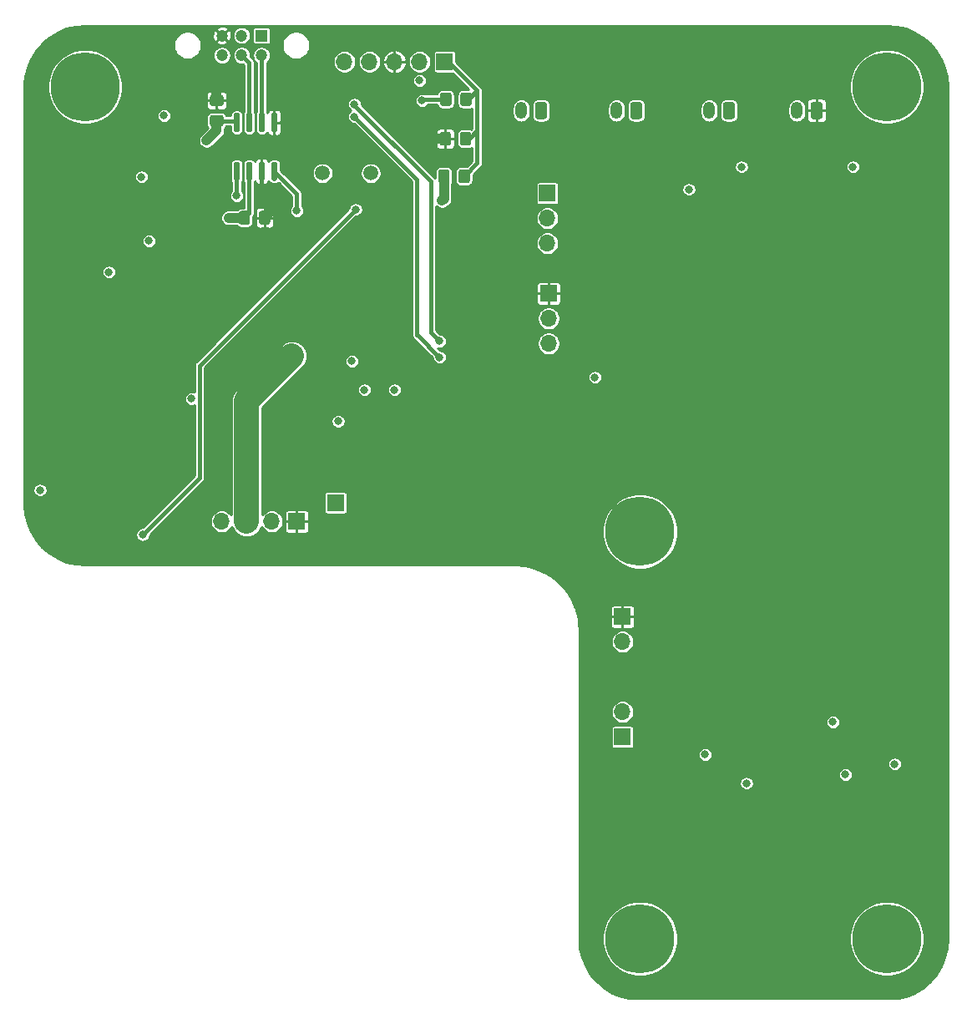
<source format=gbr>
%TF.GenerationSoftware,KiCad,Pcbnew,(5.1.9)-1*%
%TF.CreationDate,2021-07-10T09:55:13-04:00*%
%TF.ProjectId,detector_circuit,64657465-6374-46f7-925f-636972637569,rev?*%
%TF.SameCoordinates,Original*%
%TF.FileFunction,Copper,L4,Bot*%
%TF.FilePolarity,Positive*%
%FSLAX46Y46*%
G04 Gerber Fmt 4.6, Leading zero omitted, Abs format (unit mm)*
G04 Created by KiCad (PCBNEW (5.1.9)-1) date 2021-07-10 09:55:13*
%MOMM*%
%LPD*%
G01*
G04 APERTURE LIST*
%TA.AperFunction,ComponentPad*%
%ADD10C,7.000000*%
%TD*%
%TA.AperFunction,ComponentPad*%
%ADD11O,1.700000X1.700000*%
%TD*%
%TA.AperFunction,ComponentPad*%
%ADD12R,1.700000X1.700000*%
%TD*%
%TA.AperFunction,ComponentPad*%
%ADD13C,1.200000*%
%TD*%
%TA.AperFunction,ComponentPad*%
%ADD14R,1.200000X1.200000*%
%TD*%
%TA.AperFunction,ComponentPad*%
%ADD15C,1.500000*%
%TD*%
%TA.AperFunction,ComponentPad*%
%ADD16O,1.200000X1.750000*%
%TD*%
%TA.AperFunction,ViaPad*%
%ADD17C,0.800000*%
%TD*%
%TA.AperFunction,Conductor*%
%ADD18C,1.000000*%
%TD*%
%TA.AperFunction,Conductor*%
%ADD19C,0.420000*%
%TD*%
%TA.AperFunction,Conductor*%
%ADD20C,2.500000*%
%TD*%
%TA.AperFunction,Conductor*%
%ADD21C,0.254000*%
%TD*%
%TA.AperFunction,Conductor*%
%ADD22C,0.100000*%
%TD*%
G04 APERTURE END LIST*
D10*
%TO.P,REF\u002A\u002A,1*%
%TO.N,N/C*%
X146431000Y-140970000D03*
%TD*%
D11*
%TO.P,J11,4*%
%TO.N,/SIPM_OUT*%
X104013000Y-98679000D03*
%TO.P,J11,3*%
%TO.N,/DET_ADC*%
X106553000Y-98679000D03*
%TO.P,J11,2*%
%TO.N,/AMP_OUT*%
X109093000Y-98679000D03*
D12*
%TO.P,J11,1*%
%TO.N,GND*%
X111633000Y-98679000D03*
%TD*%
D11*
%TO.P,J2,2*%
%TO.N,+4.7V*%
X144653000Y-110871000D03*
D12*
%TO.P,J2,1*%
%TO.N,GND*%
X144653000Y-108331000D03*
%TD*%
D10*
%TO.P,REF\u002A\u002A,1*%
%TO.N,N/C*%
X90170000Y-54610000D03*
%TD*%
%TO.P,REF\u002A\u002A,1*%
%TO.N,N/C*%
X171450000Y-54610000D03*
%TD*%
%TO.P,REF\u002A\u002A,1*%
%TO.N,N/C*%
X171450000Y-140970000D03*
%TD*%
%TO.P,REF\u002A\u002A,1*%
%TO.N,N/C*%
X146431000Y-99695000D03*
%TD*%
%TO.P,C13,2*%
%TO.N,GND*%
%TA.AperFunction,SMDPad,CuDef*%
G36*
G01*
X107790400Y-68344201D02*
X107790400Y-67444199D01*
G75*
G02*
X108040399Y-67194200I249999J0D01*
G01*
X108690401Y-67194200D01*
G75*
G02*
X108940400Y-67444199I0J-249999D01*
G01*
X108940400Y-68344201D01*
G75*
G02*
X108690401Y-68594200I-249999J0D01*
G01*
X108040399Y-68594200D01*
G75*
G02*
X107790400Y-68344201I0J249999D01*
G01*
G37*
%TD.AperFunction*%
%TO.P,C13,1*%
%TO.N,+5V*%
%TA.AperFunction,SMDPad,CuDef*%
G36*
G01*
X105740400Y-68344201D02*
X105740400Y-67444199D01*
G75*
G02*
X105990399Y-67194200I249999J0D01*
G01*
X106640401Y-67194200D01*
G75*
G02*
X106890400Y-67444199I0J-249999D01*
G01*
X106890400Y-68344201D01*
G75*
G02*
X106640401Y-68594200I-249999J0D01*
G01*
X105990399Y-68594200D01*
G75*
G02*
X105740400Y-68344201I0J249999D01*
G01*
G37*
%TD.AperFunction*%
%TD*%
%TO.P,U10,8*%
%TO.N,GND*%
%TA.AperFunction,SMDPad,CuDef*%
G36*
G01*
X109497000Y-59206000D02*
X109197000Y-59206000D01*
G75*
G02*
X109047000Y-59056000I0J150000D01*
G01*
X109047000Y-57406000D01*
G75*
G02*
X109197000Y-57256000I150000J0D01*
G01*
X109497000Y-57256000D01*
G75*
G02*
X109647000Y-57406000I0J-150000D01*
G01*
X109647000Y-59056000D01*
G75*
G02*
X109497000Y-59206000I-150000J0D01*
G01*
G37*
%TD.AperFunction*%
%TO.P,U10,7*%
%TO.N,/Microcontroller [DO NOT PLACE]/CANH*%
%TA.AperFunction,SMDPad,CuDef*%
G36*
G01*
X108227000Y-59206000D02*
X107927000Y-59206000D01*
G75*
G02*
X107777000Y-59056000I0J150000D01*
G01*
X107777000Y-57406000D01*
G75*
G02*
X107927000Y-57256000I150000J0D01*
G01*
X108227000Y-57256000D01*
G75*
G02*
X108377000Y-57406000I0J-150000D01*
G01*
X108377000Y-59056000D01*
G75*
G02*
X108227000Y-59206000I-150000J0D01*
G01*
G37*
%TD.AperFunction*%
%TO.P,U10,6*%
%TO.N,/Microcontroller [DO NOT PLACE]/CANL*%
%TA.AperFunction,SMDPad,CuDef*%
G36*
G01*
X106957000Y-59206000D02*
X106657000Y-59206000D01*
G75*
G02*
X106507000Y-59056000I0J150000D01*
G01*
X106507000Y-57406000D01*
G75*
G02*
X106657000Y-57256000I150000J0D01*
G01*
X106957000Y-57256000D01*
G75*
G02*
X107107000Y-57406000I0J-150000D01*
G01*
X107107000Y-59056000D01*
G75*
G02*
X106957000Y-59206000I-150000J0D01*
G01*
G37*
%TD.AperFunction*%
%TO.P,U10,5*%
%TO.N,+5V*%
%TA.AperFunction,SMDPad,CuDef*%
G36*
G01*
X105687000Y-59206000D02*
X105387000Y-59206000D01*
G75*
G02*
X105237000Y-59056000I0J150000D01*
G01*
X105237000Y-57406000D01*
G75*
G02*
X105387000Y-57256000I150000J0D01*
G01*
X105687000Y-57256000D01*
G75*
G02*
X105837000Y-57406000I0J-150000D01*
G01*
X105837000Y-59056000D01*
G75*
G02*
X105687000Y-59206000I-150000J0D01*
G01*
G37*
%TD.AperFunction*%
%TO.P,U10,4*%
%TO.N,/Microcontroller [DO NOT PLACE]/PIC_RX*%
%TA.AperFunction,SMDPad,CuDef*%
G36*
G01*
X105687000Y-64156000D02*
X105387000Y-64156000D01*
G75*
G02*
X105237000Y-64006000I0J150000D01*
G01*
X105237000Y-62356000D01*
G75*
G02*
X105387000Y-62206000I150000J0D01*
G01*
X105687000Y-62206000D01*
G75*
G02*
X105837000Y-62356000I0J-150000D01*
G01*
X105837000Y-64006000D01*
G75*
G02*
X105687000Y-64156000I-150000J0D01*
G01*
G37*
%TD.AperFunction*%
%TO.P,U10,3*%
%TO.N,+5V*%
%TA.AperFunction,SMDPad,CuDef*%
G36*
G01*
X106957000Y-64156000D02*
X106657000Y-64156000D01*
G75*
G02*
X106507000Y-64006000I0J150000D01*
G01*
X106507000Y-62356000D01*
G75*
G02*
X106657000Y-62206000I150000J0D01*
G01*
X106957000Y-62206000D01*
G75*
G02*
X107107000Y-62356000I0J-150000D01*
G01*
X107107000Y-64006000D01*
G75*
G02*
X106957000Y-64156000I-150000J0D01*
G01*
G37*
%TD.AperFunction*%
%TO.P,U10,2*%
%TO.N,GND*%
%TA.AperFunction,SMDPad,CuDef*%
G36*
G01*
X108227000Y-64156000D02*
X107927000Y-64156000D01*
G75*
G02*
X107777000Y-64006000I0J150000D01*
G01*
X107777000Y-62356000D01*
G75*
G02*
X107927000Y-62206000I150000J0D01*
G01*
X108227000Y-62206000D01*
G75*
G02*
X108377000Y-62356000I0J-150000D01*
G01*
X108377000Y-64006000D01*
G75*
G02*
X108227000Y-64156000I-150000J0D01*
G01*
G37*
%TD.AperFunction*%
%TO.P,U10,1*%
%TO.N,/Microcontroller [DO NOT PLACE]/PIC_TX*%
%TA.AperFunction,SMDPad,CuDef*%
G36*
G01*
X109497000Y-64156000D02*
X109197000Y-64156000D01*
G75*
G02*
X109047000Y-64006000I0J150000D01*
G01*
X109047000Y-62356000D01*
G75*
G02*
X109197000Y-62206000I150000J0D01*
G01*
X109497000Y-62206000D01*
G75*
G02*
X109647000Y-62356000I0J-150000D01*
G01*
X109647000Y-64006000D01*
G75*
G02*
X109497000Y-64156000I-150000J0D01*
G01*
G37*
%TD.AperFunction*%
%TD*%
D13*
%TO.P,J10,4*%
%TO.N,/Microcontroller [DO NOT PLACE]/CANH*%
X108045000Y-51419000D03*
%TO.P,J10,5*%
%TO.N,/Microcontroller [DO NOT PLACE]/CANL*%
X106045000Y-51419000D03*
%TO.P,J10,6*%
%TO.N,N/C*%
X104045000Y-51419000D03*
%TO.P,J10,3*%
%TO.N,GND*%
X104045000Y-49419000D03*
D14*
%TO.P,J10,1*%
%TO.N,N/C*%
X108045000Y-49419000D03*
D13*
%TO.P,J10,2*%
X106045000Y-49419000D03*
%TD*%
D15*
%TO.P,Y1,2*%
%TO.N,/Microcontroller [DO NOT PLACE]/OSC2*%
X114246000Y-63373000D03*
%TO.P,Y1,1*%
%TO.N,/Microcontroller [DO NOT PLACE]/OSC1*%
X119126000Y-63373000D03*
%TD*%
D12*
%TO.P,J1,1*%
%TO.N,/Microcontroller [DO NOT PLACE]/MCLR*%
X126619000Y-52070000D03*
D11*
%TO.P,J1,2*%
%TO.N,+5V*%
X124079000Y-52070000D03*
%TO.P,J1,3*%
%TO.N,GND*%
X121539000Y-52070000D03*
%TO.P,J1,4*%
%TO.N,/Microcontroller [DO NOT PLACE]/ICSPDAT*%
X118999000Y-52070000D03*
%TO.P,J1,5*%
%TO.N,/Microcontroller [DO NOT PLACE]/ICSPCLK*%
X116459000Y-52070000D03*
%TD*%
D16*
%TO.P,J6,2*%
%TO.N,Net-(F6-Pad2)*%
X162338000Y-57023000D03*
%TO.P,J6,1*%
%TO.N,GND*%
%TA.AperFunction,ComponentPad*%
G36*
G01*
X164938000Y-56397999D02*
X164938000Y-57648001D01*
G75*
G02*
X164688001Y-57898000I-249999J0D01*
G01*
X163987999Y-57898000D01*
G75*
G02*
X163738000Y-57648001I0J249999D01*
G01*
X163738000Y-56397999D01*
G75*
G02*
X163987999Y-56148000I249999J0D01*
G01*
X164688001Y-56148000D01*
G75*
G02*
X164938000Y-56397999I0J-249999D01*
G01*
G37*
%TD.AperFunction*%
%TD*%
%TO.P,J5,2*%
%TO.N,Net-(F5-Pad2)*%
X153448000Y-57023000D03*
%TO.P,J5,1*%
%TO.N,Net-(F6-Pad1)*%
%TA.AperFunction,ComponentPad*%
G36*
G01*
X156048000Y-56397999D02*
X156048000Y-57648001D01*
G75*
G02*
X155798001Y-57898000I-249999J0D01*
G01*
X155097999Y-57898000D01*
G75*
G02*
X154848000Y-57648001I0J249999D01*
G01*
X154848000Y-56397999D01*
G75*
G02*
X155097999Y-56148000I249999J0D01*
G01*
X155798001Y-56148000D01*
G75*
G02*
X156048000Y-56397999I0J-249999D01*
G01*
G37*
%TD.AperFunction*%
%TD*%
%TO.P,J4,2*%
%TO.N,Net-(F4-Pad2)*%
X144050000Y-57023000D03*
%TO.P,J4,1*%
%TO.N,Net-(F5-Pad1)*%
%TA.AperFunction,ComponentPad*%
G36*
G01*
X146650000Y-56397999D02*
X146650000Y-57648001D01*
G75*
G02*
X146400001Y-57898000I-249999J0D01*
G01*
X145699999Y-57898000D01*
G75*
G02*
X145450000Y-57648001I0J249999D01*
G01*
X145450000Y-56397999D01*
G75*
G02*
X145699999Y-56148000I249999J0D01*
G01*
X146400001Y-56148000D01*
G75*
G02*
X146650000Y-56397999I0J-249999D01*
G01*
G37*
%TD.AperFunction*%
%TD*%
%TO.P,J3,2*%
%TO.N,+BATT*%
X134398000Y-57023000D03*
%TO.P,J3,1*%
%TO.N,Net-(F4-Pad1)*%
%TA.AperFunction,ComponentPad*%
G36*
G01*
X136998000Y-56397999D02*
X136998000Y-57648001D01*
G75*
G02*
X136748001Y-57898000I-249999J0D01*
G01*
X136047999Y-57898000D01*
G75*
G02*
X135798000Y-57648001I0J249999D01*
G01*
X135798000Y-56397999D01*
G75*
G02*
X136047999Y-56148000I249999J0D01*
G01*
X136748001Y-56148000D01*
G75*
G02*
X136998000Y-56397999I0J-249999D01*
G01*
G37*
%TD.AperFunction*%
%TD*%
D11*
%TO.P,J9,2*%
%TO.N,+36V*%
X144653000Y-117983000D03*
D12*
%TO.P,J9,1*%
%TO.N,/SIPM_OUT*%
X144653000Y-120523000D03*
%TD*%
D11*
%TO.P,JP2,3*%
%TO.N,+12V*%
X137033000Y-70485000D03*
%TO.P,JP2,2*%
%TO.N,Net-(C7-Pad1)*%
X137033000Y-67945000D03*
D12*
%TO.P,JP2,1*%
%TO.N,+BATT*%
X137033000Y-65405000D03*
%TD*%
D11*
%TO.P,J7,3*%
%TO.N,Net-(F3-Pad2)*%
X137160000Y-80645000D03*
%TO.P,J7,2*%
%TO.N,Net-(F1-Pad2)*%
X137160000Y-78105000D03*
D12*
%TO.P,J7,1*%
%TO.N,GND*%
X137160000Y-75565000D03*
%TD*%
%TO.P,TP17,1*%
%TO.N,Net-(R28-Pad2)*%
X115570000Y-96774000D03*
%TD*%
%TO.P,R10,2*%
%TO.N,/Microcontroller [DO NOT PLACE]/MCLR*%
%TA.AperFunction,SMDPad,CuDef*%
G36*
G01*
X128021500Y-64140501D02*
X128021500Y-63240499D01*
G75*
G02*
X128271499Y-62990500I249999J0D01*
G01*
X128921501Y-62990500D01*
G75*
G02*
X129171500Y-63240499I0J-249999D01*
G01*
X129171500Y-64140501D01*
G75*
G02*
X128921501Y-64390500I-249999J0D01*
G01*
X128271499Y-64390500D01*
G75*
G02*
X128021500Y-64140501I0J249999D01*
G01*
G37*
%TD.AperFunction*%
%TO.P,R10,1*%
%TO.N,+5V*%
%TA.AperFunction,SMDPad,CuDef*%
G36*
G01*
X125971500Y-64140501D02*
X125971500Y-63240499D01*
G75*
G02*
X126221499Y-62990500I249999J0D01*
G01*
X126871501Y-62990500D01*
G75*
G02*
X127121500Y-63240499I0J-249999D01*
G01*
X127121500Y-64140501D01*
G75*
G02*
X126871501Y-64390500I-249999J0D01*
G01*
X126221499Y-64390500D01*
G75*
G02*
X125971500Y-64140501I0J249999D01*
G01*
G37*
%TD.AperFunction*%
%TD*%
%TO.P,R6,2*%
%TO.N,/Microcontroller [DO NOT PLACE]/MCLR*%
%TA.AperFunction,SMDPad,CuDef*%
G36*
G01*
X128212000Y-56330001D02*
X128212000Y-55429999D01*
G75*
G02*
X128461999Y-55180000I249999J0D01*
G01*
X129112001Y-55180000D01*
G75*
G02*
X129362000Y-55429999I0J-249999D01*
G01*
X129362000Y-56330001D01*
G75*
G02*
X129112001Y-56580000I-249999J0D01*
G01*
X128461999Y-56580000D01*
G75*
G02*
X128212000Y-56330001I0J249999D01*
G01*
G37*
%TD.AperFunction*%
%TO.P,R6,1*%
%TO.N,Net-(R6-Pad1)*%
%TA.AperFunction,SMDPad,CuDef*%
G36*
G01*
X126162000Y-56330001D02*
X126162000Y-55429999D01*
G75*
G02*
X126411999Y-55180000I249999J0D01*
G01*
X127062001Y-55180000D01*
G75*
G02*
X127312000Y-55429999I0J-249999D01*
G01*
X127312000Y-56330001D01*
G75*
G02*
X127062001Y-56580000I-249999J0D01*
G01*
X126411999Y-56580000D01*
G75*
G02*
X126162000Y-56330001I0J249999D01*
G01*
G37*
%TD.AperFunction*%
%TD*%
%TO.P,C14,2*%
%TO.N,GND*%
%TA.AperFunction,SMDPad,CuDef*%
G36*
G01*
X103955001Y-56582000D02*
X103054999Y-56582000D01*
G75*
G02*
X102805000Y-56332001I0J249999D01*
G01*
X102805000Y-55681999D01*
G75*
G02*
X103054999Y-55432000I249999J0D01*
G01*
X103955001Y-55432000D01*
G75*
G02*
X104205000Y-55681999I0J-249999D01*
G01*
X104205000Y-56332001D01*
G75*
G02*
X103955001Y-56582000I-249999J0D01*
G01*
G37*
%TD.AperFunction*%
%TO.P,C14,1*%
%TO.N,+5V*%
%TA.AperFunction,SMDPad,CuDef*%
G36*
G01*
X103955001Y-58632000D02*
X103054999Y-58632000D01*
G75*
G02*
X102805000Y-58382001I0J249999D01*
G01*
X102805000Y-57731999D01*
G75*
G02*
X103054999Y-57482000I249999J0D01*
G01*
X103955001Y-57482000D01*
G75*
G02*
X104205000Y-57731999I0J-249999D01*
G01*
X104205000Y-58382001D01*
G75*
G02*
X103955001Y-58632000I-249999J0D01*
G01*
G37*
%TD.AperFunction*%
%TD*%
%TO.P,C3,2*%
%TO.N,GND*%
%TA.AperFunction,SMDPad,CuDef*%
G36*
G01*
X127257500Y-59430499D02*
X127257500Y-60330501D01*
G75*
G02*
X127007501Y-60580500I-249999J0D01*
G01*
X126357499Y-60580500D01*
G75*
G02*
X126107500Y-60330501I0J249999D01*
G01*
X126107500Y-59430499D01*
G75*
G02*
X126357499Y-59180500I249999J0D01*
G01*
X127007501Y-59180500D01*
G75*
G02*
X127257500Y-59430499I0J-249999D01*
G01*
G37*
%TD.AperFunction*%
%TO.P,C3,1*%
%TO.N,/Microcontroller [DO NOT PLACE]/MCLR*%
%TA.AperFunction,SMDPad,CuDef*%
G36*
G01*
X129307500Y-59430499D02*
X129307500Y-60330501D01*
G75*
G02*
X129057501Y-60580500I-249999J0D01*
G01*
X128407499Y-60580500D01*
G75*
G02*
X128157500Y-60330501I0J249999D01*
G01*
X128157500Y-59430499D01*
G75*
G02*
X128407499Y-59180500I249999J0D01*
G01*
X129057501Y-59180500D01*
G75*
G02*
X129307500Y-59430499I0J-249999D01*
G01*
G37*
%TD.AperFunction*%
%TD*%
D17*
%TO.N,GND*%
X121920000Y-93091000D03*
X149098000Y-89027000D03*
X156654500Y-69278500D03*
X164338000Y-85471000D03*
X171323000Y-85471000D03*
X173863000Y-85471000D03*
X164973000Y-86741000D03*
X172593000Y-86741000D03*
X166243000Y-88011000D03*
X171323000Y-88011000D03*
X173863000Y-88011000D03*
X164973000Y-89281000D03*
X172593000Y-89281000D03*
X166243000Y-90551000D03*
X168783000Y-90551000D03*
X171323000Y-90551000D03*
X173863000Y-90551000D03*
X164973000Y-91821000D03*
X167513000Y-91821000D03*
X170053000Y-91821000D03*
X172593000Y-91821000D03*
X166243000Y-93091000D03*
X168783000Y-93091000D03*
X171323000Y-93091000D03*
X173863000Y-93091000D03*
X153035000Y-90424000D03*
X155575000Y-90424000D03*
X158115000Y-90424000D03*
X151765000Y-91694000D03*
X154305000Y-91694000D03*
X156845000Y-91694000D03*
X170053000Y-89281000D03*
X167513000Y-89281000D03*
X167513000Y-86741000D03*
X168783000Y-88011000D03*
X168783000Y-85471000D03*
X170053000Y-86741000D03*
X112522000Y-87249000D03*
X115824000Y-94107000D03*
X121920000Y-96139000D03*
X163195000Y-109855000D03*
X100203000Y-57531000D03*
X164338000Y-59817000D03*
X162306000Y-125222000D03*
X148463000Y-125095000D03*
X153035000Y-119761000D03*
X98298000Y-95631000D03*
X100965000Y-80391000D03*
X101854000Y-75057000D03*
X86868000Y-75565000D03*
X86868000Y-89408000D03*
X110553500Y-59372500D03*
X151765000Y-86614000D03*
X150495000Y-87884000D03*
X151765000Y-84074000D03*
X153035000Y-82804000D03*
X155575000Y-82804000D03*
X154305000Y-84074000D03*
X151765000Y-81534000D03*
X149225000Y-84074000D03*
X156845000Y-81534000D03*
X154305000Y-81534000D03*
X150495000Y-82804000D03*
X149225000Y-81534000D03*
X150495000Y-85344000D03*
X153035000Y-85344000D03*
X156845000Y-86614000D03*
X154305000Y-89154000D03*
X158115000Y-85344000D03*
X149225000Y-86614000D03*
X156845000Y-84074000D03*
X155575000Y-87884000D03*
X150495000Y-90424000D03*
X153035000Y-87884000D03*
X151765000Y-89154000D03*
X156845000Y-89154000D03*
X155575000Y-85344000D03*
X158115000Y-87884000D03*
X154305000Y-86614000D03*
X158115000Y-82804000D03*
X116205000Y-67056000D03*
X124650500Y-59880500D03*
X112268000Y-83947000D03*
X159004000Y-104140000D03*
X157734000Y-104775000D03*
X160274000Y-104140000D03*
X160812023Y-108808977D03*
X163449000Y-106934000D03*
X161544000Y-103505000D03*
X161544000Y-104775000D03*
X157734000Y-103505000D03*
X87249000Y-82296000D03*
X165989000Y-124968000D03*
X175768000Y-120904000D03*
X164211000Y-111633000D03*
X170561000Y-125095000D03*
X168656000Y-128778000D03*
X156210000Y-101219000D03*
X153788000Y-101210000D03*
X95168000Y-79629000D03*
X95168000Y-93771000D03*
X155448000Y-114808000D03*
X152400000Y-114681000D03*
X172729000Y-101609000D03*
X122174000Y-57467500D03*
X109093000Y-65659000D03*
X146558000Y-83947000D03*
X100203000Y-65786000D03*
X85788500Y-99504500D03*
X103505000Y-54483000D03*
X114300000Y-93853000D03*
X137922000Y-90424000D03*
X137922000Y-95504000D03*
X137922000Y-85344000D03*
%TO.N,+5V*%
X96647000Y-70231000D03*
X98171000Y-57531000D03*
X141859000Y-84074000D03*
X153035000Y-122301000D03*
X124079000Y-53975000D03*
X117221000Y-82423000D03*
X167259000Y-124333000D03*
X172255000Y-123274000D03*
X151384000Y-65024000D03*
X156718000Y-62738000D03*
X168021000Y-62738000D03*
X104724200Y-67894200D03*
X102489000Y-60071000D03*
X126365000Y-66167000D03*
X121539000Y-85344000D03*
X115824000Y-88519000D03*
X118491000Y-85344000D03*
%TO.N,+36V*%
X157226000Y-125222000D03*
%TO.N,+3V3*%
X85598000Y-95504000D03*
X100965000Y-86233000D03*
X95885000Y-63754000D03*
X92583000Y-73406000D03*
%TO.N,/Microcontroller [DO NOT PLACE]/ICSPCLK*%
X117475000Y-57658000D03*
X126111000Y-82042000D03*
%TO.N,/Microcontroller [DO NOT PLACE]/ICSPDAT*%
X126111000Y-80391000D03*
X117475000Y-56388000D03*
%TO.N,Net-(R6-Pad1)*%
X124333000Y-56007000D03*
%TO.N,/Microcontroller [DO NOT PLACE]/CS*%
X96012000Y-100012500D03*
X117602000Y-67056000D03*
%TO.N,/DET_ADC*%
X111125000Y-81915000D03*
%TO.N,/Microcontroller [DO NOT PLACE]/PIC_RX*%
X105537000Y-65659000D03*
%TO.N,/Microcontroller [DO NOT PLACE]/PIC_TX*%
X111633000Y-67183000D03*
%TO.N,+4.7V*%
X165989000Y-118999000D03*
%TD*%
D18*
%TO.N,GND*%
X124650500Y-59880500D02*
X126682500Y-59880500D01*
D19*
X108077000Y-64643000D02*
X109093000Y-65659000D01*
X108077000Y-63181000D02*
X108077000Y-64643000D01*
D18*
X109093000Y-67166600D02*
X108365400Y-67894200D01*
X109093000Y-65659000D02*
X109093000Y-67166600D01*
X103505000Y-56007000D02*
X103505000Y-54483000D01*
X103505000Y-54483000D02*
X103505000Y-54483000D01*
%TO.N,+5V*%
X106315400Y-67894200D02*
X105232200Y-67894200D01*
X105232200Y-67894200D02*
X104724200Y-67894200D01*
X104724200Y-67894200D02*
X104724200Y-67894200D01*
D19*
X106807000Y-67402600D02*
X106315400Y-67894200D01*
X106807000Y-63181000D02*
X106807000Y-67402600D01*
X105363000Y-58057000D02*
X105537000Y-58231000D01*
X103505000Y-58057000D02*
X105363000Y-58057000D01*
D18*
X103505000Y-58057000D02*
X103505000Y-59055000D01*
X103505000Y-59055000D02*
X102489000Y-60071000D01*
X102489000Y-60071000D02*
X102489000Y-60071000D01*
X126546500Y-63690500D02*
X126546500Y-65985500D01*
X126546500Y-65985500D02*
X126365000Y-66167000D01*
X126365000Y-66167000D02*
X126365000Y-66167000D01*
D19*
%TO.N,/Microcontroller [DO NOT PLACE]/MCLR*%
X126619000Y-52070000D02*
X127000000Y-52070000D01*
X127000000Y-52070000D02*
X129921000Y-54991000D01*
X129921000Y-62366000D02*
X128596500Y-63690500D01*
X129095500Y-59880500D02*
X129921000Y-59055000D01*
X128732500Y-59880500D02*
X129095500Y-59880500D01*
X129921000Y-59055000D02*
X129921000Y-62366000D01*
X129921000Y-54991000D02*
X129921000Y-59055000D01*
X129032000Y-55880000D02*
X129921000Y-54991000D01*
X128787000Y-55880000D02*
X129032000Y-55880000D01*
%TO.N,/Microcontroller [DO NOT PLACE]/ICSPCLK*%
X123952000Y-79883000D02*
X126111000Y-82042000D01*
X123825000Y-64008000D02*
X117475000Y-57658000D01*
X123825000Y-79756000D02*
X123952000Y-79883000D01*
X123825000Y-64008000D02*
X123825000Y-79756000D01*
%TO.N,/Microcontroller [DO NOT PLACE]/ICSPDAT*%
X117475000Y-56459198D02*
X117475000Y-56388000D01*
X125222000Y-64206198D02*
X117475000Y-56459198D01*
X125222000Y-79502000D02*
X125222000Y-64206198D01*
X126111000Y-80391000D02*
X125222000Y-79502000D01*
%TO.N,/Microcontroller [DO NOT PLACE]/CANL*%
X106807000Y-52181000D02*
X106045000Y-51419000D01*
X106807000Y-58231000D02*
X106807000Y-52181000D01*
%TO.N,/Microcontroller [DO NOT PLACE]/CANH*%
X108077000Y-51451000D02*
X108045000Y-51419000D01*
X108077000Y-58231000D02*
X108077000Y-51451000D01*
%TO.N,Net-(R6-Pad1)*%
X124460000Y-55880000D02*
X124333000Y-56007000D01*
X126737000Y-55880000D02*
X124460000Y-55880000D01*
%TO.N,/Microcontroller [DO NOT PLACE]/CS*%
X101775001Y-82882999D02*
X117602000Y-67056000D01*
X101775001Y-94249499D02*
X101775001Y-82882999D01*
X96012000Y-100012500D02*
X101775001Y-94249499D01*
D20*
%TO.N,/DET_ADC*%
X106553000Y-86487000D02*
X106553000Y-98679000D01*
X111125000Y-81915000D02*
X106553000Y-86487000D01*
D19*
%TO.N,/Microcontroller [DO NOT PLACE]/PIC_RX*%
X105537000Y-63181000D02*
X105537000Y-65659000D01*
%TO.N,/Microcontroller [DO NOT PLACE]/PIC_TX*%
X111633000Y-65467000D02*
X111633000Y-67183000D01*
X109347000Y-63181000D02*
X111633000Y-65467000D01*
%TD*%
D21*
%TO.N,GND*%
X103890302Y-48445467D02*
X103703347Y-48494353D01*
X103529522Y-48578773D01*
X103465997Y-48621220D01*
X103415677Y-48788970D01*
X104045000Y-49418293D01*
X104674323Y-48788970D01*
X104624003Y-48621220D01*
X104457239Y-48523591D01*
X104274632Y-48460372D01*
X104105029Y-48437000D01*
X171443051Y-48437000D01*
X172415585Y-48513540D01*
X173357388Y-48739647D01*
X174252239Y-49110307D01*
X175078075Y-49616379D01*
X175814583Y-50245417D01*
X176443620Y-50981925D01*
X176949694Y-51807764D01*
X177320353Y-52702612D01*
X177546460Y-53644420D01*
X177623000Y-54616950D01*
X177623001Y-140963037D01*
X177546460Y-141935580D01*
X177320353Y-142877388D01*
X176949694Y-143772236D01*
X176443620Y-144598075D01*
X175814583Y-145334583D01*
X175078075Y-145963621D01*
X174252239Y-146469693D01*
X173357388Y-146840353D01*
X172598104Y-147022641D01*
X145282900Y-147022641D01*
X144523612Y-146840353D01*
X143628764Y-146469694D01*
X142802925Y-145963620D01*
X142066417Y-145334583D01*
X141437379Y-144598075D01*
X140931307Y-143772239D01*
X140560647Y-142877388D01*
X140334540Y-141935585D01*
X140258000Y-140963051D01*
X140258000Y-140593073D01*
X142604000Y-140593073D01*
X142604000Y-141346927D01*
X142751070Y-142086295D01*
X143039557Y-142782764D01*
X143458375Y-143409570D01*
X143991430Y-143942625D01*
X144618236Y-144361443D01*
X145314705Y-144649930D01*
X146054073Y-144797000D01*
X146807927Y-144797000D01*
X147547295Y-144649930D01*
X148243764Y-144361443D01*
X148870570Y-143942625D01*
X149403625Y-143409570D01*
X149822443Y-142782764D01*
X150110930Y-142086295D01*
X150258000Y-141346927D01*
X150258000Y-140593073D01*
X167623000Y-140593073D01*
X167623000Y-141346927D01*
X167770070Y-142086295D01*
X168058557Y-142782764D01*
X168477375Y-143409570D01*
X169010430Y-143942625D01*
X169637236Y-144361443D01*
X170333705Y-144649930D01*
X171073073Y-144797000D01*
X171826927Y-144797000D01*
X172566295Y-144649930D01*
X173262764Y-144361443D01*
X173889570Y-143942625D01*
X174422625Y-143409570D01*
X174841443Y-142782764D01*
X175129930Y-142086295D01*
X175277000Y-141346927D01*
X175277000Y-140593073D01*
X175129930Y-139853705D01*
X174841443Y-139157236D01*
X174422625Y-138530430D01*
X173889570Y-137997375D01*
X173262764Y-137578557D01*
X172566295Y-137290070D01*
X171826927Y-137143000D01*
X171073073Y-137143000D01*
X170333705Y-137290070D01*
X169637236Y-137578557D01*
X169010430Y-137997375D01*
X168477375Y-138530430D01*
X168058557Y-139157236D01*
X167770070Y-139853705D01*
X167623000Y-140593073D01*
X150258000Y-140593073D01*
X150110930Y-139853705D01*
X149822443Y-139157236D01*
X149403625Y-138530430D01*
X148870570Y-137997375D01*
X148243764Y-137578557D01*
X147547295Y-137290070D01*
X146807927Y-137143000D01*
X146054073Y-137143000D01*
X145314705Y-137290070D01*
X144618236Y-137578557D01*
X143991430Y-137997375D01*
X143458375Y-138530430D01*
X143039557Y-139157236D01*
X142751070Y-139853705D01*
X142604000Y-140593073D01*
X140258000Y-140593073D01*
X140258000Y-125150397D01*
X156499000Y-125150397D01*
X156499000Y-125293603D01*
X156526938Y-125434058D01*
X156581741Y-125566364D01*
X156661302Y-125685436D01*
X156762564Y-125786698D01*
X156881636Y-125866259D01*
X157013942Y-125921062D01*
X157154397Y-125949000D01*
X157297603Y-125949000D01*
X157438058Y-125921062D01*
X157570364Y-125866259D01*
X157689436Y-125786698D01*
X157790698Y-125685436D01*
X157870259Y-125566364D01*
X157925062Y-125434058D01*
X157953000Y-125293603D01*
X157953000Y-125150397D01*
X157925062Y-125009942D01*
X157870259Y-124877636D01*
X157790698Y-124758564D01*
X157689436Y-124657302D01*
X157570364Y-124577741D01*
X157438058Y-124522938D01*
X157297603Y-124495000D01*
X157154397Y-124495000D01*
X157013942Y-124522938D01*
X156881636Y-124577741D01*
X156762564Y-124657302D01*
X156661302Y-124758564D01*
X156581741Y-124877636D01*
X156526938Y-125009942D01*
X156499000Y-125150397D01*
X140258000Y-125150397D01*
X140258000Y-124261397D01*
X166532000Y-124261397D01*
X166532000Y-124404603D01*
X166559938Y-124545058D01*
X166614741Y-124677364D01*
X166694302Y-124796436D01*
X166795564Y-124897698D01*
X166914636Y-124977259D01*
X167046942Y-125032062D01*
X167187397Y-125060000D01*
X167330603Y-125060000D01*
X167471058Y-125032062D01*
X167603364Y-124977259D01*
X167722436Y-124897698D01*
X167823698Y-124796436D01*
X167903259Y-124677364D01*
X167958062Y-124545058D01*
X167986000Y-124404603D01*
X167986000Y-124261397D01*
X167958062Y-124120942D01*
X167903259Y-123988636D01*
X167823698Y-123869564D01*
X167722436Y-123768302D01*
X167603364Y-123688741D01*
X167471058Y-123633938D01*
X167330603Y-123606000D01*
X167187397Y-123606000D01*
X167046942Y-123633938D01*
X166914636Y-123688741D01*
X166795564Y-123768302D01*
X166694302Y-123869564D01*
X166614741Y-123988636D01*
X166559938Y-124120942D01*
X166532000Y-124261397D01*
X140258000Y-124261397D01*
X140258000Y-123202397D01*
X171528000Y-123202397D01*
X171528000Y-123345603D01*
X171555938Y-123486058D01*
X171610741Y-123618364D01*
X171690302Y-123737436D01*
X171791564Y-123838698D01*
X171910636Y-123918259D01*
X172042942Y-123973062D01*
X172183397Y-124001000D01*
X172326603Y-124001000D01*
X172467058Y-123973062D01*
X172599364Y-123918259D01*
X172718436Y-123838698D01*
X172819698Y-123737436D01*
X172899259Y-123618364D01*
X172954062Y-123486058D01*
X172982000Y-123345603D01*
X172982000Y-123202397D01*
X172954062Y-123061942D01*
X172899259Y-122929636D01*
X172819698Y-122810564D01*
X172718436Y-122709302D01*
X172599364Y-122629741D01*
X172467058Y-122574938D01*
X172326603Y-122547000D01*
X172183397Y-122547000D01*
X172042942Y-122574938D01*
X171910636Y-122629741D01*
X171791564Y-122709302D01*
X171690302Y-122810564D01*
X171610741Y-122929636D01*
X171555938Y-123061942D01*
X171528000Y-123202397D01*
X140258000Y-123202397D01*
X140258000Y-122229397D01*
X152308000Y-122229397D01*
X152308000Y-122372603D01*
X152335938Y-122513058D01*
X152390741Y-122645364D01*
X152470302Y-122764436D01*
X152571564Y-122865698D01*
X152690636Y-122945259D01*
X152822942Y-123000062D01*
X152963397Y-123028000D01*
X153106603Y-123028000D01*
X153247058Y-123000062D01*
X153379364Y-122945259D01*
X153498436Y-122865698D01*
X153599698Y-122764436D01*
X153679259Y-122645364D01*
X153734062Y-122513058D01*
X153762000Y-122372603D01*
X153762000Y-122229397D01*
X153734062Y-122088942D01*
X153679259Y-121956636D01*
X153599698Y-121837564D01*
X153498436Y-121736302D01*
X153379364Y-121656741D01*
X153247058Y-121601938D01*
X153106603Y-121574000D01*
X152963397Y-121574000D01*
X152822942Y-121601938D01*
X152690636Y-121656741D01*
X152571564Y-121736302D01*
X152470302Y-121837564D01*
X152390741Y-121956636D01*
X152335938Y-122088942D01*
X152308000Y-122229397D01*
X140258000Y-122229397D01*
X140258000Y-119673000D01*
X143474418Y-119673000D01*
X143474418Y-121373000D01*
X143480732Y-121437103D01*
X143499430Y-121498743D01*
X143529794Y-121555550D01*
X143570657Y-121605343D01*
X143620450Y-121646206D01*
X143677257Y-121676570D01*
X143738897Y-121695268D01*
X143803000Y-121701582D01*
X145503000Y-121701582D01*
X145567103Y-121695268D01*
X145628743Y-121676570D01*
X145685550Y-121646206D01*
X145735343Y-121605343D01*
X145776206Y-121555550D01*
X145806570Y-121498743D01*
X145825268Y-121437103D01*
X145831582Y-121373000D01*
X145831582Y-119673000D01*
X145825268Y-119608897D01*
X145806570Y-119547257D01*
X145776206Y-119490450D01*
X145735343Y-119440657D01*
X145685550Y-119399794D01*
X145628743Y-119369430D01*
X145567103Y-119350732D01*
X145503000Y-119344418D01*
X143803000Y-119344418D01*
X143738897Y-119350732D01*
X143677257Y-119369430D01*
X143620450Y-119399794D01*
X143570657Y-119440657D01*
X143529794Y-119490450D01*
X143499430Y-119547257D01*
X143480732Y-119608897D01*
X143474418Y-119673000D01*
X140258000Y-119673000D01*
X140258000Y-117867076D01*
X143476000Y-117867076D01*
X143476000Y-118098924D01*
X143521231Y-118326318D01*
X143609956Y-118540519D01*
X143738764Y-118733294D01*
X143902706Y-118897236D01*
X144095481Y-119026044D01*
X144309682Y-119114769D01*
X144537076Y-119160000D01*
X144768924Y-119160000D01*
X144996318Y-119114769D01*
X145210519Y-119026044D01*
X145358154Y-118927397D01*
X165262000Y-118927397D01*
X165262000Y-119070603D01*
X165289938Y-119211058D01*
X165344741Y-119343364D01*
X165424302Y-119462436D01*
X165525564Y-119563698D01*
X165644636Y-119643259D01*
X165776942Y-119698062D01*
X165917397Y-119726000D01*
X166060603Y-119726000D01*
X166201058Y-119698062D01*
X166333364Y-119643259D01*
X166452436Y-119563698D01*
X166553698Y-119462436D01*
X166633259Y-119343364D01*
X166688062Y-119211058D01*
X166716000Y-119070603D01*
X166716000Y-118927397D01*
X166688062Y-118786942D01*
X166633259Y-118654636D01*
X166553698Y-118535564D01*
X166452436Y-118434302D01*
X166333364Y-118354741D01*
X166201058Y-118299938D01*
X166060603Y-118272000D01*
X165917397Y-118272000D01*
X165776942Y-118299938D01*
X165644636Y-118354741D01*
X165525564Y-118434302D01*
X165424302Y-118535564D01*
X165344741Y-118654636D01*
X165289938Y-118786942D01*
X165262000Y-118927397D01*
X145358154Y-118927397D01*
X145403294Y-118897236D01*
X145567236Y-118733294D01*
X145696044Y-118540519D01*
X145784769Y-118326318D01*
X145830000Y-118098924D01*
X145830000Y-117867076D01*
X145784769Y-117639682D01*
X145696044Y-117425481D01*
X145567236Y-117232706D01*
X145403294Y-117068764D01*
X145210519Y-116939956D01*
X144996318Y-116851231D01*
X144768924Y-116806000D01*
X144537076Y-116806000D01*
X144309682Y-116851231D01*
X144095481Y-116939956D01*
X143902706Y-117068764D01*
X143738764Y-117232706D01*
X143609956Y-117425481D01*
X143521231Y-117639682D01*
X143476000Y-117867076D01*
X140258000Y-117867076D01*
X140258000Y-110755076D01*
X143476000Y-110755076D01*
X143476000Y-110986924D01*
X143521231Y-111214318D01*
X143609956Y-111428519D01*
X143738764Y-111621294D01*
X143902706Y-111785236D01*
X144095481Y-111914044D01*
X144309682Y-112002769D01*
X144537076Y-112048000D01*
X144768924Y-112048000D01*
X144996318Y-112002769D01*
X145210519Y-111914044D01*
X145403294Y-111785236D01*
X145567236Y-111621294D01*
X145696044Y-111428519D01*
X145784769Y-111214318D01*
X145830000Y-110986924D01*
X145830000Y-110755076D01*
X145784769Y-110527682D01*
X145696044Y-110313481D01*
X145567236Y-110120706D01*
X145403294Y-109956764D01*
X145210519Y-109827956D01*
X144996318Y-109739231D01*
X144768924Y-109694000D01*
X144537076Y-109694000D01*
X144309682Y-109739231D01*
X144095481Y-109827956D01*
X143902706Y-109956764D01*
X143738764Y-110120706D01*
X143609956Y-110313481D01*
X143521231Y-110527682D01*
X143476000Y-110755076D01*
X140258000Y-110755076D01*
X140258000Y-109592308D01*
X140257317Y-109585373D01*
X140225493Y-109181000D01*
X143420157Y-109181000D01*
X143427513Y-109255689D01*
X143449299Y-109327508D01*
X143484678Y-109393696D01*
X143532289Y-109451711D01*
X143590304Y-109499322D01*
X143656492Y-109534701D01*
X143728311Y-109556487D01*
X143803000Y-109563843D01*
X144557250Y-109562000D01*
X144652500Y-109466750D01*
X144652500Y-108331500D01*
X144653500Y-108331500D01*
X144653500Y-109466750D01*
X144748750Y-109562000D01*
X145503000Y-109563843D01*
X145577689Y-109556487D01*
X145649508Y-109534701D01*
X145715696Y-109499322D01*
X145773711Y-109451711D01*
X145821322Y-109393696D01*
X145856701Y-109327508D01*
X145878487Y-109255689D01*
X145885843Y-109181000D01*
X145884000Y-108426750D01*
X145788750Y-108331500D01*
X144653500Y-108331500D01*
X144652500Y-108331500D01*
X143517250Y-108331500D01*
X143422000Y-108426750D01*
X143420157Y-109181000D01*
X140225493Y-109181000D01*
X140179275Y-108593754D01*
X140174931Y-108566321D01*
X140174927Y-108566309D01*
X139942321Y-107597434D01*
X139942319Y-107597422D01*
X139933736Y-107571007D01*
X139896454Y-107481000D01*
X143420157Y-107481000D01*
X143422000Y-108235250D01*
X143517250Y-108330500D01*
X144652500Y-108330500D01*
X144652500Y-107195250D01*
X144653500Y-107195250D01*
X144653500Y-108330500D01*
X145788750Y-108330500D01*
X145884000Y-108235250D01*
X145885843Y-107481000D01*
X145878487Y-107406311D01*
X145856701Y-107334492D01*
X145821322Y-107268304D01*
X145773711Y-107210289D01*
X145715696Y-107162678D01*
X145649508Y-107127299D01*
X145577689Y-107105513D01*
X145503000Y-107098157D01*
X144748750Y-107100000D01*
X144653500Y-107195250D01*
X144652500Y-107195250D01*
X144557250Y-107100000D01*
X143803000Y-107098157D01*
X143728311Y-107105513D01*
X143656492Y-107127299D01*
X143590304Y-107162678D01*
X143532289Y-107210289D01*
X143484678Y-107268304D01*
X143449299Y-107334492D01*
X143427513Y-107406311D01*
X143420157Y-107481000D01*
X139896454Y-107481000D01*
X139552418Y-106650425D01*
X139539808Y-106625678D01*
X139019181Y-105776092D01*
X139019176Y-105776082D01*
X139002850Y-105753612D01*
X138355720Y-104995920D01*
X138336080Y-104976280D01*
X137578395Y-104329156D01*
X137578389Y-104329150D01*
X137555919Y-104312825D01*
X137555918Y-104312824D01*
X137555914Y-104312822D01*
X136706328Y-103792196D01*
X136706323Y-103792192D01*
X136681575Y-103779582D01*
X135760993Y-103398264D01*
X135734578Y-103389681D01*
X135734575Y-103389681D01*
X134765691Y-103157073D01*
X134765679Y-103157069D01*
X134750783Y-103154710D01*
X134738246Y-103152724D01*
X134738234Y-103152724D01*
X133746627Y-103074683D01*
X133739692Y-103074000D01*
X90176950Y-103074000D01*
X89204420Y-102997460D01*
X88262612Y-102771353D01*
X87367764Y-102400694D01*
X86541925Y-101894620D01*
X85805417Y-101265583D01*
X85176379Y-100529075D01*
X84815944Y-99940897D01*
X95285000Y-99940897D01*
X95285000Y-100084103D01*
X95312938Y-100224558D01*
X95367741Y-100356864D01*
X95447302Y-100475936D01*
X95548564Y-100577198D01*
X95667636Y-100656759D01*
X95799942Y-100711562D01*
X95940397Y-100739500D01*
X96083603Y-100739500D01*
X96224058Y-100711562D01*
X96356364Y-100656759D01*
X96475436Y-100577198D01*
X96576698Y-100475936D01*
X96656259Y-100356864D01*
X96711062Y-100224558D01*
X96739000Y-100084103D01*
X96739000Y-100044932D01*
X98220856Y-98563076D01*
X102836000Y-98563076D01*
X102836000Y-98794924D01*
X102881231Y-99022318D01*
X102969956Y-99236519D01*
X103098764Y-99429294D01*
X103262706Y-99593236D01*
X103455481Y-99722044D01*
X103669682Y-99810769D01*
X103897076Y-99856000D01*
X104128924Y-99856000D01*
X104356318Y-99810769D01*
X104570519Y-99722044D01*
X104763294Y-99593236D01*
X104927236Y-99429294D01*
X105056044Y-99236519D01*
X105066503Y-99211270D01*
X105088994Y-99285412D01*
X105235429Y-99559373D01*
X105432498Y-99799503D01*
X105672628Y-99996572D01*
X105946589Y-100143007D01*
X106243855Y-100233182D01*
X106553000Y-100263630D01*
X106862146Y-100233182D01*
X107159412Y-100143007D01*
X107433373Y-99996572D01*
X107673503Y-99799503D01*
X107870572Y-99559373D01*
X108017007Y-99285412D01*
X108039498Y-99211270D01*
X108049956Y-99236519D01*
X108178764Y-99429294D01*
X108342706Y-99593236D01*
X108535481Y-99722044D01*
X108749682Y-99810769D01*
X108977076Y-99856000D01*
X109208924Y-99856000D01*
X109436318Y-99810769D01*
X109650519Y-99722044D01*
X109843294Y-99593236D01*
X109907530Y-99529000D01*
X110400157Y-99529000D01*
X110407513Y-99603689D01*
X110429299Y-99675508D01*
X110464678Y-99741696D01*
X110512289Y-99799711D01*
X110570304Y-99847322D01*
X110636492Y-99882701D01*
X110708311Y-99904487D01*
X110783000Y-99911843D01*
X111537250Y-99910000D01*
X111632500Y-99814750D01*
X111632500Y-98679500D01*
X111633500Y-98679500D01*
X111633500Y-99814750D01*
X111728750Y-99910000D01*
X112483000Y-99911843D01*
X112557689Y-99904487D01*
X112629508Y-99882701D01*
X112695696Y-99847322D01*
X112753711Y-99799711D01*
X112801322Y-99741696D01*
X112836701Y-99675508D01*
X112858487Y-99603689D01*
X112865843Y-99529000D01*
X112865328Y-99318073D01*
X142604000Y-99318073D01*
X142604000Y-100071927D01*
X142751070Y-100811295D01*
X143039557Y-101507764D01*
X143458375Y-102134570D01*
X143991430Y-102667625D01*
X144618236Y-103086443D01*
X145314705Y-103374930D01*
X146054073Y-103522000D01*
X146807927Y-103522000D01*
X147547295Y-103374930D01*
X148243764Y-103086443D01*
X148870570Y-102667625D01*
X149403625Y-102134570D01*
X149822443Y-101507764D01*
X150110930Y-100811295D01*
X150258000Y-100071927D01*
X150258000Y-99318073D01*
X150110930Y-98578705D01*
X149822443Y-97882236D01*
X149403625Y-97255430D01*
X148870570Y-96722375D01*
X148243764Y-96303557D01*
X147547295Y-96015070D01*
X146807927Y-95868000D01*
X146054073Y-95868000D01*
X145314705Y-96015070D01*
X144618236Y-96303557D01*
X143991430Y-96722375D01*
X143458375Y-97255430D01*
X143039557Y-97882236D01*
X142751070Y-98578705D01*
X142604000Y-99318073D01*
X112865328Y-99318073D01*
X112864000Y-98774750D01*
X112768750Y-98679500D01*
X111633500Y-98679500D01*
X111632500Y-98679500D01*
X110497250Y-98679500D01*
X110402000Y-98774750D01*
X110400157Y-99529000D01*
X109907530Y-99529000D01*
X110007236Y-99429294D01*
X110136044Y-99236519D01*
X110224769Y-99022318D01*
X110270000Y-98794924D01*
X110270000Y-98563076D01*
X110224769Y-98335682D01*
X110136044Y-98121481D01*
X110007236Y-97928706D01*
X109907530Y-97829000D01*
X110400157Y-97829000D01*
X110402000Y-98583250D01*
X110497250Y-98678500D01*
X111632500Y-98678500D01*
X111632500Y-97543250D01*
X111633500Y-97543250D01*
X111633500Y-98678500D01*
X112768750Y-98678500D01*
X112864000Y-98583250D01*
X112865843Y-97829000D01*
X112858487Y-97754311D01*
X112836701Y-97682492D01*
X112801322Y-97616304D01*
X112753711Y-97558289D01*
X112695696Y-97510678D01*
X112629508Y-97475299D01*
X112557689Y-97453513D01*
X112483000Y-97446157D01*
X111728750Y-97448000D01*
X111633500Y-97543250D01*
X111632500Y-97543250D01*
X111537250Y-97448000D01*
X110783000Y-97446157D01*
X110708311Y-97453513D01*
X110636492Y-97475299D01*
X110570304Y-97510678D01*
X110512289Y-97558289D01*
X110464678Y-97616304D01*
X110429299Y-97682492D01*
X110407513Y-97754311D01*
X110400157Y-97829000D01*
X109907530Y-97829000D01*
X109843294Y-97764764D01*
X109650519Y-97635956D01*
X109436318Y-97547231D01*
X109208924Y-97502000D01*
X108977076Y-97502000D01*
X108749682Y-97547231D01*
X108535481Y-97635956D01*
X108342706Y-97764764D01*
X108178764Y-97928706D01*
X108130000Y-98001687D01*
X108130000Y-95924000D01*
X114391418Y-95924000D01*
X114391418Y-97624000D01*
X114397732Y-97688103D01*
X114416430Y-97749743D01*
X114446794Y-97806550D01*
X114487657Y-97856343D01*
X114537450Y-97897206D01*
X114594257Y-97927570D01*
X114655897Y-97946268D01*
X114720000Y-97952582D01*
X116420000Y-97952582D01*
X116484103Y-97946268D01*
X116545743Y-97927570D01*
X116602550Y-97897206D01*
X116652343Y-97856343D01*
X116693206Y-97806550D01*
X116723570Y-97749743D01*
X116742268Y-97688103D01*
X116748582Y-97624000D01*
X116748582Y-95924000D01*
X116742268Y-95859897D01*
X116723570Y-95798257D01*
X116693206Y-95741450D01*
X116652343Y-95691657D01*
X116602550Y-95650794D01*
X116545743Y-95620430D01*
X116484103Y-95601732D01*
X116420000Y-95595418D01*
X114720000Y-95595418D01*
X114655897Y-95601732D01*
X114594257Y-95620430D01*
X114537450Y-95650794D01*
X114487657Y-95691657D01*
X114446794Y-95741450D01*
X114416430Y-95798257D01*
X114397732Y-95859897D01*
X114391418Y-95924000D01*
X108130000Y-95924000D01*
X108130000Y-88447397D01*
X115097000Y-88447397D01*
X115097000Y-88590603D01*
X115124938Y-88731058D01*
X115179741Y-88863364D01*
X115259302Y-88982436D01*
X115360564Y-89083698D01*
X115479636Y-89163259D01*
X115611942Y-89218062D01*
X115752397Y-89246000D01*
X115895603Y-89246000D01*
X116036058Y-89218062D01*
X116168364Y-89163259D01*
X116287436Y-89083698D01*
X116388698Y-88982436D01*
X116468259Y-88863364D01*
X116523062Y-88731058D01*
X116551000Y-88590603D01*
X116551000Y-88447397D01*
X116523062Y-88306942D01*
X116468259Y-88174636D01*
X116388698Y-88055564D01*
X116287436Y-87954302D01*
X116168364Y-87874741D01*
X116036058Y-87819938D01*
X115895603Y-87792000D01*
X115752397Y-87792000D01*
X115611942Y-87819938D01*
X115479636Y-87874741D01*
X115360564Y-87954302D01*
X115259302Y-88055564D01*
X115179741Y-88174636D01*
X115124938Y-88306942D01*
X115097000Y-88447397D01*
X108130000Y-88447397D01*
X108130000Y-87140214D01*
X109997817Y-85272397D01*
X117764000Y-85272397D01*
X117764000Y-85415603D01*
X117791938Y-85556058D01*
X117846741Y-85688364D01*
X117926302Y-85807436D01*
X118027564Y-85908698D01*
X118146636Y-85988259D01*
X118278942Y-86043062D01*
X118419397Y-86071000D01*
X118562603Y-86071000D01*
X118703058Y-86043062D01*
X118835364Y-85988259D01*
X118954436Y-85908698D01*
X119055698Y-85807436D01*
X119135259Y-85688364D01*
X119190062Y-85556058D01*
X119218000Y-85415603D01*
X119218000Y-85272397D01*
X120812000Y-85272397D01*
X120812000Y-85415603D01*
X120839938Y-85556058D01*
X120894741Y-85688364D01*
X120974302Y-85807436D01*
X121075564Y-85908698D01*
X121194636Y-85988259D01*
X121326942Y-86043062D01*
X121467397Y-86071000D01*
X121610603Y-86071000D01*
X121751058Y-86043062D01*
X121883364Y-85988259D01*
X122002436Y-85908698D01*
X122103698Y-85807436D01*
X122183259Y-85688364D01*
X122238062Y-85556058D01*
X122266000Y-85415603D01*
X122266000Y-85272397D01*
X122238062Y-85131942D01*
X122183259Y-84999636D01*
X122103698Y-84880564D01*
X122002436Y-84779302D01*
X121883364Y-84699741D01*
X121751058Y-84644938D01*
X121610603Y-84617000D01*
X121467397Y-84617000D01*
X121326942Y-84644938D01*
X121194636Y-84699741D01*
X121075564Y-84779302D01*
X120974302Y-84880564D01*
X120894741Y-84999636D01*
X120839938Y-85131942D01*
X120812000Y-85272397D01*
X119218000Y-85272397D01*
X119190062Y-85131942D01*
X119135259Y-84999636D01*
X119055698Y-84880564D01*
X118954436Y-84779302D01*
X118835364Y-84699741D01*
X118703058Y-84644938D01*
X118562603Y-84617000D01*
X118419397Y-84617000D01*
X118278942Y-84644938D01*
X118146636Y-84699741D01*
X118027564Y-84779302D01*
X117926302Y-84880564D01*
X117846741Y-84999636D01*
X117791938Y-85131942D01*
X117764000Y-85272397D01*
X109997817Y-85272397D01*
X111267817Y-84002397D01*
X141132000Y-84002397D01*
X141132000Y-84145603D01*
X141159938Y-84286058D01*
X141214741Y-84418364D01*
X141294302Y-84537436D01*
X141395564Y-84638698D01*
X141514636Y-84718259D01*
X141646942Y-84773062D01*
X141787397Y-84801000D01*
X141930603Y-84801000D01*
X142071058Y-84773062D01*
X142203364Y-84718259D01*
X142322436Y-84638698D01*
X142423698Y-84537436D01*
X142503259Y-84418364D01*
X142558062Y-84286058D01*
X142586000Y-84145603D01*
X142586000Y-84002397D01*
X142558062Y-83861942D01*
X142503259Y-83729636D01*
X142423698Y-83610564D01*
X142322436Y-83509302D01*
X142203364Y-83429741D01*
X142071058Y-83374938D01*
X141930603Y-83347000D01*
X141787397Y-83347000D01*
X141646942Y-83374938D01*
X141514636Y-83429741D01*
X141395564Y-83509302D01*
X141294302Y-83610564D01*
X141214741Y-83729636D01*
X141159938Y-83861942D01*
X141132000Y-84002397D01*
X111267817Y-84002397D01*
X112294885Y-82975329D01*
X112442571Y-82795374D01*
X112589007Y-82521412D01*
X112640580Y-82351397D01*
X116494000Y-82351397D01*
X116494000Y-82494603D01*
X116521938Y-82635058D01*
X116576741Y-82767364D01*
X116656302Y-82886436D01*
X116757564Y-82987698D01*
X116876636Y-83067259D01*
X117008942Y-83122062D01*
X117149397Y-83150000D01*
X117292603Y-83150000D01*
X117433058Y-83122062D01*
X117565364Y-83067259D01*
X117684436Y-82987698D01*
X117785698Y-82886436D01*
X117865259Y-82767364D01*
X117920062Y-82635058D01*
X117948000Y-82494603D01*
X117948000Y-82351397D01*
X117920062Y-82210942D01*
X117865259Y-82078636D01*
X117785698Y-81959564D01*
X117684436Y-81858302D01*
X117565364Y-81778741D01*
X117433058Y-81723938D01*
X117292603Y-81696000D01*
X117149397Y-81696000D01*
X117008942Y-81723938D01*
X116876636Y-81778741D01*
X116757564Y-81858302D01*
X116656302Y-81959564D01*
X116576741Y-82078636D01*
X116521938Y-82210942D01*
X116494000Y-82351397D01*
X112640580Y-82351397D01*
X112679181Y-82224147D01*
X112709630Y-81915001D01*
X112679181Y-81605854D01*
X112589007Y-81308590D01*
X112442571Y-81034627D01*
X112245502Y-80794498D01*
X112005373Y-80597429D01*
X111731410Y-80450993D01*
X111434146Y-80360819D01*
X111124999Y-80330370D01*
X110815853Y-80360819D01*
X110518588Y-80450993D01*
X110244626Y-80597429D01*
X110064671Y-80745115D01*
X105492679Y-85317107D01*
X105432497Y-85366497D01*
X105235428Y-85606628D01*
X105088993Y-85880589D01*
X104998818Y-86177855D01*
X104986335Y-86304603D01*
X104968370Y-86487000D01*
X104976000Y-86564467D01*
X104976001Y-98001688D01*
X104927236Y-97928706D01*
X104763294Y-97764764D01*
X104570519Y-97635956D01*
X104356318Y-97547231D01*
X104128924Y-97502000D01*
X103897076Y-97502000D01*
X103669682Y-97547231D01*
X103455481Y-97635956D01*
X103262706Y-97764764D01*
X103098764Y-97928706D01*
X102969956Y-98121481D01*
X102881231Y-98335682D01*
X102836000Y-98563076D01*
X98220856Y-98563076D01*
X102136070Y-94647863D01*
X102156554Y-94631052D01*
X102173365Y-94610568D01*
X102173369Y-94610564D01*
X102223660Y-94549285D01*
X102273524Y-94455995D01*
X102273525Y-94455994D01*
X102304231Y-94354769D01*
X102312001Y-94275877D01*
X102312001Y-94275868D01*
X102314598Y-94249500D01*
X102312001Y-94223132D01*
X102312001Y-83105431D01*
X117634433Y-67783000D01*
X117673603Y-67783000D01*
X117814058Y-67755062D01*
X117946364Y-67700259D01*
X118065436Y-67620698D01*
X118166698Y-67519436D01*
X118246259Y-67400364D01*
X118301062Y-67268058D01*
X118329000Y-67127603D01*
X118329000Y-66984397D01*
X118301062Y-66843942D01*
X118246259Y-66711636D01*
X118166698Y-66592564D01*
X118065436Y-66491302D01*
X117946364Y-66411741D01*
X117814058Y-66356938D01*
X117673603Y-66329000D01*
X117530397Y-66329000D01*
X117389942Y-66356938D01*
X117257636Y-66411741D01*
X117138564Y-66491302D01*
X117037302Y-66592564D01*
X116957741Y-66711636D01*
X116902938Y-66843942D01*
X116875000Y-66984397D01*
X116875000Y-67023567D01*
X101413933Y-82484635D01*
X101393449Y-82501446D01*
X101376638Y-82521930D01*
X101376633Y-82521935D01*
X101326342Y-82583215D01*
X101276478Y-82676504D01*
X101245772Y-82777730D01*
X101235404Y-82882999D01*
X101238002Y-82909377D01*
X101238002Y-85559182D01*
X101177058Y-85533938D01*
X101036603Y-85506000D01*
X100893397Y-85506000D01*
X100752942Y-85533938D01*
X100620636Y-85588741D01*
X100501564Y-85668302D01*
X100400302Y-85769564D01*
X100320741Y-85888636D01*
X100265938Y-86020942D01*
X100238000Y-86161397D01*
X100238000Y-86304603D01*
X100265938Y-86445058D01*
X100320741Y-86577364D01*
X100400302Y-86696436D01*
X100501564Y-86797698D01*
X100620636Y-86877259D01*
X100752942Y-86932062D01*
X100893397Y-86960000D01*
X101036603Y-86960000D01*
X101177058Y-86932062D01*
X101238002Y-86906818D01*
X101238001Y-94027066D01*
X95979568Y-99285500D01*
X95940397Y-99285500D01*
X95799942Y-99313438D01*
X95667636Y-99368241D01*
X95548564Y-99447802D01*
X95447302Y-99549064D01*
X95367741Y-99668136D01*
X95312938Y-99800442D01*
X95285000Y-99940897D01*
X84815944Y-99940897D01*
X84670307Y-99703239D01*
X84299647Y-98808388D01*
X84073540Y-97866585D01*
X84010500Y-97065585D01*
X84010500Y-95432397D01*
X84871000Y-95432397D01*
X84871000Y-95575603D01*
X84898938Y-95716058D01*
X84953741Y-95848364D01*
X85033302Y-95967436D01*
X85134564Y-96068698D01*
X85253636Y-96148259D01*
X85385942Y-96203062D01*
X85526397Y-96231000D01*
X85669603Y-96231000D01*
X85810058Y-96203062D01*
X85942364Y-96148259D01*
X86061436Y-96068698D01*
X86162698Y-95967436D01*
X86242259Y-95848364D01*
X86297062Y-95716058D01*
X86325000Y-95575603D01*
X86325000Y-95432397D01*
X86297062Y-95291942D01*
X86242259Y-95159636D01*
X86162698Y-95040564D01*
X86061436Y-94939302D01*
X85942364Y-94859741D01*
X85810058Y-94804938D01*
X85669603Y-94777000D01*
X85526397Y-94777000D01*
X85385942Y-94804938D01*
X85253636Y-94859741D01*
X85134564Y-94939302D01*
X85033302Y-95040564D01*
X84953741Y-95159636D01*
X84898938Y-95291942D01*
X84871000Y-95432397D01*
X84010500Y-95432397D01*
X84010500Y-73334397D01*
X91856000Y-73334397D01*
X91856000Y-73477603D01*
X91883938Y-73618058D01*
X91938741Y-73750364D01*
X92018302Y-73869436D01*
X92119564Y-73970698D01*
X92238636Y-74050259D01*
X92370942Y-74105062D01*
X92511397Y-74133000D01*
X92654603Y-74133000D01*
X92795058Y-74105062D01*
X92927364Y-74050259D01*
X93046436Y-73970698D01*
X93147698Y-73869436D01*
X93227259Y-73750364D01*
X93282062Y-73618058D01*
X93310000Y-73477603D01*
X93310000Y-73334397D01*
X93282062Y-73193942D01*
X93227259Y-73061636D01*
X93147698Y-72942564D01*
X93046436Y-72841302D01*
X92927364Y-72761741D01*
X92795058Y-72706938D01*
X92654603Y-72679000D01*
X92511397Y-72679000D01*
X92370942Y-72706938D01*
X92238636Y-72761741D01*
X92119564Y-72841302D01*
X92018302Y-72942564D01*
X91938741Y-73061636D01*
X91883938Y-73193942D01*
X91856000Y-73334397D01*
X84010500Y-73334397D01*
X84010500Y-70159397D01*
X95920000Y-70159397D01*
X95920000Y-70302603D01*
X95947938Y-70443058D01*
X96002741Y-70575364D01*
X96082302Y-70694436D01*
X96183564Y-70795698D01*
X96302636Y-70875259D01*
X96434942Y-70930062D01*
X96575397Y-70958000D01*
X96718603Y-70958000D01*
X96859058Y-70930062D01*
X96991364Y-70875259D01*
X97110436Y-70795698D01*
X97211698Y-70694436D01*
X97291259Y-70575364D01*
X97346062Y-70443058D01*
X97374000Y-70302603D01*
X97374000Y-70159397D01*
X97346062Y-70018942D01*
X97291259Y-69886636D01*
X97211698Y-69767564D01*
X97110436Y-69666302D01*
X96991364Y-69586741D01*
X96859058Y-69531938D01*
X96718603Y-69504000D01*
X96575397Y-69504000D01*
X96434942Y-69531938D01*
X96302636Y-69586741D01*
X96183564Y-69666302D01*
X96082302Y-69767564D01*
X96002741Y-69886636D01*
X95947938Y-70018942D01*
X95920000Y-70159397D01*
X84010500Y-70159397D01*
X84010500Y-67894200D01*
X103893199Y-67894200D01*
X103909166Y-68056320D01*
X103956455Y-68212210D01*
X104033248Y-68355879D01*
X104136594Y-68481806D01*
X104262521Y-68585152D01*
X104406190Y-68661945D01*
X104562080Y-68709234D01*
X104683576Y-68721200D01*
X105554920Y-68721200D01*
X105581280Y-68753320D01*
X105668957Y-68825274D01*
X105768986Y-68878740D01*
X105877523Y-68911665D01*
X105990399Y-68922782D01*
X106640401Y-68922782D01*
X106753277Y-68911665D01*
X106861814Y-68878740D01*
X106961843Y-68825274D01*
X107049520Y-68753320D01*
X107121474Y-68665643D01*
X107159660Y-68594200D01*
X107407557Y-68594200D01*
X107414913Y-68668889D01*
X107436699Y-68740708D01*
X107472078Y-68806896D01*
X107519689Y-68864911D01*
X107577704Y-68912522D01*
X107643892Y-68947901D01*
X107715711Y-68969687D01*
X107790400Y-68977043D01*
X108269650Y-68975200D01*
X108364900Y-68879950D01*
X108364900Y-67894700D01*
X108365900Y-67894700D01*
X108365900Y-68879950D01*
X108461150Y-68975200D01*
X108940400Y-68977043D01*
X109015089Y-68969687D01*
X109086908Y-68947901D01*
X109153096Y-68912522D01*
X109211111Y-68864911D01*
X109258722Y-68806896D01*
X109294101Y-68740708D01*
X109315887Y-68668889D01*
X109323243Y-68594200D01*
X109321400Y-67989950D01*
X109226150Y-67894700D01*
X108365900Y-67894700D01*
X108364900Y-67894700D01*
X107504650Y-67894700D01*
X107409400Y-67989950D01*
X107407557Y-68594200D01*
X107159660Y-68594200D01*
X107174940Y-68565614D01*
X107207865Y-68457077D01*
X107218982Y-68344201D01*
X107218982Y-67747076D01*
X107255658Y-67702386D01*
X107256795Y-67700259D01*
X107305524Y-67609095D01*
X107336230Y-67507870D01*
X107344000Y-67428978D01*
X107344000Y-67428969D01*
X107346597Y-67402601D01*
X107344000Y-67376233D01*
X107344000Y-67194200D01*
X107407557Y-67194200D01*
X107409400Y-67798450D01*
X107504650Y-67893700D01*
X108364900Y-67893700D01*
X108364900Y-66908450D01*
X108365900Y-66908450D01*
X108365900Y-67893700D01*
X109226150Y-67893700D01*
X109321400Y-67798450D01*
X109323243Y-67194200D01*
X109315887Y-67119511D01*
X109294101Y-67047692D01*
X109258722Y-66981504D01*
X109211111Y-66923489D01*
X109153096Y-66875878D01*
X109086908Y-66840499D01*
X109015089Y-66818713D01*
X108940400Y-66811357D01*
X108461150Y-66813200D01*
X108365900Y-66908450D01*
X108364900Y-66908450D01*
X108269650Y-66813200D01*
X107790400Y-66811357D01*
X107715711Y-66818713D01*
X107643892Y-66840499D01*
X107577704Y-66875878D01*
X107519689Y-66923489D01*
X107472078Y-66981504D01*
X107436699Y-67047692D01*
X107414913Y-67119511D01*
X107407557Y-67194200D01*
X107344000Y-67194200D01*
X107344000Y-64285200D01*
X107354926Y-64271886D01*
X107397691Y-64191879D01*
X107401513Y-64230689D01*
X107423299Y-64302508D01*
X107458678Y-64368696D01*
X107506289Y-64426711D01*
X107564304Y-64474322D01*
X107630492Y-64509701D01*
X107702311Y-64531487D01*
X107777000Y-64538843D01*
X107981250Y-64537000D01*
X108076500Y-64441750D01*
X108076500Y-63181500D01*
X108056500Y-63181500D01*
X108056500Y-63180500D01*
X108076500Y-63180500D01*
X108076500Y-61920250D01*
X108077500Y-61920250D01*
X108077500Y-63180500D01*
X108097500Y-63180500D01*
X108097500Y-63181500D01*
X108077500Y-63181500D01*
X108077500Y-64441750D01*
X108172750Y-64537000D01*
X108377000Y-64538843D01*
X108451689Y-64531487D01*
X108523508Y-64509701D01*
X108589696Y-64474322D01*
X108647711Y-64426711D01*
X108695322Y-64368696D01*
X108730701Y-64302508D01*
X108752487Y-64230689D01*
X108756309Y-64191879D01*
X108799074Y-64271886D01*
X108858591Y-64344409D01*
X108931114Y-64403926D01*
X109013855Y-64448152D01*
X109103633Y-64475386D01*
X109197000Y-64484582D01*
X109497000Y-64484582D01*
X109590367Y-64475386D01*
X109680145Y-64448152D01*
X109762886Y-64403926D01*
X109789035Y-64382467D01*
X111096000Y-65689433D01*
X111096001Y-66691865D01*
X111068302Y-66719564D01*
X110988741Y-66838636D01*
X110933938Y-66970942D01*
X110906000Y-67111397D01*
X110906000Y-67254603D01*
X110933938Y-67395058D01*
X110988741Y-67527364D01*
X111068302Y-67646436D01*
X111169564Y-67747698D01*
X111288636Y-67827259D01*
X111420942Y-67882062D01*
X111561397Y-67910000D01*
X111704603Y-67910000D01*
X111845058Y-67882062D01*
X111977364Y-67827259D01*
X112096436Y-67747698D01*
X112197698Y-67646436D01*
X112277259Y-67527364D01*
X112332062Y-67395058D01*
X112360000Y-67254603D01*
X112360000Y-67111397D01*
X112332062Y-66970942D01*
X112277259Y-66838636D01*
X112197698Y-66719564D01*
X112170000Y-66691866D01*
X112170000Y-65493367D01*
X112172597Y-65466999D01*
X112170000Y-65440631D01*
X112170000Y-65440622D01*
X112162230Y-65361730D01*
X112131524Y-65260505D01*
X112096812Y-65195564D01*
X112081659Y-65167214D01*
X112031368Y-65105935D01*
X112031364Y-65105931D01*
X112014553Y-65085447D01*
X111994069Y-65068636D01*
X110192358Y-63266925D01*
X113169000Y-63266925D01*
X113169000Y-63479075D01*
X113210389Y-63687149D01*
X113291575Y-63883151D01*
X113409440Y-64059547D01*
X113559453Y-64209560D01*
X113735849Y-64327425D01*
X113931851Y-64408611D01*
X114139925Y-64450000D01*
X114352075Y-64450000D01*
X114560149Y-64408611D01*
X114756151Y-64327425D01*
X114932547Y-64209560D01*
X115082560Y-64059547D01*
X115200425Y-63883151D01*
X115281611Y-63687149D01*
X115323000Y-63479075D01*
X115323000Y-63266925D01*
X118049000Y-63266925D01*
X118049000Y-63479075D01*
X118090389Y-63687149D01*
X118171575Y-63883151D01*
X118289440Y-64059547D01*
X118439453Y-64209560D01*
X118615849Y-64327425D01*
X118811851Y-64408611D01*
X119019925Y-64450000D01*
X119232075Y-64450000D01*
X119440149Y-64408611D01*
X119636151Y-64327425D01*
X119812547Y-64209560D01*
X119962560Y-64059547D01*
X120080425Y-63883151D01*
X120161611Y-63687149D01*
X120203000Y-63479075D01*
X120203000Y-63266925D01*
X120161611Y-63058851D01*
X120080425Y-62862849D01*
X119962560Y-62686453D01*
X119812547Y-62536440D01*
X119636151Y-62418575D01*
X119440149Y-62337389D01*
X119232075Y-62296000D01*
X119019925Y-62296000D01*
X118811851Y-62337389D01*
X118615849Y-62418575D01*
X118439453Y-62536440D01*
X118289440Y-62686453D01*
X118171575Y-62862849D01*
X118090389Y-63058851D01*
X118049000Y-63266925D01*
X115323000Y-63266925D01*
X115281611Y-63058851D01*
X115200425Y-62862849D01*
X115082560Y-62686453D01*
X114932547Y-62536440D01*
X114756151Y-62418575D01*
X114560149Y-62337389D01*
X114352075Y-62296000D01*
X114139925Y-62296000D01*
X113931851Y-62337389D01*
X113735849Y-62418575D01*
X113559453Y-62536440D01*
X113409440Y-62686453D01*
X113291575Y-62862849D01*
X113210389Y-63058851D01*
X113169000Y-63266925D01*
X110192358Y-63266925D01*
X109975582Y-63050150D01*
X109975582Y-62356000D01*
X109966386Y-62262633D01*
X109939152Y-62172855D01*
X109894926Y-62090114D01*
X109835409Y-62017591D01*
X109762886Y-61958074D01*
X109680145Y-61913848D01*
X109590367Y-61886614D01*
X109497000Y-61877418D01*
X109197000Y-61877418D01*
X109103633Y-61886614D01*
X109013855Y-61913848D01*
X108931114Y-61958074D01*
X108858591Y-62017591D01*
X108799074Y-62090114D01*
X108756309Y-62170121D01*
X108752487Y-62131311D01*
X108730701Y-62059492D01*
X108695322Y-61993304D01*
X108647711Y-61935289D01*
X108589696Y-61887678D01*
X108523508Y-61852299D01*
X108451689Y-61830513D01*
X108377000Y-61823157D01*
X108172750Y-61825000D01*
X108077500Y-61920250D01*
X108076500Y-61920250D01*
X107981250Y-61825000D01*
X107777000Y-61823157D01*
X107702311Y-61830513D01*
X107630492Y-61852299D01*
X107564304Y-61887678D01*
X107506289Y-61935289D01*
X107458678Y-61993304D01*
X107423299Y-62059492D01*
X107401513Y-62131311D01*
X107397691Y-62170121D01*
X107354926Y-62090114D01*
X107295409Y-62017591D01*
X107222886Y-61958074D01*
X107140145Y-61913848D01*
X107050367Y-61886614D01*
X106957000Y-61877418D01*
X106657000Y-61877418D01*
X106563633Y-61886614D01*
X106473855Y-61913848D01*
X106391114Y-61958074D01*
X106318591Y-62017591D01*
X106259074Y-62090114D01*
X106214848Y-62172855D01*
X106187614Y-62262633D01*
X106178418Y-62356000D01*
X106178418Y-64006000D01*
X106187614Y-64099367D01*
X106214848Y-64189145D01*
X106259074Y-64271886D01*
X106270000Y-64285200D01*
X106270001Y-66865618D01*
X105990399Y-66865618D01*
X105877523Y-66876735D01*
X105768986Y-66909660D01*
X105668957Y-66963126D01*
X105581280Y-67035080D01*
X105554920Y-67067200D01*
X104683576Y-67067200D01*
X104562080Y-67079166D01*
X104406190Y-67126455D01*
X104262521Y-67203248D01*
X104136594Y-67306594D01*
X104033248Y-67432521D01*
X103956455Y-67576190D01*
X103909166Y-67732080D01*
X103893199Y-67894200D01*
X84010500Y-67894200D01*
X84010500Y-65587397D01*
X104810000Y-65587397D01*
X104810000Y-65730603D01*
X104837938Y-65871058D01*
X104892741Y-66003364D01*
X104972302Y-66122436D01*
X105073564Y-66223698D01*
X105192636Y-66303259D01*
X105324942Y-66358062D01*
X105465397Y-66386000D01*
X105608603Y-66386000D01*
X105749058Y-66358062D01*
X105881364Y-66303259D01*
X106000436Y-66223698D01*
X106101698Y-66122436D01*
X106181259Y-66003364D01*
X106236062Y-65871058D01*
X106264000Y-65730603D01*
X106264000Y-65587397D01*
X106236062Y-65446942D01*
X106181259Y-65314636D01*
X106101698Y-65195564D01*
X106074000Y-65167866D01*
X106074000Y-64285200D01*
X106084926Y-64271886D01*
X106129152Y-64189145D01*
X106156386Y-64099367D01*
X106165582Y-64006000D01*
X106165582Y-62356000D01*
X106156386Y-62262633D01*
X106129152Y-62172855D01*
X106084926Y-62090114D01*
X106025409Y-62017591D01*
X105952886Y-61958074D01*
X105870145Y-61913848D01*
X105780367Y-61886614D01*
X105687000Y-61877418D01*
X105387000Y-61877418D01*
X105293633Y-61886614D01*
X105203855Y-61913848D01*
X105121114Y-61958074D01*
X105048591Y-62017591D01*
X104989074Y-62090114D01*
X104944848Y-62172855D01*
X104917614Y-62262633D01*
X104908418Y-62356000D01*
X104908418Y-64006000D01*
X104917614Y-64099367D01*
X104944848Y-64189145D01*
X104989074Y-64271886D01*
X105000000Y-64285200D01*
X105000001Y-65167865D01*
X104972302Y-65195564D01*
X104892741Y-65314636D01*
X104837938Y-65446942D01*
X104810000Y-65587397D01*
X84010500Y-65587397D01*
X84010500Y-63682397D01*
X95158000Y-63682397D01*
X95158000Y-63825603D01*
X95185938Y-63966058D01*
X95240741Y-64098364D01*
X95320302Y-64217436D01*
X95421564Y-64318698D01*
X95540636Y-64398259D01*
X95672942Y-64453062D01*
X95813397Y-64481000D01*
X95956603Y-64481000D01*
X96097058Y-64453062D01*
X96229364Y-64398259D01*
X96348436Y-64318698D01*
X96449698Y-64217436D01*
X96529259Y-64098364D01*
X96584062Y-63966058D01*
X96612000Y-63825603D01*
X96612000Y-63682397D01*
X96584062Y-63541942D01*
X96529259Y-63409636D01*
X96449698Y-63290564D01*
X96348436Y-63189302D01*
X96229364Y-63109741D01*
X96097058Y-63054938D01*
X95956603Y-63027000D01*
X95813397Y-63027000D01*
X95672942Y-63054938D01*
X95540636Y-63109741D01*
X95421564Y-63189302D01*
X95320302Y-63290564D01*
X95240741Y-63409636D01*
X95185938Y-63541942D01*
X95158000Y-63682397D01*
X84010500Y-63682397D01*
X84010500Y-60071000D01*
X101657999Y-60071000D01*
X101673966Y-60233120D01*
X101721255Y-60389010D01*
X101798048Y-60532679D01*
X101901394Y-60658606D01*
X102027321Y-60761952D01*
X102170990Y-60838745D01*
X102326880Y-60886034D01*
X102448376Y-60898000D01*
X102448386Y-60898000D01*
X102489000Y-60902000D01*
X102529614Y-60898000D01*
X102529624Y-60898000D01*
X102651120Y-60886034D01*
X102807010Y-60838745D01*
X102950679Y-60761952D01*
X103076606Y-60658606D01*
X103102505Y-60627048D01*
X104061053Y-59668501D01*
X104092606Y-59642606D01*
X104118502Y-59611052D01*
X104195952Y-59516680D01*
X104248325Y-59418696D01*
X104272745Y-59373010D01*
X104320034Y-59217120D01*
X104332000Y-59095624D01*
X104332000Y-59095614D01*
X104336000Y-59055000D01*
X104332000Y-59014386D01*
X104332000Y-58817480D01*
X104364120Y-58791120D01*
X104436074Y-58703443D01*
X104489540Y-58603414D01*
X104492396Y-58594000D01*
X104908418Y-58594000D01*
X104908418Y-59056000D01*
X104917614Y-59149367D01*
X104944848Y-59239145D01*
X104989074Y-59321886D01*
X105048591Y-59394409D01*
X105121114Y-59453926D01*
X105203855Y-59498152D01*
X105293633Y-59525386D01*
X105387000Y-59534582D01*
X105687000Y-59534582D01*
X105780367Y-59525386D01*
X105870145Y-59498152D01*
X105952886Y-59453926D01*
X106025409Y-59394409D01*
X106084926Y-59321886D01*
X106129152Y-59239145D01*
X106156386Y-59149367D01*
X106165582Y-59056000D01*
X106165582Y-57406000D01*
X106156386Y-57312633D01*
X106129152Y-57222855D01*
X106084926Y-57140114D01*
X106025409Y-57067591D01*
X105952886Y-57008074D01*
X105870145Y-56963848D01*
X105780367Y-56936614D01*
X105687000Y-56927418D01*
X105387000Y-56927418D01*
X105293633Y-56936614D01*
X105203855Y-56963848D01*
X105121114Y-57008074D01*
X105048591Y-57067591D01*
X104989074Y-57140114D01*
X104944848Y-57222855D01*
X104917614Y-57312633D01*
X104908418Y-57406000D01*
X104908418Y-57520000D01*
X104492396Y-57520000D01*
X104489540Y-57510586D01*
X104436074Y-57410557D01*
X104364120Y-57322880D01*
X104276443Y-57250926D01*
X104176414Y-57197460D01*
X104067877Y-57164535D01*
X103955001Y-57153418D01*
X103054999Y-57153418D01*
X102942123Y-57164535D01*
X102833586Y-57197460D01*
X102733557Y-57250926D01*
X102645880Y-57322880D01*
X102573926Y-57410557D01*
X102520460Y-57510586D01*
X102487535Y-57619123D01*
X102476418Y-57731999D01*
X102476418Y-58382001D01*
X102487535Y-58494877D01*
X102520460Y-58603414D01*
X102573926Y-58703443D01*
X102624896Y-58765550D01*
X101932952Y-59457495D01*
X101901394Y-59483394D01*
X101798048Y-59609321D01*
X101721255Y-59752990D01*
X101673966Y-59908880D01*
X101657999Y-60071000D01*
X84010500Y-60071000D01*
X84010500Y-54445415D01*
X84027211Y-54233073D01*
X86343000Y-54233073D01*
X86343000Y-54986927D01*
X86490070Y-55726295D01*
X86778557Y-56422764D01*
X87197375Y-57049570D01*
X87730430Y-57582625D01*
X88357236Y-58001443D01*
X89053705Y-58289930D01*
X89793073Y-58437000D01*
X90546927Y-58437000D01*
X91286295Y-58289930D01*
X91982764Y-58001443D01*
X92609570Y-57582625D01*
X92732798Y-57459397D01*
X97444000Y-57459397D01*
X97444000Y-57602603D01*
X97471938Y-57743058D01*
X97526741Y-57875364D01*
X97606302Y-57994436D01*
X97707564Y-58095698D01*
X97826636Y-58175259D01*
X97958942Y-58230062D01*
X98099397Y-58258000D01*
X98242603Y-58258000D01*
X98383058Y-58230062D01*
X98515364Y-58175259D01*
X98634436Y-58095698D01*
X98735698Y-57994436D01*
X98815259Y-57875364D01*
X98870062Y-57743058D01*
X98898000Y-57602603D01*
X98898000Y-57459397D01*
X98870062Y-57318942D01*
X98815259Y-57186636D01*
X98735698Y-57067564D01*
X98634436Y-56966302D01*
X98515364Y-56886741D01*
X98383058Y-56831938D01*
X98242603Y-56804000D01*
X98099397Y-56804000D01*
X97958942Y-56831938D01*
X97826636Y-56886741D01*
X97707564Y-56966302D01*
X97606302Y-57067564D01*
X97526741Y-57186636D01*
X97471938Y-57318942D01*
X97444000Y-57459397D01*
X92732798Y-57459397D01*
X93142625Y-57049570D01*
X93455045Y-56582000D01*
X102422157Y-56582000D01*
X102429513Y-56656689D01*
X102451299Y-56728508D01*
X102486678Y-56794696D01*
X102534289Y-56852711D01*
X102592304Y-56900322D01*
X102658492Y-56935701D01*
X102730311Y-56957487D01*
X102805000Y-56964843D01*
X103409250Y-56963000D01*
X103504500Y-56867750D01*
X103504500Y-56007500D01*
X103505500Y-56007500D01*
X103505500Y-56867750D01*
X103600750Y-56963000D01*
X104205000Y-56964843D01*
X104279689Y-56957487D01*
X104351508Y-56935701D01*
X104417696Y-56900322D01*
X104475711Y-56852711D01*
X104523322Y-56794696D01*
X104558701Y-56728508D01*
X104580487Y-56656689D01*
X104587843Y-56582000D01*
X104586000Y-56102750D01*
X104490750Y-56007500D01*
X103505500Y-56007500D01*
X103504500Y-56007500D01*
X102519250Y-56007500D01*
X102424000Y-56102750D01*
X102422157Y-56582000D01*
X93455045Y-56582000D01*
X93561443Y-56422764D01*
X93849930Y-55726295D01*
X93908469Y-55432000D01*
X102422157Y-55432000D01*
X102424000Y-55911250D01*
X102519250Y-56006500D01*
X103504500Y-56006500D01*
X103504500Y-55146250D01*
X103505500Y-55146250D01*
X103505500Y-56006500D01*
X104490750Y-56006500D01*
X104586000Y-55911250D01*
X104587843Y-55432000D01*
X104580487Y-55357311D01*
X104558701Y-55285492D01*
X104523322Y-55219304D01*
X104475711Y-55161289D01*
X104417696Y-55113678D01*
X104351508Y-55078299D01*
X104279689Y-55056513D01*
X104205000Y-55049157D01*
X103600750Y-55051000D01*
X103505500Y-55146250D01*
X103504500Y-55146250D01*
X103409250Y-55051000D01*
X102805000Y-55049157D01*
X102730311Y-55056513D01*
X102658492Y-55078299D01*
X102592304Y-55113678D01*
X102534289Y-55161289D01*
X102486678Y-55219304D01*
X102451299Y-55285492D01*
X102429513Y-55357311D01*
X102422157Y-55432000D01*
X93908469Y-55432000D01*
X93997000Y-54986927D01*
X93997000Y-54233073D01*
X93849930Y-53493705D01*
X93561443Y-52797236D01*
X93142625Y-52170430D01*
X92609570Y-51637375D01*
X91982764Y-51218557D01*
X91286295Y-50930070D01*
X90546927Y-50783000D01*
X89793073Y-50783000D01*
X89053705Y-50930070D01*
X88357236Y-51218557D01*
X87730430Y-51637375D01*
X87197375Y-52170430D01*
X86778557Y-52797236D01*
X86490070Y-53493705D01*
X86343000Y-54233073D01*
X84027211Y-54233073D01*
X84073540Y-53644415D01*
X84299647Y-52702612D01*
X84670307Y-51807761D01*
X85176379Y-50981925D01*
X85777201Y-50278453D01*
X99118000Y-50278453D01*
X99118000Y-50559547D01*
X99172838Y-50835241D01*
X99280409Y-51094938D01*
X99436576Y-51328660D01*
X99635340Y-51527424D01*
X99869062Y-51683591D01*
X100128759Y-51791162D01*
X100404453Y-51846000D01*
X100685547Y-51846000D01*
X100961241Y-51791162D01*
X101220938Y-51683591D01*
X101454660Y-51527424D01*
X101653424Y-51328660D01*
X101654066Y-51327699D01*
X103118000Y-51327699D01*
X103118000Y-51510301D01*
X103153624Y-51689396D01*
X103223504Y-51858099D01*
X103324952Y-52009928D01*
X103454072Y-52139048D01*
X103605901Y-52240496D01*
X103774604Y-52310376D01*
X103953699Y-52346000D01*
X104136301Y-52346000D01*
X104315396Y-52310376D01*
X104484099Y-52240496D01*
X104635928Y-52139048D01*
X104765048Y-52009928D01*
X104866496Y-51858099D01*
X104936376Y-51689396D01*
X104972000Y-51510301D01*
X104972000Y-51327699D01*
X105118000Y-51327699D01*
X105118000Y-51510301D01*
X105153624Y-51689396D01*
X105223504Y-51858099D01*
X105324952Y-52009928D01*
X105454072Y-52139048D01*
X105605901Y-52240496D01*
X105774604Y-52310376D01*
X105953699Y-52346000D01*
X106136301Y-52346000D01*
X106199914Y-52333347D01*
X106270001Y-52403434D01*
X106270000Y-57126800D01*
X106259074Y-57140114D01*
X106214848Y-57222855D01*
X106187614Y-57312633D01*
X106178418Y-57406000D01*
X106178418Y-59056000D01*
X106187614Y-59149367D01*
X106214848Y-59239145D01*
X106259074Y-59321886D01*
X106318591Y-59394409D01*
X106391114Y-59453926D01*
X106473855Y-59498152D01*
X106563633Y-59525386D01*
X106657000Y-59534582D01*
X106957000Y-59534582D01*
X107050367Y-59525386D01*
X107140145Y-59498152D01*
X107222886Y-59453926D01*
X107295409Y-59394409D01*
X107354926Y-59321886D01*
X107399152Y-59239145D01*
X107426386Y-59149367D01*
X107435582Y-59056000D01*
X107435582Y-57406000D01*
X107426386Y-57312633D01*
X107399152Y-57222855D01*
X107354926Y-57140114D01*
X107344000Y-57126800D01*
X107344000Y-52207371D01*
X107346597Y-52181000D01*
X107344000Y-52154629D01*
X107344000Y-52154622D01*
X107336230Y-52075730D01*
X107309050Y-51986129D01*
X107324952Y-52009928D01*
X107454072Y-52139048D01*
X107540001Y-52196463D01*
X107540000Y-57126800D01*
X107529074Y-57140114D01*
X107484848Y-57222855D01*
X107457614Y-57312633D01*
X107448418Y-57406000D01*
X107448418Y-59056000D01*
X107457614Y-59149367D01*
X107484848Y-59239145D01*
X107529074Y-59321886D01*
X107588591Y-59394409D01*
X107661114Y-59453926D01*
X107743855Y-59498152D01*
X107833633Y-59525386D01*
X107927000Y-59534582D01*
X108227000Y-59534582D01*
X108320367Y-59525386D01*
X108410145Y-59498152D01*
X108492886Y-59453926D01*
X108565409Y-59394409D01*
X108624926Y-59321886D01*
X108667691Y-59241879D01*
X108671513Y-59280689D01*
X108693299Y-59352508D01*
X108728678Y-59418696D01*
X108776289Y-59476711D01*
X108834304Y-59524322D01*
X108900492Y-59559701D01*
X108972311Y-59581487D01*
X109047000Y-59588843D01*
X109251250Y-59587000D01*
X109346500Y-59491750D01*
X109346500Y-58231500D01*
X109347500Y-58231500D01*
X109347500Y-59491750D01*
X109442750Y-59587000D01*
X109647000Y-59588843D01*
X109721689Y-59581487D01*
X109793508Y-59559701D01*
X109859696Y-59524322D01*
X109917711Y-59476711D01*
X109965322Y-59418696D01*
X110000701Y-59352508D01*
X110022487Y-59280689D01*
X110029843Y-59206000D01*
X110028000Y-58326750D01*
X109932750Y-58231500D01*
X109347500Y-58231500D01*
X109346500Y-58231500D01*
X109326500Y-58231500D01*
X109326500Y-58230500D01*
X109346500Y-58230500D01*
X109346500Y-56970250D01*
X109347500Y-56970250D01*
X109347500Y-58230500D01*
X109932750Y-58230500D01*
X110028000Y-58135250D01*
X110029843Y-57256000D01*
X110022487Y-57181311D01*
X110000701Y-57109492D01*
X109965322Y-57043304D01*
X109917711Y-56985289D01*
X109859696Y-56937678D01*
X109793508Y-56902299D01*
X109721689Y-56880513D01*
X109647000Y-56873157D01*
X109442750Y-56875000D01*
X109347500Y-56970250D01*
X109346500Y-56970250D01*
X109251250Y-56875000D01*
X109047000Y-56873157D01*
X108972311Y-56880513D01*
X108900492Y-56902299D01*
X108834304Y-56937678D01*
X108776289Y-56985289D01*
X108728678Y-57043304D01*
X108693299Y-57109492D01*
X108671513Y-57181311D01*
X108667691Y-57220121D01*
X108624926Y-57140114D01*
X108614000Y-57126800D01*
X108614000Y-56316397D01*
X116748000Y-56316397D01*
X116748000Y-56459603D01*
X116775938Y-56600058D01*
X116830741Y-56732364D01*
X116910302Y-56851436D01*
X117011564Y-56952698D01*
X117116779Y-57023000D01*
X117011564Y-57093302D01*
X116910302Y-57194564D01*
X116830741Y-57313636D01*
X116775938Y-57445942D01*
X116748000Y-57586397D01*
X116748000Y-57729603D01*
X116775938Y-57870058D01*
X116830741Y-58002364D01*
X116910302Y-58121436D01*
X117011564Y-58222698D01*
X117130636Y-58302259D01*
X117262942Y-58357062D01*
X117403397Y-58385000D01*
X117442568Y-58385000D01*
X123288000Y-64230433D01*
X123288001Y-79729622D01*
X123285403Y-79756000D01*
X123288001Y-79782378D01*
X123295771Y-79861270D01*
X123305914Y-79894706D01*
X123326477Y-79962495D01*
X123376341Y-80055784D01*
X123426632Y-80117064D01*
X123426637Y-80117069D01*
X123443448Y-80137553D01*
X123463932Y-80154364D01*
X123553632Y-80244064D01*
X125384000Y-82074433D01*
X125384000Y-82113603D01*
X125411938Y-82254058D01*
X125466741Y-82386364D01*
X125546302Y-82505436D01*
X125647564Y-82606698D01*
X125766636Y-82686259D01*
X125898942Y-82741062D01*
X126039397Y-82769000D01*
X126182603Y-82769000D01*
X126323058Y-82741062D01*
X126455364Y-82686259D01*
X126574436Y-82606698D01*
X126675698Y-82505436D01*
X126755259Y-82386364D01*
X126810062Y-82254058D01*
X126838000Y-82113603D01*
X126838000Y-81970397D01*
X126810062Y-81829942D01*
X126755259Y-81697636D01*
X126675698Y-81578564D01*
X126574436Y-81477302D01*
X126455364Y-81397741D01*
X126323058Y-81342938D01*
X126182603Y-81315000D01*
X126143433Y-81315000D01*
X125923350Y-81094917D01*
X126039397Y-81118000D01*
X126182603Y-81118000D01*
X126323058Y-81090062D01*
X126455364Y-81035259D01*
X126574436Y-80955698D01*
X126675698Y-80854436D01*
X126755259Y-80735364D01*
X126810062Y-80603058D01*
X126824777Y-80529076D01*
X135983000Y-80529076D01*
X135983000Y-80760924D01*
X136028231Y-80988318D01*
X136116956Y-81202519D01*
X136245764Y-81395294D01*
X136409706Y-81559236D01*
X136602481Y-81688044D01*
X136816682Y-81776769D01*
X137044076Y-81822000D01*
X137275924Y-81822000D01*
X137503318Y-81776769D01*
X137717519Y-81688044D01*
X137910294Y-81559236D01*
X138074236Y-81395294D01*
X138203044Y-81202519D01*
X138291769Y-80988318D01*
X138337000Y-80760924D01*
X138337000Y-80529076D01*
X138291769Y-80301682D01*
X138203044Y-80087481D01*
X138074236Y-79894706D01*
X137910294Y-79730764D01*
X137717519Y-79601956D01*
X137503318Y-79513231D01*
X137275924Y-79468000D01*
X137044076Y-79468000D01*
X136816682Y-79513231D01*
X136602481Y-79601956D01*
X136409706Y-79730764D01*
X136245764Y-79894706D01*
X136116956Y-80087481D01*
X136028231Y-80301682D01*
X135983000Y-80529076D01*
X126824777Y-80529076D01*
X126838000Y-80462603D01*
X126838000Y-80319397D01*
X126810062Y-80178942D01*
X126755259Y-80046636D01*
X126675698Y-79927564D01*
X126574436Y-79826302D01*
X126455364Y-79746741D01*
X126323058Y-79691938D01*
X126182603Y-79664000D01*
X126143433Y-79664000D01*
X125759000Y-79279568D01*
X125759000Y-77989076D01*
X135983000Y-77989076D01*
X135983000Y-78220924D01*
X136028231Y-78448318D01*
X136116956Y-78662519D01*
X136245764Y-78855294D01*
X136409706Y-79019236D01*
X136602481Y-79148044D01*
X136816682Y-79236769D01*
X137044076Y-79282000D01*
X137275924Y-79282000D01*
X137503318Y-79236769D01*
X137717519Y-79148044D01*
X137910294Y-79019236D01*
X138074236Y-78855294D01*
X138203044Y-78662519D01*
X138291769Y-78448318D01*
X138337000Y-78220924D01*
X138337000Y-77989076D01*
X138291769Y-77761682D01*
X138203044Y-77547481D01*
X138074236Y-77354706D01*
X137910294Y-77190764D01*
X137717519Y-77061956D01*
X137503318Y-76973231D01*
X137275924Y-76928000D01*
X137044076Y-76928000D01*
X136816682Y-76973231D01*
X136602481Y-77061956D01*
X136409706Y-77190764D01*
X136245764Y-77354706D01*
X136116956Y-77547481D01*
X136028231Y-77761682D01*
X135983000Y-77989076D01*
X125759000Y-77989076D01*
X125759000Y-76415000D01*
X135927157Y-76415000D01*
X135934513Y-76489689D01*
X135956299Y-76561508D01*
X135991678Y-76627696D01*
X136039289Y-76685711D01*
X136097304Y-76733322D01*
X136163492Y-76768701D01*
X136235311Y-76790487D01*
X136310000Y-76797843D01*
X137064250Y-76796000D01*
X137159500Y-76700750D01*
X137159500Y-75565500D01*
X137160500Y-75565500D01*
X137160500Y-76700750D01*
X137255750Y-76796000D01*
X138010000Y-76797843D01*
X138084689Y-76790487D01*
X138156508Y-76768701D01*
X138222696Y-76733322D01*
X138280711Y-76685711D01*
X138328322Y-76627696D01*
X138363701Y-76561508D01*
X138385487Y-76489689D01*
X138392843Y-76415000D01*
X138391000Y-75660750D01*
X138295750Y-75565500D01*
X137160500Y-75565500D01*
X137159500Y-75565500D01*
X136024250Y-75565500D01*
X135929000Y-75660750D01*
X135927157Y-76415000D01*
X125759000Y-76415000D01*
X125759000Y-74715000D01*
X135927157Y-74715000D01*
X135929000Y-75469250D01*
X136024250Y-75564500D01*
X137159500Y-75564500D01*
X137159500Y-74429250D01*
X137160500Y-74429250D01*
X137160500Y-75564500D01*
X138295750Y-75564500D01*
X138391000Y-75469250D01*
X138392843Y-74715000D01*
X138385487Y-74640311D01*
X138363701Y-74568492D01*
X138328322Y-74502304D01*
X138280711Y-74444289D01*
X138222696Y-74396678D01*
X138156508Y-74361299D01*
X138084689Y-74339513D01*
X138010000Y-74332157D01*
X137255750Y-74334000D01*
X137160500Y-74429250D01*
X137159500Y-74429250D01*
X137064250Y-74334000D01*
X136310000Y-74332157D01*
X136235311Y-74339513D01*
X136163492Y-74361299D01*
X136097304Y-74396678D01*
X136039289Y-74444289D01*
X135991678Y-74502304D01*
X135956299Y-74568492D01*
X135934513Y-74640311D01*
X135927157Y-74715000D01*
X125759000Y-74715000D01*
X125759000Y-70369076D01*
X135856000Y-70369076D01*
X135856000Y-70600924D01*
X135901231Y-70828318D01*
X135989956Y-71042519D01*
X136118764Y-71235294D01*
X136282706Y-71399236D01*
X136475481Y-71528044D01*
X136689682Y-71616769D01*
X136917076Y-71662000D01*
X137148924Y-71662000D01*
X137376318Y-71616769D01*
X137590519Y-71528044D01*
X137783294Y-71399236D01*
X137947236Y-71235294D01*
X138076044Y-71042519D01*
X138164769Y-70828318D01*
X138210000Y-70600924D01*
X138210000Y-70369076D01*
X138164769Y-70141682D01*
X138076044Y-69927481D01*
X137947236Y-69734706D01*
X137783294Y-69570764D01*
X137590519Y-69441956D01*
X137376318Y-69353231D01*
X137148924Y-69308000D01*
X136917076Y-69308000D01*
X136689682Y-69353231D01*
X136475481Y-69441956D01*
X136282706Y-69570764D01*
X136118764Y-69734706D01*
X135989956Y-69927481D01*
X135901231Y-70141682D01*
X135856000Y-70369076D01*
X125759000Y-70369076D01*
X125759000Y-67829076D01*
X135856000Y-67829076D01*
X135856000Y-68060924D01*
X135901231Y-68288318D01*
X135989956Y-68502519D01*
X136118764Y-68695294D01*
X136282706Y-68859236D01*
X136475481Y-68988044D01*
X136689682Y-69076769D01*
X136917076Y-69122000D01*
X137148924Y-69122000D01*
X137376318Y-69076769D01*
X137590519Y-68988044D01*
X137783294Y-68859236D01*
X137947236Y-68695294D01*
X138076044Y-68502519D01*
X138164769Y-68288318D01*
X138210000Y-68060924D01*
X138210000Y-67829076D01*
X138164769Y-67601682D01*
X138076044Y-67387481D01*
X137947236Y-67194706D01*
X137783294Y-67030764D01*
X137590519Y-66901956D01*
X137376318Y-66813231D01*
X137148924Y-66768000D01*
X136917076Y-66768000D01*
X136689682Y-66813231D01*
X136475481Y-66901956D01*
X136282706Y-67030764D01*
X136118764Y-67194706D01*
X135989956Y-67387481D01*
X135901231Y-67601682D01*
X135856000Y-67829076D01*
X125759000Y-67829076D01*
X125759000Y-66732193D01*
X125777394Y-66754606D01*
X125903321Y-66857952D01*
X126046990Y-66934745D01*
X126202880Y-66982034D01*
X126324376Y-66994000D01*
X126324386Y-66994000D01*
X126365000Y-66998000D01*
X126405614Y-66994000D01*
X126405624Y-66994000D01*
X126527120Y-66982034D01*
X126683010Y-66934745D01*
X126826679Y-66857952D01*
X126952606Y-66754606D01*
X126978505Y-66723048D01*
X127102548Y-66599005D01*
X127134106Y-66573106D01*
X127237452Y-66447179D01*
X127314245Y-66303510D01*
X127361534Y-66147620D01*
X127373500Y-66026124D01*
X127373500Y-66026114D01*
X127377500Y-65985500D01*
X127373500Y-65944886D01*
X127373500Y-64422793D01*
X127406040Y-64361914D01*
X127438965Y-64253377D01*
X127450082Y-64140501D01*
X127450082Y-63240499D01*
X127438965Y-63127623D01*
X127406040Y-63019086D01*
X127352574Y-62919057D01*
X127280620Y-62831380D01*
X127192943Y-62759426D01*
X127092914Y-62705960D01*
X126984377Y-62673035D01*
X126871501Y-62661918D01*
X126221499Y-62661918D01*
X126108623Y-62673035D01*
X126000086Y-62705960D01*
X125900057Y-62759426D01*
X125812380Y-62831380D01*
X125740426Y-62919057D01*
X125686960Y-63019086D01*
X125654035Y-63127623D01*
X125642918Y-63240499D01*
X125642918Y-63872610D01*
X125620368Y-63845133D01*
X125620364Y-63845129D01*
X125603553Y-63824645D01*
X125583069Y-63807834D01*
X122355735Y-60580500D01*
X125724657Y-60580500D01*
X125732013Y-60655189D01*
X125753799Y-60727008D01*
X125789178Y-60793196D01*
X125836789Y-60851211D01*
X125894804Y-60898822D01*
X125960992Y-60934201D01*
X126032811Y-60955987D01*
X126107500Y-60963343D01*
X126586750Y-60961500D01*
X126682000Y-60866250D01*
X126682000Y-59881000D01*
X126683000Y-59881000D01*
X126683000Y-60866250D01*
X126778250Y-60961500D01*
X127257500Y-60963343D01*
X127332189Y-60955987D01*
X127404008Y-60934201D01*
X127470196Y-60898822D01*
X127528211Y-60851211D01*
X127575822Y-60793196D01*
X127611201Y-60727008D01*
X127632987Y-60655189D01*
X127640343Y-60580500D01*
X127638500Y-59976250D01*
X127543250Y-59881000D01*
X126683000Y-59881000D01*
X126682000Y-59881000D01*
X125821750Y-59881000D01*
X125726500Y-59976250D01*
X125724657Y-60580500D01*
X122355735Y-60580500D01*
X120955735Y-59180500D01*
X125724657Y-59180500D01*
X125726500Y-59784750D01*
X125821750Y-59880000D01*
X126682000Y-59880000D01*
X126682000Y-58894750D01*
X126683000Y-58894750D01*
X126683000Y-59880000D01*
X127543250Y-59880000D01*
X127638500Y-59784750D01*
X127640343Y-59180500D01*
X127632987Y-59105811D01*
X127611201Y-59033992D01*
X127575822Y-58967804D01*
X127528211Y-58909789D01*
X127470196Y-58862178D01*
X127404008Y-58826799D01*
X127332189Y-58805013D01*
X127257500Y-58797657D01*
X126778250Y-58799500D01*
X126683000Y-58894750D01*
X126682000Y-58894750D01*
X126586750Y-58799500D01*
X126107500Y-58797657D01*
X126032811Y-58805013D01*
X125960992Y-58826799D01*
X125894804Y-58862178D01*
X125836789Y-58909789D01*
X125789178Y-58967804D01*
X125753799Y-59033992D01*
X125732013Y-59105811D01*
X125724657Y-59180500D01*
X120955735Y-59180500D01*
X118202000Y-56426766D01*
X118202000Y-56316397D01*
X118174062Y-56175942D01*
X118119259Y-56043636D01*
X118046937Y-55935397D01*
X123606000Y-55935397D01*
X123606000Y-56078603D01*
X123633938Y-56219058D01*
X123688741Y-56351364D01*
X123768302Y-56470436D01*
X123869564Y-56571698D01*
X123988636Y-56651259D01*
X124120942Y-56706062D01*
X124261397Y-56734000D01*
X124404603Y-56734000D01*
X124545058Y-56706062D01*
X124677364Y-56651259D01*
X124796436Y-56571698D01*
X124897698Y-56470436D01*
X124933403Y-56417000D01*
X125841986Y-56417000D01*
X125844535Y-56442877D01*
X125877460Y-56551414D01*
X125930926Y-56651443D01*
X126002880Y-56739120D01*
X126090557Y-56811074D01*
X126190586Y-56864540D01*
X126299123Y-56897465D01*
X126411999Y-56908582D01*
X127062001Y-56908582D01*
X127174877Y-56897465D01*
X127283414Y-56864540D01*
X127383443Y-56811074D01*
X127471120Y-56739120D01*
X127543074Y-56651443D01*
X127596540Y-56551414D01*
X127629465Y-56442877D01*
X127640582Y-56330001D01*
X127640582Y-55429999D01*
X127629465Y-55317123D01*
X127596540Y-55208586D01*
X127543074Y-55108557D01*
X127471120Y-55020880D01*
X127383443Y-54948926D01*
X127283414Y-54895460D01*
X127174877Y-54862535D01*
X127062001Y-54851418D01*
X126411999Y-54851418D01*
X126299123Y-54862535D01*
X126190586Y-54895460D01*
X126090557Y-54948926D01*
X126002880Y-55020880D01*
X125930926Y-55108557D01*
X125877460Y-55208586D01*
X125844535Y-55317123D01*
X125841986Y-55343000D01*
X124629705Y-55343000D01*
X124545058Y-55307938D01*
X124404603Y-55280000D01*
X124261397Y-55280000D01*
X124120942Y-55307938D01*
X123988636Y-55362741D01*
X123869564Y-55442302D01*
X123768302Y-55543564D01*
X123688741Y-55662636D01*
X123633938Y-55794942D01*
X123606000Y-55935397D01*
X118046937Y-55935397D01*
X118039698Y-55924564D01*
X117938436Y-55823302D01*
X117819364Y-55743741D01*
X117687058Y-55688938D01*
X117546603Y-55661000D01*
X117403397Y-55661000D01*
X117262942Y-55688938D01*
X117130636Y-55743741D01*
X117011564Y-55823302D01*
X116910302Y-55924564D01*
X116830741Y-56043636D01*
X116775938Y-56175942D01*
X116748000Y-56316397D01*
X108614000Y-56316397D01*
X108614000Y-53903397D01*
X123352000Y-53903397D01*
X123352000Y-54046603D01*
X123379938Y-54187058D01*
X123434741Y-54319364D01*
X123514302Y-54438436D01*
X123615564Y-54539698D01*
X123734636Y-54619259D01*
X123866942Y-54674062D01*
X124007397Y-54702000D01*
X124150603Y-54702000D01*
X124291058Y-54674062D01*
X124423364Y-54619259D01*
X124542436Y-54539698D01*
X124643698Y-54438436D01*
X124723259Y-54319364D01*
X124778062Y-54187058D01*
X124806000Y-54046603D01*
X124806000Y-53903397D01*
X124778062Y-53762942D01*
X124723259Y-53630636D01*
X124643698Y-53511564D01*
X124542436Y-53410302D01*
X124423364Y-53330741D01*
X124291058Y-53275938D01*
X124150603Y-53248000D01*
X124007397Y-53248000D01*
X123866942Y-53275938D01*
X123734636Y-53330741D01*
X123615564Y-53410302D01*
X123514302Y-53511564D01*
X123434741Y-53630636D01*
X123379938Y-53762942D01*
X123352000Y-53903397D01*
X108614000Y-53903397D01*
X108614000Y-52153700D01*
X108635928Y-52139048D01*
X108765048Y-52009928D01*
X108802366Y-51954076D01*
X115282000Y-51954076D01*
X115282000Y-52185924D01*
X115327231Y-52413318D01*
X115415956Y-52627519D01*
X115544764Y-52820294D01*
X115708706Y-52984236D01*
X115901481Y-53113044D01*
X116115682Y-53201769D01*
X116343076Y-53247000D01*
X116574924Y-53247000D01*
X116802318Y-53201769D01*
X117016519Y-53113044D01*
X117209294Y-52984236D01*
X117373236Y-52820294D01*
X117502044Y-52627519D01*
X117590769Y-52413318D01*
X117636000Y-52185924D01*
X117636000Y-51954076D01*
X117822000Y-51954076D01*
X117822000Y-52185924D01*
X117867231Y-52413318D01*
X117955956Y-52627519D01*
X118084764Y-52820294D01*
X118248706Y-52984236D01*
X118441481Y-53113044D01*
X118655682Y-53201769D01*
X118883076Y-53247000D01*
X119114924Y-53247000D01*
X119342318Y-53201769D01*
X119556519Y-53113044D01*
X119749294Y-52984236D01*
X119913236Y-52820294D01*
X120042044Y-52627519D01*
X120130769Y-52413318D01*
X120160655Y-52263065D01*
X120323234Y-52263065D01*
X120384260Y-52496539D01*
X120489662Y-52713622D01*
X120635389Y-52905971D01*
X120815841Y-53066194D01*
X121024084Y-53188134D01*
X121252115Y-53267104D01*
X121345935Y-53285766D01*
X121538500Y-53205750D01*
X121538500Y-52070500D01*
X121539500Y-52070500D01*
X121539500Y-53205750D01*
X121732065Y-53285766D01*
X121825885Y-53267104D01*
X122053916Y-53188134D01*
X122262159Y-53066194D01*
X122442611Y-52905971D01*
X122588338Y-52713622D01*
X122693740Y-52496539D01*
X122754766Y-52263065D01*
X122674750Y-52070500D01*
X121539500Y-52070500D01*
X121538500Y-52070500D01*
X120403250Y-52070500D01*
X120323234Y-52263065D01*
X120160655Y-52263065D01*
X120176000Y-52185924D01*
X120176000Y-51954076D01*
X120160656Y-51876935D01*
X120323234Y-51876935D01*
X120403250Y-52069500D01*
X121538500Y-52069500D01*
X121538500Y-50934250D01*
X121539500Y-50934250D01*
X121539500Y-52069500D01*
X122674750Y-52069500D01*
X122722711Y-51954076D01*
X122902000Y-51954076D01*
X122902000Y-52185924D01*
X122947231Y-52413318D01*
X123035956Y-52627519D01*
X123164764Y-52820294D01*
X123328706Y-52984236D01*
X123521481Y-53113044D01*
X123735682Y-53201769D01*
X123963076Y-53247000D01*
X124194924Y-53247000D01*
X124422318Y-53201769D01*
X124636519Y-53113044D01*
X124829294Y-52984236D01*
X124993236Y-52820294D01*
X125122044Y-52627519D01*
X125210769Y-52413318D01*
X125256000Y-52185924D01*
X125256000Y-51954076D01*
X125210769Y-51726682D01*
X125122044Y-51512481D01*
X124993236Y-51319706D01*
X124893530Y-51220000D01*
X125440418Y-51220000D01*
X125440418Y-52920000D01*
X125446732Y-52984103D01*
X125465430Y-53045743D01*
X125495794Y-53102550D01*
X125536657Y-53152343D01*
X125586450Y-53193206D01*
X125643257Y-53223570D01*
X125704897Y-53242268D01*
X125769000Y-53248582D01*
X127419150Y-53248582D01*
X129021985Y-54851418D01*
X128461999Y-54851418D01*
X128349123Y-54862535D01*
X128240586Y-54895460D01*
X128140557Y-54948926D01*
X128052880Y-55020880D01*
X127980926Y-55108557D01*
X127927460Y-55208586D01*
X127894535Y-55317123D01*
X127883418Y-55429999D01*
X127883418Y-56330001D01*
X127894535Y-56442877D01*
X127927460Y-56551414D01*
X127980926Y-56651443D01*
X128052880Y-56739120D01*
X128140557Y-56811074D01*
X128240586Y-56864540D01*
X128349123Y-56897465D01*
X128461999Y-56908582D01*
X129112001Y-56908582D01*
X129224877Y-56897465D01*
X129333414Y-56864540D01*
X129384000Y-56837501D01*
X129384001Y-58832566D01*
X129306085Y-58910483D01*
X129278914Y-58895960D01*
X129170377Y-58863035D01*
X129057501Y-58851918D01*
X128407499Y-58851918D01*
X128294623Y-58863035D01*
X128186086Y-58895960D01*
X128086057Y-58949426D01*
X127998380Y-59021380D01*
X127926426Y-59109057D01*
X127872960Y-59209086D01*
X127840035Y-59317623D01*
X127828918Y-59430499D01*
X127828918Y-60330501D01*
X127840035Y-60443377D01*
X127872960Y-60551914D01*
X127926426Y-60651943D01*
X127998380Y-60739620D01*
X128086057Y-60811574D01*
X128186086Y-60865040D01*
X128294623Y-60897965D01*
X128407499Y-60909082D01*
X129057501Y-60909082D01*
X129170377Y-60897965D01*
X129278914Y-60865040D01*
X129378943Y-60811574D01*
X129384001Y-60807423D01*
X129384001Y-62143566D01*
X128865650Y-62661918D01*
X128271499Y-62661918D01*
X128158623Y-62673035D01*
X128050086Y-62705960D01*
X127950057Y-62759426D01*
X127862380Y-62831380D01*
X127790426Y-62919057D01*
X127736960Y-63019086D01*
X127704035Y-63127623D01*
X127692918Y-63240499D01*
X127692918Y-64140501D01*
X127704035Y-64253377D01*
X127736960Y-64361914D01*
X127790426Y-64461943D01*
X127862380Y-64549620D01*
X127950057Y-64621574D01*
X128050086Y-64675040D01*
X128158623Y-64707965D01*
X128271499Y-64719082D01*
X128921501Y-64719082D01*
X129034377Y-64707965D01*
X129142914Y-64675040D01*
X129242943Y-64621574D01*
X129324064Y-64555000D01*
X135854418Y-64555000D01*
X135854418Y-66255000D01*
X135860732Y-66319103D01*
X135879430Y-66380743D01*
X135909794Y-66437550D01*
X135950657Y-66487343D01*
X136000450Y-66528206D01*
X136057257Y-66558570D01*
X136118897Y-66577268D01*
X136183000Y-66583582D01*
X137883000Y-66583582D01*
X137947103Y-66577268D01*
X138008743Y-66558570D01*
X138065550Y-66528206D01*
X138115343Y-66487343D01*
X138156206Y-66437550D01*
X138186570Y-66380743D01*
X138205268Y-66319103D01*
X138211582Y-66255000D01*
X138211582Y-64952397D01*
X150657000Y-64952397D01*
X150657000Y-65095603D01*
X150684938Y-65236058D01*
X150739741Y-65368364D01*
X150819302Y-65487436D01*
X150920564Y-65588698D01*
X151039636Y-65668259D01*
X151171942Y-65723062D01*
X151312397Y-65751000D01*
X151455603Y-65751000D01*
X151596058Y-65723062D01*
X151728364Y-65668259D01*
X151847436Y-65588698D01*
X151948698Y-65487436D01*
X152028259Y-65368364D01*
X152083062Y-65236058D01*
X152111000Y-65095603D01*
X152111000Y-64952397D01*
X152083062Y-64811942D01*
X152028259Y-64679636D01*
X151948698Y-64560564D01*
X151847436Y-64459302D01*
X151728364Y-64379741D01*
X151596058Y-64324938D01*
X151455603Y-64297000D01*
X151312397Y-64297000D01*
X151171942Y-64324938D01*
X151039636Y-64379741D01*
X150920564Y-64459302D01*
X150819302Y-64560564D01*
X150739741Y-64679636D01*
X150684938Y-64811942D01*
X150657000Y-64952397D01*
X138211582Y-64952397D01*
X138211582Y-64555000D01*
X138205268Y-64490897D01*
X138186570Y-64429257D01*
X138156206Y-64372450D01*
X138115343Y-64322657D01*
X138065550Y-64281794D01*
X138008743Y-64251430D01*
X137947103Y-64232732D01*
X137883000Y-64226418D01*
X136183000Y-64226418D01*
X136118897Y-64232732D01*
X136057257Y-64251430D01*
X136000450Y-64281794D01*
X135950657Y-64322657D01*
X135909794Y-64372450D01*
X135879430Y-64429257D01*
X135860732Y-64490897D01*
X135854418Y-64555000D01*
X129324064Y-64555000D01*
X129330620Y-64549620D01*
X129402574Y-64461943D01*
X129456040Y-64361914D01*
X129488965Y-64253377D01*
X129500082Y-64140501D01*
X129500082Y-63546350D01*
X130282069Y-62764364D01*
X130302553Y-62747553D01*
X130319364Y-62727069D01*
X130319368Y-62727065D01*
X130369156Y-62666397D01*
X155991000Y-62666397D01*
X155991000Y-62809603D01*
X156018938Y-62950058D01*
X156073741Y-63082364D01*
X156153302Y-63201436D01*
X156254564Y-63302698D01*
X156373636Y-63382259D01*
X156505942Y-63437062D01*
X156646397Y-63465000D01*
X156789603Y-63465000D01*
X156930058Y-63437062D01*
X157062364Y-63382259D01*
X157181436Y-63302698D01*
X157282698Y-63201436D01*
X157362259Y-63082364D01*
X157417062Y-62950058D01*
X157445000Y-62809603D01*
X157445000Y-62666397D01*
X167294000Y-62666397D01*
X167294000Y-62809603D01*
X167321938Y-62950058D01*
X167376741Y-63082364D01*
X167456302Y-63201436D01*
X167557564Y-63302698D01*
X167676636Y-63382259D01*
X167808942Y-63437062D01*
X167949397Y-63465000D01*
X168092603Y-63465000D01*
X168233058Y-63437062D01*
X168365364Y-63382259D01*
X168484436Y-63302698D01*
X168585698Y-63201436D01*
X168665259Y-63082364D01*
X168720062Y-62950058D01*
X168748000Y-62809603D01*
X168748000Y-62666397D01*
X168720062Y-62525942D01*
X168665259Y-62393636D01*
X168585698Y-62274564D01*
X168484436Y-62173302D01*
X168365364Y-62093741D01*
X168233058Y-62038938D01*
X168092603Y-62011000D01*
X167949397Y-62011000D01*
X167808942Y-62038938D01*
X167676636Y-62093741D01*
X167557564Y-62173302D01*
X167456302Y-62274564D01*
X167376741Y-62393636D01*
X167321938Y-62525942D01*
X167294000Y-62666397D01*
X157445000Y-62666397D01*
X157417062Y-62525942D01*
X157362259Y-62393636D01*
X157282698Y-62274564D01*
X157181436Y-62173302D01*
X157062364Y-62093741D01*
X156930058Y-62038938D01*
X156789603Y-62011000D01*
X156646397Y-62011000D01*
X156505942Y-62038938D01*
X156373636Y-62093741D01*
X156254564Y-62173302D01*
X156153302Y-62274564D01*
X156073741Y-62393636D01*
X156018938Y-62525942D01*
X155991000Y-62666397D01*
X130369156Y-62666397D01*
X130369659Y-62665785D01*
X130377150Y-62651770D01*
X130419524Y-62572495D01*
X130450230Y-62471270D01*
X130458000Y-62392378D01*
X130458000Y-62392368D01*
X130460597Y-62366000D01*
X130458000Y-62339632D01*
X130458000Y-59081369D01*
X130460597Y-59055001D01*
X130458000Y-59028633D01*
X130458000Y-56702462D01*
X133471000Y-56702462D01*
X133471000Y-57343537D01*
X133484413Y-57479723D01*
X133537420Y-57654463D01*
X133623499Y-57815504D01*
X133739341Y-57956659D01*
X133880495Y-58072501D01*
X134041536Y-58158580D01*
X134216276Y-58211587D01*
X134398000Y-58229485D01*
X134579723Y-58211587D01*
X134754463Y-58158580D01*
X134915504Y-58072501D01*
X135056659Y-57956659D01*
X135172501Y-57815505D01*
X135258580Y-57654464D01*
X135311587Y-57479724D01*
X135325000Y-57343538D01*
X135325000Y-56702462D01*
X135311587Y-56566276D01*
X135260541Y-56397999D01*
X135469418Y-56397999D01*
X135469418Y-57648001D01*
X135480535Y-57760877D01*
X135513460Y-57869414D01*
X135566926Y-57969443D01*
X135638880Y-58057120D01*
X135726557Y-58129074D01*
X135826586Y-58182540D01*
X135935123Y-58215465D01*
X136047999Y-58226582D01*
X136748001Y-58226582D01*
X136860877Y-58215465D01*
X136969414Y-58182540D01*
X137069443Y-58129074D01*
X137157120Y-58057120D01*
X137229074Y-57969443D01*
X137282540Y-57869414D01*
X137315465Y-57760877D01*
X137326582Y-57648001D01*
X137326582Y-56702462D01*
X143123000Y-56702462D01*
X143123000Y-57343537D01*
X143136413Y-57479723D01*
X143189420Y-57654463D01*
X143275499Y-57815504D01*
X143391341Y-57956659D01*
X143532495Y-58072501D01*
X143693536Y-58158580D01*
X143868276Y-58211587D01*
X144050000Y-58229485D01*
X144231723Y-58211587D01*
X144406463Y-58158580D01*
X144567504Y-58072501D01*
X144708659Y-57956659D01*
X144824501Y-57815505D01*
X144910580Y-57654464D01*
X144963587Y-57479724D01*
X144977000Y-57343538D01*
X144977000Y-56702462D01*
X144963587Y-56566276D01*
X144912541Y-56397999D01*
X145121418Y-56397999D01*
X145121418Y-57648001D01*
X145132535Y-57760877D01*
X145165460Y-57869414D01*
X145218926Y-57969443D01*
X145290880Y-58057120D01*
X145378557Y-58129074D01*
X145478586Y-58182540D01*
X145587123Y-58215465D01*
X145699999Y-58226582D01*
X146400001Y-58226582D01*
X146512877Y-58215465D01*
X146621414Y-58182540D01*
X146721443Y-58129074D01*
X146809120Y-58057120D01*
X146881074Y-57969443D01*
X146934540Y-57869414D01*
X146967465Y-57760877D01*
X146978582Y-57648001D01*
X146978582Y-56702462D01*
X152521000Y-56702462D01*
X152521000Y-57343537D01*
X152534413Y-57479723D01*
X152587420Y-57654463D01*
X152673499Y-57815504D01*
X152789341Y-57956659D01*
X152930495Y-58072501D01*
X153091536Y-58158580D01*
X153266276Y-58211587D01*
X153448000Y-58229485D01*
X153629723Y-58211587D01*
X153804463Y-58158580D01*
X153965504Y-58072501D01*
X154106659Y-57956659D01*
X154222501Y-57815505D01*
X154308580Y-57654464D01*
X154361587Y-57479724D01*
X154375000Y-57343538D01*
X154375000Y-56702462D01*
X154361587Y-56566276D01*
X154310541Y-56397999D01*
X154519418Y-56397999D01*
X154519418Y-57648001D01*
X154530535Y-57760877D01*
X154563460Y-57869414D01*
X154616926Y-57969443D01*
X154688880Y-58057120D01*
X154776557Y-58129074D01*
X154876586Y-58182540D01*
X154985123Y-58215465D01*
X155097999Y-58226582D01*
X155798001Y-58226582D01*
X155910877Y-58215465D01*
X156019414Y-58182540D01*
X156119443Y-58129074D01*
X156207120Y-58057120D01*
X156279074Y-57969443D01*
X156332540Y-57869414D01*
X156365465Y-57760877D01*
X156376582Y-57648001D01*
X156376582Y-56702462D01*
X161411000Y-56702462D01*
X161411000Y-57343537D01*
X161424413Y-57479723D01*
X161477420Y-57654463D01*
X161563499Y-57815504D01*
X161679341Y-57956659D01*
X161820495Y-58072501D01*
X161981536Y-58158580D01*
X162156276Y-58211587D01*
X162338000Y-58229485D01*
X162519723Y-58211587D01*
X162694463Y-58158580D01*
X162855504Y-58072501D01*
X162996659Y-57956659D01*
X163044799Y-57898000D01*
X163355157Y-57898000D01*
X163362513Y-57972689D01*
X163384299Y-58044508D01*
X163419678Y-58110696D01*
X163467289Y-58168711D01*
X163525304Y-58216322D01*
X163591492Y-58251701D01*
X163663311Y-58273487D01*
X163738000Y-58280843D01*
X164242250Y-58279000D01*
X164337500Y-58183750D01*
X164337500Y-57023500D01*
X164338500Y-57023500D01*
X164338500Y-58183750D01*
X164433750Y-58279000D01*
X164938000Y-58280843D01*
X165012689Y-58273487D01*
X165084508Y-58251701D01*
X165150696Y-58216322D01*
X165208711Y-58168711D01*
X165256322Y-58110696D01*
X165291701Y-58044508D01*
X165313487Y-57972689D01*
X165320843Y-57898000D01*
X165319000Y-57118750D01*
X165223750Y-57023500D01*
X164338500Y-57023500D01*
X164337500Y-57023500D01*
X163452250Y-57023500D01*
X163357000Y-57118750D01*
X163355157Y-57898000D01*
X163044799Y-57898000D01*
X163112501Y-57815505D01*
X163198580Y-57654464D01*
X163251587Y-57479724D01*
X163265000Y-57343538D01*
X163265000Y-56702462D01*
X163251587Y-56566276D01*
X163198580Y-56391536D01*
X163112501Y-56230495D01*
X163044800Y-56148000D01*
X163355157Y-56148000D01*
X163357000Y-56927250D01*
X163452250Y-57022500D01*
X164337500Y-57022500D01*
X164337500Y-55862250D01*
X164338500Y-55862250D01*
X164338500Y-57022500D01*
X165223750Y-57022500D01*
X165319000Y-56927250D01*
X165320843Y-56148000D01*
X165313487Y-56073311D01*
X165291701Y-56001492D01*
X165256322Y-55935304D01*
X165208711Y-55877289D01*
X165150696Y-55829678D01*
X165084508Y-55794299D01*
X165012689Y-55772513D01*
X164938000Y-55765157D01*
X164433750Y-55767000D01*
X164338500Y-55862250D01*
X164337500Y-55862250D01*
X164242250Y-55767000D01*
X163738000Y-55765157D01*
X163663311Y-55772513D01*
X163591492Y-55794299D01*
X163525304Y-55829678D01*
X163467289Y-55877289D01*
X163419678Y-55935304D01*
X163384299Y-56001492D01*
X163362513Y-56073311D01*
X163355157Y-56148000D01*
X163044800Y-56148000D01*
X162996659Y-56089341D01*
X162855505Y-55973499D01*
X162694464Y-55887420D01*
X162519724Y-55834413D01*
X162338000Y-55816515D01*
X162156277Y-55834413D01*
X161981537Y-55887420D01*
X161820496Y-55973499D01*
X161679342Y-56089341D01*
X161563500Y-56230495D01*
X161477420Y-56391536D01*
X161424413Y-56566276D01*
X161411000Y-56702462D01*
X156376582Y-56702462D01*
X156376582Y-56397999D01*
X156365465Y-56285123D01*
X156332540Y-56176586D01*
X156279074Y-56076557D01*
X156207120Y-55988880D01*
X156119443Y-55916926D01*
X156019414Y-55863460D01*
X155910877Y-55830535D01*
X155798001Y-55819418D01*
X155097999Y-55819418D01*
X154985123Y-55830535D01*
X154876586Y-55863460D01*
X154776557Y-55916926D01*
X154688880Y-55988880D01*
X154616926Y-56076557D01*
X154563460Y-56176586D01*
X154530535Y-56285123D01*
X154519418Y-56397999D01*
X154310541Y-56397999D01*
X154308580Y-56391536D01*
X154222501Y-56230495D01*
X154106659Y-56089341D01*
X153965505Y-55973499D01*
X153804464Y-55887420D01*
X153629724Y-55834413D01*
X153448000Y-55816515D01*
X153266277Y-55834413D01*
X153091537Y-55887420D01*
X152930496Y-55973499D01*
X152789342Y-56089341D01*
X152673500Y-56230495D01*
X152587420Y-56391536D01*
X152534413Y-56566276D01*
X152521000Y-56702462D01*
X146978582Y-56702462D01*
X146978582Y-56397999D01*
X146967465Y-56285123D01*
X146934540Y-56176586D01*
X146881074Y-56076557D01*
X146809120Y-55988880D01*
X146721443Y-55916926D01*
X146621414Y-55863460D01*
X146512877Y-55830535D01*
X146400001Y-55819418D01*
X145699999Y-55819418D01*
X145587123Y-55830535D01*
X145478586Y-55863460D01*
X145378557Y-55916926D01*
X145290880Y-55988880D01*
X145218926Y-56076557D01*
X145165460Y-56176586D01*
X145132535Y-56285123D01*
X145121418Y-56397999D01*
X144912541Y-56397999D01*
X144910580Y-56391536D01*
X144824501Y-56230495D01*
X144708659Y-56089341D01*
X144567505Y-55973499D01*
X144406464Y-55887420D01*
X144231724Y-55834413D01*
X144050000Y-55816515D01*
X143868277Y-55834413D01*
X143693537Y-55887420D01*
X143532496Y-55973499D01*
X143391342Y-56089341D01*
X143275500Y-56230495D01*
X143189420Y-56391536D01*
X143136413Y-56566276D01*
X143123000Y-56702462D01*
X137326582Y-56702462D01*
X137326582Y-56397999D01*
X137315465Y-56285123D01*
X137282540Y-56176586D01*
X137229074Y-56076557D01*
X137157120Y-55988880D01*
X137069443Y-55916926D01*
X136969414Y-55863460D01*
X136860877Y-55830535D01*
X136748001Y-55819418D01*
X136047999Y-55819418D01*
X135935123Y-55830535D01*
X135826586Y-55863460D01*
X135726557Y-55916926D01*
X135638880Y-55988880D01*
X135566926Y-56076557D01*
X135513460Y-56176586D01*
X135480535Y-56285123D01*
X135469418Y-56397999D01*
X135260541Y-56397999D01*
X135258580Y-56391536D01*
X135172501Y-56230495D01*
X135056659Y-56089341D01*
X134915505Y-55973499D01*
X134754464Y-55887420D01*
X134579724Y-55834413D01*
X134398000Y-55816515D01*
X134216277Y-55834413D01*
X134041537Y-55887420D01*
X133880496Y-55973499D01*
X133739342Y-56089341D01*
X133623500Y-56230495D01*
X133537420Y-56391536D01*
X133484413Y-56566276D01*
X133471000Y-56702462D01*
X130458000Y-56702462D01*
X130458000Y-55017368D01*
X130460597Y-54991000D01*
X130458000Y-54964632D01*
X130458000Y-54964622D01*
X130450230Y-54885730D01*
X130419524Y-54784505D01*
X130369659Y-54691215D01*
X130336918Y-54651320D01*
X130319368Y-54629935D01*
X130319364Y-54629931D01*
X130302553Y-54609447D01*
X130282069Y-54592636D01*
X129922506Y-54233073D01*
X167623000Y-54233073D01*
X167623000Y-54986927D01*
X167770070Y-55726295D01*
X168058557Y-56422764D01*
X168477375Y-57049570D01*
X169010430Y-57582625D01*
X169637236Y-58001443D01*
X170333705Y-58289930D01*
X171073073Y-58437000D01*
X171826927Y-58437000D01*
X172566295Y-58289930D01*
X173262764Y-58001443D01*
X173889570Y-57582625D01*
X174422625Y-57049570D01*
X174841443Y-56422764D01*
X175129930Y-55726295D01*
X175277000Y-54986927D01*
X175277000Y-54233073D01*
X175129930Y-53493705D01*
X174841443Y-52797236D01*
X174422625Y-52170430D01*
X173889570Y-51637375D01*
X173262764Y-51218557D01*
X172566295Y-50930070D01*
X171826927Y-50783000D01*
X171073073Y-50783000D01*
X170333705Y-50930070D01*
X169637236Y-51218557D01*
X169010430Y-51637375D01*
X168477375Y-52170430D01*
X168058557Y-52797236D01*
X167770070Y-53493705D01*
X167623000Y-54233073D01*
X129922506Y-54233073D01*
X127797582Y-52108150D01*
X127797582Y-51220000D01*
X127791268Y-51155897D01*
X127772570Y-51094257D01*
X127742206Y-51037450D01*
X127701343Y-50987657D01*
X127651550Y-50946794D01*
X127594743Y-50916430D01*
X127533103Y-50897732D01*
X127469000Y-50891418D01*
X125769000Y-50891418D01*
X125704897Y-50897732D01*
X125643257Y-50916430D01*
X125586450Y-50946794D01*
X125536657Y-50987657D01*
X125495794Y-51037450D01*
X125465430Y-51094257D01*
X125446732Y-51155897D01*
X125440418Y-51220000D01*
X124893530Y-51220000D01*
X124829294Y-51155764D01*
X124636519Y-51026956D01*
X124422318Y-50938231D01*
X124194924Y-50893000D01*
X123963076Y-50893000D01*
X123735682Y-50938231D01*
X123521481Y-51026956D01*
X123328706Y-51155764D01*
X123164764Y-51319706D01*
X123035956Y-51512481D01*
X122947231Y-51726682D01*
X122902000Y-51954076D01*
X122722711Y-51954076D01*
X122754766Y-51876935D01*
X122693740Y-51643461D01*
X122588338Y-51426378D01*
X122442611Y-51234029D01*
X122262159Y-51073806D01*
X122053916Y-50951866D01*
X121825885Y-50872896D01*
X121732065Y-50854234D01*
X121539500Y-50934250D01*
X121538500Y-50934250D01*
X121345935Y-50854234D01*
X121252115Y-50872896D01*
X121024084Y-50951866D01*
X120815841Y-51073806D01*
X120635389Y-51234029D01*
X120489662Y-51426378D01*
X120384260Y-51643461D01*
X120323234Y-51876935D01*
X120160656Y-51876935D01*
X120130769Y-51726682D01*
X120042044Y-51512481D01*
X119913236Y-51319706D01*
X119749294Y-51155764D01*
X119556519Y-51026956D01*
X119342318Y-50938231D01*
X119114924Y-50893000D01*
X118883076Y-50893000D01*
X118655682Y-50938231D01*
X118441481Y-51026956D01*
X118248706Y-51155764D01*
X118084764Y-51319706D01*
X117955956Y-51512481D01*
X117867231Y-51726682D01*
X117822000Y-51954076D01*
X117636000Y-51954076D01*
X117590769Y-51726682D01*
X117502044Y-51512481D01*
X117373236Y-51319706D01*
X117209294Y-51155764D01*
X117016519Y-51026956D01*
X116802318Y-50938231D01*
X116574924Y-50893000D01*
X116343076Y-50893000D01*
X116115682Y-50938231D01*
X115901481Y-51026956D01*
X115708706Y-51155764D01*
X115544764Y-51319706D01*
X115415956Y-51512481D01*
X115327231Y-51726682D01*
X115282000Y-51954076D01*
X108802366Y-51954076D01*
X108866496Y-51858099D01*
X108936376Y-51689396D01*
X108972000Y-51510301D01*
X108972000Y-51327699D01*
X108936376Y-51148604D01*
X108866496Y-50979901D01*
X108765048Y-50828072D01*
X108635928Y-50698952D01*
X108484099Y-50597504D01*
X108315396Y-50527624D01*
X108136301Y-50492000D01*
X107953699Y-50492000D01*
X107774604Y-50527624D01*
X107605901Y-50597504D01*
X107454072Y-50698952D01*
X107324952Y-50828072D01*
X107223504Y-50979901D01*
X107153624Y-51148604D01*
X107118000Y-51327699D01*
X107118000Y-51510301D01*
X107153624Y-51689396D01*
X107210068Y-51825662D01*
X107205368Y-51819935D01*
X107205364Y-51819931D01*
X107188553Y-51799447D01*
X107168069Y-51782636D01*
X106959347Y-51573914D01*
X106972000Y-51510301D01*
X106972000Y-51327699D01*
X106936376Y-51148604D01*
X106866496Y-50979901D01*
X106765048Y-50828072D01*
X106635928Y-50698952D01*
X106484099Y-50597504D01*
X106315396Y-50527624D01*
X106136301Y-50492000D01*
X105953699Y-50492000D01*
X105774604Y-50527624D01*
X105605901Y-50597504D01*
X105454072Y-50698952D01*
X105324952Y-50828072D01*
X105223504Y-50979901D01*
X105153624Y-51148604D01*
X105118000Y-51327699D01*
X104972000Y-51327699D01*
X104936376Y-51148604D01*
X104866496Y-50979901D01*
X104765048Y-50828072D01*
X104635928Y-50698952D01*
X104484099Y-50597504D01*
X104315396Y-50527624D01*
X104136301Y-50492000D01*
X103953699Y-50492000D01*
X103774604Y-50527624D01*
X103605901Y-50597504D01*
X103454072Y-50698952D01*
X103324952Y-50828072D01*
X103223504Y-50979901D01*
X103153624Y-51148604D01*
X103118000Y-51327699D01*
X101654066Y-51327699D01*
X101809591Y-51094938D01*
X101917162Y-50835241D01*
X101972000Y-50559547D01*
X101972000Y-50278453D01*
X101926366Y-50049030D01*
X103415677Y-50049030D01*
X103465997Y-50216780D01*
X103632761Y-50314409D01*
X103815368Y-50377628D01*
X104006799Y-50404008D01*
X104199698Y-50392533D01*
X104386653Y-50343647D01*
X104560478Y-50259227D01*
X104624003Y-50216780D01*
X104674323Y-50049030D01*
X104045000Y-49419707D01*
X103415677Y-50049030D01*
X101926366Y-50049030D01*
X101917162Y-50002759D01*
X101809591Y-49743062D01*
X101653424Y-49509340D01*
X101524883Y-49380799D01*
X103059992Y-49380799D01*
X103071467Y-49573698D01*
X103120353Y-49760653D01*
X103204773Y-49934478D01*
X103247220Y-49998003D01*
X103414970Y-50048323D01*
X104044293Y-49419000D01*
X104045707Y-49419000D01*
X104675030Y-50048323D01*
X104842780Y-49998003D01*
X104940409Y-49831239D01*
X105003628Y-49648632D01*
X105030008Y-49457201D01*
X105022305Y-49327699D01*
X105118000Y-49327699D01*
X105118000Y-49510301D01*
X105153624Y-49689396D01*
X105223504Y-49858099D01*
X105324952Y-50009928D01*
X105454072Y-50139048D01*
X105605901Y-50240496D01*
X105774604Y-50310376D01*
X105953699Y-50346000D01*
X106136301Y-50346000D01*
X106315396Y-50310376D01*
X106484099Y-50240496D01*
X106635928Y-50139048D01*
X106765048Y-50009928D01*
X106866496Y-49858099D01*
X106936376Y-49689396D01*
X106972000Y-49510301D01*
X106972000Y-49327699D01*
X106936376Y-49148604D01*
X106866496Y-48979901D01*
X106765048Y-48828072D01*
X106755976Y-48819000D01*
X107116418Y-48819000D01*
X107116418Y-50019000D01*
X107122732Y-50083103D01*
X107141430Y-50144743D01*
X107171794Y-50201550D01*
X107212657Y-50251343D01*
X107262450Y-50292206D01*
X107319257Y-50322570D01*
X107380897Y-50341268D01*
X107445000Y-50347582D01*
X108645000Y-50347582D01*
X108709103Y-50341268D01*
X108770743Y-50322570D01*
X108827550Y-50292206D01*
X108844308Y-50278453D01*
X110118000Y-50278453D01*
X110118000Y-50559547D01*
X110172838Y-50835241D01*
X110280409Y-51094938D01*
X110436576Y-51328660D01*
X110635340Y-51527424D01*
X110869062Y-51683591D01*
X111128759Y-51791162D01*
X111404453Y-51846000D01*
X111685547Y-51846000D01*
X111961241Y-51791162D01*
X112220938Y-51683591D01*
X112454660Y-51527424D01*
X112653424Y-51328660D01*
X112809591Y-51094938D01*
X112917162Y-50835241D01*
X112972000Y-50559547D01*
X112972000Y-50278453D01*
X112917162Y-50002759D01*
X112809591Y-49743062D01*
X112653424Y-49509340D01*
X112454660Y-49310576D01*
X112220938Y-49154409D01*
X111961241Y-49046838D01*
X111685547Y-48992000D01*
X111404453Y-48992000D01*
X111128759Y-49046838D01*
X110869062Y-49154409D01*
X110635340Y-49310576D01*
X110436576Y-49509340D01*
X110280409Y-49743062D01*
X110172838Y-50002759D01*
X110118000Y-50278453D01*
X108844308Y-50278453D01*
X108877343Y-50251343D01*
X108918206Y-50201550D01*
X108948570Y-50144743D01*
X108967268Y-50083103D01*
X108973582Y-50019000D01*
X108973582Y-48819000D01*
X108967268Y-48754897D01*
X108948570Y-48693257D01*
X108918206Y-48636450D01*
X108877343Y-48586657D01*
X108827550Y-48545794D01*
X108770743Y-48515430D01*
X108709103Y-48496732D01*
X108645000Y-48490418D01*
X107445000Y-48490418D01*
X107380897Y-48496732D01*
X107319257Y-48515430D01*
X107262450Y-48545794D01*
X107212657Y-48586657D01*
X107171794Y-48636450D01*
X107141430Y-48693257D01*
X107122732Y-48754897D01*
X107116418Y-48819000D01*
X106755976Y-48819000D01*
X106635928Y-48698952D01*
X106484099Y-48597504D01*
X106315396Y-48527624D01*
X106136301Y-48492000D01*
X105953699Y-48492000D01*
X105774604Y-48527624D01*
X105605901Y-48597504D01*
X105454072Y-48698952D01*
X105324952Y-48828072D01*
X105223504Y-48979901D01*
X105153624Y-49148604D01*
X105118000Y-49327699D01*
X105022305Y-49327699D01*
X105018533Y-49264302D01*
X104969647Y-49077347D01*
X104885227Y-48903522D01*
X104842780Y-48839997D01*
X104675030Y-48789677D01*
X104045707Y-49419000D01*
X104044293Y-49419000D01*
X103414970Y-48789677D01*
X103247220Y-48839997D01*
X103149591Y-49006761D01*
X103086372Y-49189368D01*
X103059992Y-49380799D01*
X101524883Y-49380799D01*
X101454660Y-49310576D01*
X101220938Y-49154409D01*
X100961241Y-49046838D01*
X100685547Y-48992000D01*
X100404453Y-48992000D01*
X100128759Y-49046838D01*
X99869062Y-49154409D01*
X99635340Y-49310576D01*
X99436576Y-49509340D01*
X99280409Y-49743062D01*
X99172838Y-50002759D01*
X99118000Y-50278453D01*
X85777201Y-50278453D01*
X85805417Y-50245417D01*
X86541925Y-49616380D01*
X87367764Y-49110306D01*
X88262612Y-48739647D01*
X89204420Y-48513540D01*
X90176950Y-48437000D01*
X104032635Y-48437000D01*
X103890302Y-48445467D01*
%TA.AperFunction,Conductor*%
D22*
G36*
X103890302Y-48445467D02*
G01*
X103703347Y-48494353D01*
X103529522Y-48578773D01*
X103465997Y-48621220D01*
X103415677Y-48788970D01*
X104045000Y-49418293D01*
X104674323Y-48788970D01*
X104624003Y-48621220D01*
X104457239Y-48523591D01*
X104274632Y-48460372D01*
X104105029Y-48437000D01*
X171443051Y-48437000D01*
X172415585Y-48513540D01*
X173357388Y-48739647D01*
X174252239Y-49110307D01*
X175078075Y-49616379D01*
X175814583Y-50245417D01*
X176443620Y-50981925D01*
X176949694Y-51807764D01*
X177320353Y-52702612D01*
X177546460Y-53644420D01*
X177623000Y-54616950D01*
X177623001Y-140963037D01*
X177546460Y-141935580D01*
X177320353Y-142877388D01*
X176949694Y-143772236D01*
X176443620Y-144598075D01*
X175814583Y-145334583D01*
X175078075Y-145963621D01*
X174252239Y-146469693D01*
X173357388Y-146840353D01*
X172598104Y-147022641D01*
X145282900Y-147022641D01*
X144523612Y-146840353D01*
X143628764Y-146469694D01*
X142802925Y-145963620D01*
X142066417Y-145334583D01*
X141437379Y-144598075D01*
X140931307Y-143772239D01*
X140560647Y-142877388D01*
X140334540Y-141935585D01*
X140258000Y-140963051D01*
X140258000Y-140593073D01*
X142604000Y-140593073D01*
X142604000Y-141346927D01*
X142751070Y-142086295D01*
X143039557Y-142782764D01*
X143458375Y-143409570D01*
X143991430Y-143942625D01*
X144618236Y-144361443D01*
X145314705Y-144649930D01*
X146054073Y-144797000D01*
X146807927Y-144797000D01*
X147547295Y-144649930D01*
X148243764Y-144361443D01*
X148870570Y-143942625D01*
X149403625Y-143409570D01*
X149822443Y-142782764D01*
X150110930Y-142086295D01*
X150258000Y-141346927D01*
X150258000Y-140593073D01*
X167623000Y-140593073D01*
X167623000Y-141346927D01*
X167770070Y-142086295D01*
X168058557Y-142782764D01*
X168477375Y-143409570D01*
X169010430Y-143942625D01*
X169637236Y-144361443D01*
X170333705Y-144649930D01*
X171073073Y-144797000D01*
X171826927Y-144797000D01*
X172566295Y-144649930D01*
X173262764Y-144361443D01*
X173889570Y-143942625D01*
X174422625Y-143409570D01*
X174841443Y-142782764D01*
X175129930Y-142086295D01*
X175277000Y-141346927D01*
X175277000Y-140593073D01*
X175129930Y-139853705D01*
X174841443Y-139157236D01*
X174422625Y-138530430D01*
X173889570Y-137997375D01*
X173262764Y-137578557D01*
X172566295Y-137290070D01*
X171826927Y-137143000D01*
X171073073Y-137143000D01*
X170333705Y-137290070D01*
X169637236Y-137578557D01*
X169010430Y-137997375D01*
X168477375Y-138530430D01*
X168058557Y-139157236D01*
X167770070Y-139853705D01*
X167623000Y-140593073D01*
X150258000Y-140593073D01*
X150110930Y-139853705D01*
X149822443Y-139157236D01*
X149403625Y-138530430D01*
X148870570Y-137997375D01*
X148243764Y-137578557D01*
X147547295Y-137290070D01*
X146807927Y-137143000D01*
X146054073Y-137143000D01*
X145314705Y-137290070D01*
X144618236Y-137578557D01*
X143991430Y-137997375D01*
X143458375Y-138530430D01*
X143039557Y-139157236D01*
X142751070Y-139853705D01*
X142604000Y-140593073D01*
X140258000Y-140593073D01*
X140258000Y-125150397D01*
X156499000Y-125150397D01*
X156499000Y-125293603D01*
X156526938Y-125434058D01*
X156581741Y-125566364D01*
X156661302Y-125685436D01*
X156762564Y-125786698D01*
X156881636Y-125866259D01*
X157013942Y-125921062D01*
X157154397Y-125949000D01*
X157297603Y-125949000D01*
X157438058Y-125921062D01*
X157570364Y-125866259D01*
X157689436Y-125786698D01*
X157790698Y-125685436D01*
X157870259Y-125566364D01*
X157925062Y-125434058D01*
X157953000Y-125293603D01*
X157953000Y-125150397D01*
X157925062Y-125009942D01*
X157870259Y-124877636D01*
X157790698Y-124758564D01*
X157689436Y-124657302D01*
X157570364Y-124577741D01*
X157438058Y-124522938D01*
X157297603Y-124495000D01*
X157154397Y-124495000D01*
X157013942Y-124522938D01*
X156881636Y-124577741D01*
X156762564Y-124657302D01*
X156661302Y-124758564D01*
X156581741Y-124877636D01*
X156526938Y-125009942D01*
X156499000Y-125150397D01*
X140258000Y-125150397D01*
X140258000Y-124261397D01*
X166532000Y-124261397D01*
X166532000Y-124404603D01*
X166559938Y-124545058D01*
X166614741Y-124677364D01*
X166694302Y-124796436D01*
X166795564Y-124897698D01*
X166914636Y-124977259D01*
X167046942Y-125032062D01*
X167187397Y-125060000D01*
X167330603Y-125060000D01*
X167471058Y-125032062D01*
X167603364Y-124977259D01*
X167722436Y-124897698D01*
X167823698Y-124796436D01*
X167903259Y-124677364D01*
X167958062Y-124545058D01*
X167986000Y-124404603D01*
X167986000Y-124261397D01*
X167958062Y-124120942D01*
X167903259Y-123988636D01*
X167823698Y-123869564D01*
X167722436Y-123768302D01*
X167603364Y-123688741D01*
X167471058Y-123633938D01*
X167330603Y-123606000D01*
X167187397Y-123606000D01*
X167046942Y-123633938D01*
X166914636Y-123688741D01*
X166795564Y-123768302D01*
X166694302Y-123869564D01*
X166614741Y-123988636D01*
X166559938Y-124120942D01*
X166532000Y-124261397D01*
X140258000Y-124261397D01*
X140258000Y-123202397D01*
X171528000Y-123202397D01*
X171528000Y-123345603D01*
X171555938Y-123486058D01*
X171610741Y-123618364D01*
X171690302Y-123737436D01*
X171791564Y-123838698D01*
X171910636Y-123918259D01*
X172042942Y-123973062D01*
X172183397Y-124001000D01*
X172326603Y-124001000D01*
X172467058Y-123973062D01*
X172599364Y-123918259D01*
X172718436Y-123838698D01*
X172819698Y-123737436D01*
X172899259Y-123618364D01*
X172954062Y-123486058D01*
X172982000Y-123345603D01*
X172982000Y-123202397D01*
X172954062Y-123061942D01*
X172899259Y-122929636D01*
X172819698Y-122810564D01*
X172718436Y-122709302D01*
X172599364Y-122629741D01*
X172467058Y-122574938D01*
X172326603Y-122547000D01*
X172183397Y-122547000D01*
X172042942Y-122574938D01*
X171910636Y-122629741D01*
X171791564Y-122709302D01*
X171690302Y-122810564D01*
X171610741Y-122929636D01*
X171555938Y-123061942D01*
X171528000Y-123202397D01*
X140258000Y-123202397D01*
X140258000Y-122229397D01*
X152308000Y-122229397D01*
X152308000Y-122372603D01*
X152335938Y-122513058D01*
X152390741Y-122645364D01*
X152470302Y-122764436D01*
X152571564Y-122865698D01*
X152690636Y-122945259D01*
X152822942Y-123000062D01*
X152963397Y-123028000D01*
X153106603Y-123028000D01*
X153247058Y-123000062D01*
X153379364Y-122945259D01*
X153498436Y-122865698D01*
X153599698Y-122764436D01*
X153679259Y-122645364D01*
X153734062Y-122513058D01*
X153762000Y-122372603D01*
X153762000Y-122229397D01*
X153734062Y-122088942D01*
X153679259Y-121956636D01*
X153599698Y-121837564D01*
X153498436Y-121736302D01*
X153379364Y-121656741D01*
X153247058Y-121601938D01*
X153106603Y-121574000D01*
X152963397Y-121574000D01*
X152822942Y-121601938D01*
X152690636Y-121656741D01*
X152571564Y-121736302D01*
X152470302Y-121837564D01*
X152390741Y-121956636D01*
X152335938Y-122088942D01*
X152308000Y-122229397D01*
X140258000Y-122229397D01*
X140258000Y-119673000D01*
X143474418Y-119673000D01*
X143474418Y-121373000D01*
X143480732Y-121437103D01*
X143499430Y-121498743D01*
X143529794Y-121555550D01*
X143570657Y-121605343D01*
X143620450Y-121646206D01*
X143677257Y-121676570D01*
X143738897Y-121695268D01*
X143803000Y-121701582D01*
X145503000Y-121701582D01*
X145567103Y-121695268D01*
X145628743Y-121676570D01*
X145685550Y-121646206D01*
X145735343Y-121605343D01*
X145776206Y-121555550D01*
X145806570Y-121498743D01*
X145825268Y-121437103D01*
X145831582Y-121373000D01*
X145831582Y-119673000D01*
X145825268Y-119608897D01*
X145806570Y-119547257D01*
X145776206Y-119490450D01*
X145735343Y-119440657D01*
X145685550Y-119399794D01*
X145628743Y-119369430D01*
X145567103Y-119350732D01*
X145503000Y-119344418D01*
X143803000Y-119344418D01*
X143738897Y-119350732D01*
X143677257Y-119369430D01*
X143620450Y-119399794D01*
X143570657Y-119440657D01*
X143529794Y-119490450D01*
X143499430Y-119547257D01*
X143480732Y-119608897D01*
X143474418Y-119673000D01*
X140258000Y-119673000D01*
X140258000Y-117867076D01*
X143476000Y-117867076D01*
X143476000Y-118098924D01*
X143521231Y-118326318D01*
X143609956Y-118540519D01*
X143738764Y-118733294D01*
X143902706Y-118897236D01*
X144095481Y-119026044D01*
X144309682Y-119114769D01*
X144537076Y-119160000D01*
X144768924Y-119160000D01*
X144996318Y-119114769D01*
X145210519Y-119026044D01*
X145358154Y-118927397D01*
X165262000Y-118927397D01*
X165262000Y-119070603D01*
X165289938Y-119211058D01*
X165344741Y-119343364D01*
X165424302Y-119462436D01*
X165525564Y-119563698D01*
X165644636Y-119643259D01*
X165776942Y-119698062D01*
X165917397Y-119726000D01*
X166060603Y-119726000D01*
X166201058Y-119698062D01*
X166333364Y-119643259D01*
X166452436Y-119563698D01*
X166553698Y-119462436D01*
X166633259Y-119343364D01*
X166688062Y-119211058D01*
X166716000Y-119070603D01*
X166716000Y-118927397D01*
X166688062Y-118786942D01*
X166633259Y-118654636D01*
X166553698Y-118535564D01*
X166452436Y-118434302D01*
X166333364Y-118354741D01*
X166201058Y-118299938D01*
X166060603Y-118272000D01*
X165917397Y-118272000D01*
X165776942Y-118299938D01*
X165644636Y-118354741D01*
X165525564Y-118434302D01*
X165424302Y-118535564D01*
X165344741Y-118654636D01*
X165289938Y-118786942D01*
X165262000Y-118927397D01*
X145358154Y-118927397D01*
X145403294Y-118897236D01*
X145567236Y-118733294D01*
X145696044Y-118540519D01*
X145784769Y-118326318D01*
X145830000Y-118098924D01*
X145830000Y-117867076D01*
X145784769Y-117639682D01*
X145696044Y-117425481D01*
X145567236Y-117232706D01*
X145403294Y-117068764D01*
X145210519Y-116939956D01*
X144996318Y-116851231D01*
X144768924Y-116806000D01*
X144537076Y-116806000D01*
X144309682Y-116851231D01*
X144095481Y-116939956D01*
X143902706Y-117068764D01*
X143738764Y-117232706D01*
X143609956Y-117425481D01*
X143521231Y-117639682D01*
X143476000Y-117867076D01*
X140258000Y-117867076D01*
X140258000Y-110755076D01*
X143476000Y-110755076D01*
X143476000Y-110986924D01*
X143521231Y-111214318D01*
X143609956Y-111428519D01*
X143738764Y-111621294D01*
X143902706Y-111785236D01*
X144095481Y-111914044D01*
X144309682Y-112002769D01*
X144537076Y-112048000D01*
X144768924Y-112048000D01*
X144996318Y-112002769D01*
X145210519Y-111914044D01*
X145403294Y-111785236D01*
X145567236Y-111621294D01*
X145696044Y-111428519D01*
X145784769Y-111214318D01*
X145830000Y-110986924D01*
X145830000Y-110755076D01*
X145784769Y-110527682D01*
X145696044Y-110313481D01*
X145567236Y-110120706D01*
X145403294Y-109956764D01*
X145210519Y-109827956D01*
X144996318Y-109739231D01*
X144768924Y-109694000D01*
X144537076Y-109694000D01*
X144309682Y-109739231D01*
X144095481Y-109827956D01*
X143902706Y-109956764D01*
X143738764Y-110120706D01*
X143609956Y-110313481D01*
X143521231Y-110527682D01*
X143476000Y-110755076D01*
X140258000Y-110755076D01*
X140258000Y-109592308D01*
X140257317Y-109585373D01*
X140225493Y-109181000D01*
X143420157Y-109181000D01*
X143427513Y-109255689D01*
X143449299Y-109327508D01*
X143484678Y-109393696D01*
X143532289Y-109451711D01*
X143590304Y-109499322D01*
X143656492Y-109534701D01*
X143728311Y-109556487D01*
X143803000Y-109563843D01*
X144557250Y-109562000D01*
X144652500Y-109466750D01*
X144652500Y-108331500D01*
X144653500Y-108331500D01*
X144653500Y-109466750D01*
X144748750Y-109562000D01*
X145503000Y-109563843D01*
X145577689Y-109556487D01*
X145649508Y-109534701D01*
X145715696Y-109499322D01*
X145773711Y-109451711D01*
X145821322Y-109393696D01*
X145856701Y-109327508D01*
X145878487Y-109255689D01*
X145885843Y-109181000D01*
X145884000Y-108426750D01*
X145788750Y-108331500D01*
X144653500Y-108331500D01*
X144652500Y-108331500D01*
X143517250Y-108331500D01*
X143422000Y-108426750D01*
X143420157Y-109181000D01*
X140225493Y-109181000D01*
X140179275Y-108593754D01*
X140174931Y-108566321D01*
X140174927Y-108566309D01*
X139942321Y-107597434D01*
X139942319Y-107597422D01*
X139933736Y-107571007D01*
X139896454Y-107481000D01*
X143420157Y-107481000D01*
X143422000Y-108235250D01*
X143517250Y-108330500D01*
X144652500Y-108330500D01*
X144652500Y-107195250D01*
X144653500Y-107195250D01*
X144653500Y-108330500D01*
X145788750Y-108330500D01*
X145884000Y-108235250D01*
X145885843Y-107481000D01*
X145878487Y-107406311D01*
X145856701Y-107334492D01*
X145821322Y-107268304D01*
X145773711Y-107210289D01*
X145715696Y-107162678D01*
X145649508Y-107127299D01*
X145577689Y-107105513D01*
X145503000Y-107098157D01*
X144748750Y-107100000D01*
X144653500Y-107195250D01*
X144652500Y-107195250D01*
X144557250Y-107100000D01*
X143803000Y-107098157D01*
X143728311Y-107105513D01*
X143656492Y-107127299D01*
X143590304Y-107162678D01*
X143532289Y-107210289D01*
X143484678Y-107268304D01*
X143449299Y-107334492D01*
X143427513Y-107406311D01*
X143420157Y-107481000D01*
X139896454Y-107481000D01*
X139552418Y-106650425D01*
X139539808Y-106625678D01*
X139019181Y-105776092D01*
X139019176Y-105776082D01*
X139002850Y-105753612D01*
X138355720Y-104995920D01*
X138336080Y-104976280D01*
X137578395Y-104329156D01*
X137578389Y-104329150D01*
X137555919Y-104312825D01*
X137555918Y-104312824D01*
X137555914Y-104312822D01*
X136706328Y-103792196D01*
X136706323Y-103792192D01*
X136681575Y-103779582D01*
X135760993Y-103398264D01*
X135734578Y-103389681D01*
X135734575Y-103389681D01*
X134765691Y-103157073D01*
X134765679Y-103157069D01*
X134750783Y-103154710D01*
X134738246Y-103152724D01*
X134738234Y-103152724D01*
X133746627Y-103074683D01*
X133739692Y-103074000D01*
X90176950Y-103074000D01*
X89204420Y-102997460D01*
X88262612Y-102771353D01*
X87367764Y-102400694D01*
X86541925Y-101894620D01*
X85805417Y-101265583D01*
X85176379Y-100529075D01*
X84815944Y-99940897D01*
X95285000Y-99940897D01*
X95285000Y-100084103D01*
X95312938Y-100224558D01*
X95367741Y-100356864D01*
X95447302Y-100475936D01*
X95548564Y-100577198D01*
X95667636Y-100656759D01*
X95799942Y-100711562D01*
X95940397Y-100739500D01*
X96083603Y-100739500D01*
X96224058Y-100711562D01*
X96356364Y-100656759D01*
X96475436Y-100577198D01*
X96576698Y-100475936D01*
X96656259Y-100356864D01*
X96711062Y-100224558D01*
X96739000Y-100084103D01*
X96739000Y-100044932D01*
X98220856Y-98563076D01*
X102836000Y-98563076D01*
X102836000Y-98794924D01*
X102881231Y-99022318D01*
X102969956Y-99236519D01*
X103098764Y-99429294D01*
X103262706Y-99593236D01*
X103455481Y-99722044D01*
X103669682Y-99810769D01*
X103897076Y-99856000D01*
X104128924Y-99856000D01*
X104356318Y-99810769D01*
X104570519Y-99722044D01*
X104763294Y-99593236D01*
X104927236Y-99429294D01*
X105056044Y-99236519D01*
X105066503Y-99211270D01*
X105088994Y-99285412D01*
X105235429Y-99559373D01*
X105432498Y-99799503D01*
X105672628Y-99996572D01*
X105946589Y-100143007D01*
X106243855Y-100233182D01*
X106553000Y-100263630D01*
X106862146Y-100233182D01*
X107159412Y-100143007D01*
X107433373Y-99996572D01*
X107673503Y-99799503D01*
X107870572Y-99559373D01*
X108017007Y-99285412D01*
X108039498Y-99211270D01*
X108049956Y-99236519D01*
X108178764Y-99429294D01*
X108342706Y-99593236D01*
X108535481Y-99722044D01*
X108749682Y-99810769D01*
X108977076Y-99856000D01*
X109208924Y-99856000D01*
X109436318Y-99810769D01*
X109650519Y-99722044D01*
X109843294Y-99593236D01*
X109907530Y-99529000D01*
X110400157Y-99529000D01*
X110407513Y-99603689D01*
X110429299Y-99675508D01*
X110464678Y-99741696D01*
X110512289Y-99799711D01*
X110570304Y-99847322D01*
X110636492Y-99882701D01*
X110708311Y-99904487D01*
X110783000Y-99911843D01*
X111537250Y-99910000D01*
X111632500Y-99814750D01*
X111632500Y-98679500D01*
X111633500Y-98679500D01*
X111633500Y-99814750D01*
X111728750Y-99910000D01*
X112483000Y-99911843D01*
X112557689Y-99904487D01*
X112629508Y-99882701D01*
X112695696Y-99847322D01*
X112753711Y-99799711D01*
X112801322Y-99741696D01*
X112836701Y-99675508D01*
X112858487Y-99603689D01*
X112865843Y-99529000D01*
X112865328Y-99318073D01*
X142604000Y-99318073D01*
X142604000Y-100071927D01*
X142751070Y-100811295D01*
X143039557Y-101507764D01*
X143458375Y-102134570D01*
X143991430Y-102667625D01*
X144618236Y-103086443D01*
X145314705Y-103374930D01*
X146054073Y-103522000D01*
X146807927Y-103522000D01*
X147547295Y-103374930D01*
X148243764Y-103086443D01*
X148870570Y-102667625D01*
X149403625Y-102134570D01*
X149822443Y-101507764D01*
X150110930Y-100811295D01*
X150258000Y-100071927D01*
X150258000Y-99318073D01*
X150110930Y-98578705D01*
X149822443Y-97882236D01*
X149403625Y-97255430D01*
X148870570Y-96722375D01*
X148243764Y-96303557D01*
X147547295Y-96015070D01*
X146807927Y-95868000D01*
X146054073Y-95868000D01*
X145314705Y-96015070D01*
X144618236Y-96303557D01*
X143991430Y-96722375D01*
X143458375Y-97255430D01*
X143039557Y-97882236D01*
X142751070Y-98578705D01*
X142604000Y-99318073D01*
X112865328Y-99318073D01*
X112864000Y-98774750D01*
X112768750Y-98679500D01*
X111633500Y-98679500D01*
X111632500Y-98679500D01*
X110497250Y-98679500D01*
X110402000Y-98774750D01*
X110400157Y-99529000D01*
X109907530Y-99529000D01*
X110007236Y-99429294D01*
X110136044Y-99236519D01*
X110224769Y-99022318D01*
X110270000Y-98794924D01*
X110270000Y-98563076D01*
X110224769Y-98335682D01*
X110136044Y-98121481D01*
X110007236Y-97928706D01*
X109907530Y-97829000D01*
X110400157Y-97829000D01*
X110402000Y-98583250D01*
X110497250Y-98678500D01*
X111632500Y-98678500D01*
X111632500Y-97543250D01*
X111633500Y-97543250D01*
X111633500Y-98678500D01*
X112768750Y-98678500D01*
X112864000Y-98583250D01*
X112865843Y-97829000D01*
X112858487Y-97754311D01*
X112836701Y-97682492D01*
X112801322Y-97616304D01*
X112753711Y-97558289D01*
X112695696Y-97510678D01*
X112629508Y-97475299D01*
X112557689Y-97453513D01*
X112483000Y-97446157D01*
X111728750Y-97448000D01*
X111633500Y-97543250D01*
X111632500Y-97543250D01*
X111537250Y-97448000D01*
X110783000Y-97446157D01*
X110708311Y-97453513D01*
X110636492Y-97475299D01*
X110570304Y-97510678D01*
X110512289Y-97558289D01*
X110464678Y-97616304D01*
X110429299Y-97682492D01*
X110407513Y-97754311D01*
X110400157Y-97829000D01*
X109907530Y-97829000D01*
X109843294Y-97764764D01*
X109650519Y-97635956D01*
X109436318Y-97547231D01*
X109208924Y-97502000D01*
X108977076Y-97502000D01*
X108749682Y-97547231D01*
X108535481Y-97635956D01*
X108342706Y-97764764D01*
X108178764Y-97928706D01*
X108130000Y-98001687D01*
X108130000Y-95924000D01*
X114391418Y-95924000D01*
X114391418Y-97624000D01*
X114397732Y-97688103D01*
X114416430Y-97749743D01*
X114446794Y-97806550D01*
X114487657Y-97856343D01*
X114537450Y-97897206D01*
X114594257Y-97927570D01*
X114655897Y-97946268D01*
X114720000Y-97952582D01*
X116420000Y-97952582D01*
X116484103Y-97946268D01*
X116545743Y-97927570D01*
X116602550Y-97897206D01*
X116652343Y-97856343D01*
X116693206Y-97806550D01*
X116723570Y-97749743D01*
X116742268Y-97688103D01*
X116748582Y-97624000D01*
X116748582Y-95924000D01*
X116742268Y-95859897D01*
X116723570Y-95798257D01*
X116693206Y-95741450D01*
X116652343Y-95691657D01*
X116602550Y-95650794D01*
X116545743Y-95620430D01*
X116484103Y-95601732D01*
X116420000Y-95595418D01*
X114720000Y-95595418D01*
X114655897Y-95601732D01*
X114594257Y-95620430D01*
X114537450Y-95650794D01*
X114487657Y-95691657D01*
X114446794Y-95741450D01*
X114416430Y-95798257D01*
X114397732Y-95859897D01*
X114391418Y-95924000D01*
X108130000Y-95924000D01*
X108130000Y-88447397D01*
X115097000Y-88447397D01*
X115097000Y-88590603D01*
X115124938Y-88731058D01*
X115179741Y-88863364D01*
X115259302Y-88982436D01*
X115360564Y-89083698D01*
X115479636Y-89163259D01*
X115611942Y-89218062D01*
X115752397Y-89246000D01*
X115895603Y-89246000D01*
X116036058Y-89218062D01*
X116168364Y-89163259D01*
X116287436Y-89083698D01*
X116388698Y-88982436D01*
X116468259Y-88863364D01*
X116523062Y-88731058D01*
X116551000Y-88590603D01*
X116551000Y-88447397D01*
X116523062Y-88306942D01*
X116468259Y-88174636D01*
X116388698Y-88055564D01*
X116287436Y-87954302D01*
X116168364Y-87874741D01*
X116036058Y-87819938D01*
X115895603Y-87792000D01*
X115752397Y-87792000D01*
X115611942Y-87819938D01*
X115479636Y-87874741D01*
X115360564Y-87954302D01*
X115259302Y-88055564D01*
X115179741Y-88174636D01*
X115124938Y-88306942D01*
X115097000Y-88447397D01*
X108130000Y-88447397D01*
X108130000Y-87140214D01*
X109997817Y-85272397D01*
X117764000Y-85272397D01*
X117764000Y-85415603D01*
X117791938Y-85556058D01*
X117846741Y-85688364D01*
X117926302Y-85807436D01*
X118027564Y-85908698D01*
X118146636Y-85988259D01*
X118278942Y-86043062D01*
X118419397Y-86071000D01*
X118562603Y-86071000D01*
X118703058Y-86043062D01*
X118835364Y-85988259D01*
X118954436Y-85908698D01*
X119055698Y-85807436D01*
X119135259Y-85688364D01*
X119190062Y-85556058D01*
X119218000Y-85415603D01*
X119218000Y-85272397D01*
X120812000Y-85272397D01*
X120812000Y-85415603D01*
X120839938Y-85556058D01*
X120894741Y-85688364D01*
X120974302Y-85807436D01*
X121075564Y-85908698D01*
X121194636Y-85988259D01*
X121326942Y-86043062D01*
X121467397Y-86071000D01*
X121610603Y-86071000D01*
X121751058Y-86043062D01*
X121883364Y-85988259D01*
X122002436Y-85908698D01*
X122103698Y-85807436D01*
X122183259Y-85688364D01*
X122238062Y-85556058D01*
X122266000Y-85415603D01*
X122266000Y-85272397D01*
X122238062Y-85131942D01*
X122183259Y-84999636D01*
X122103698Y-84880564D01*
X122002436Y-84779302D01*
X121883364Y-84699741D01*
X121751058Y-84644938D01*
X121610603Y-84617000D01*
X121467397Y-84617000D01*
X121326942Y-84644938D01*
X121194636Y-84699741D01*
X121075564Y-84779302D01*
X120974302Y-84880564D01*
X120894741Y-84999636D01*
X120839938Y-85131942D01*
X120812000Y-85272397D01*
X119218000Y-85272397D01*
X119190062Y-85131942D01*
X119135259Y-84999636D01*
X119055698Y-84880564D01*
X118954436Y-84779302D01*
X118835364Y-84699741D01*
X118703058Y-84644938D01*
X118562603Y-84617000D01*
X118419397Y-84617000D01*
X118278942Y-84644938D01*
X118146636Y-84699741D01*
X118027564Y-84779302D01*
X117926302Y-84880564D01*
X117846741Y-84999636D01*
X117791938Y-85131942D01*
X117764000Y-85272397D01*
X109997817Y-85272397D01*
X111267817Y-84002397D01*
X141132000Y-84002397D01*
X141132000Y-84145603D01*
X141159938Y-84286058D01*
X141214741Y-84418364D01*
X141294302Y-84537436D01*
X141395564Y-84638698D01*
X141514636Y-84718259D01*
X141646942Y-84773062D01*
X141787397Y-84801000D01*
X141930603Y-84801000D01*
X142071058Y-84773062D01*
X142203364Y-84718259D01*
X142322436Y-84638698D01*
X142423698Y-84537436D01*
X142503259Y-84418364D01*
X142558062Y-84286058D01*
X142586000Y-84145603D01*
X142586000Y-84002397D01*
X142558062Y-83861942D01*
X142503259Y-83729636D01*
X142423698Y-83610564D01*
X142322436Y-83509302D01*
X142203364Y-83429741D01*
X142071058Y-83374938D01*
X141930603Y-83347000D01*
X141787397Y-83347000D01*
X141646942Y-83374938D01*
X141514636Y-83429741D01*
X141395564Y-83509302D01*
X141294302Y-83610564D01*
X141214741Y-83729636D01*
X141159938Y-83861942D01*
X141132000Y-84002397D01*
X111267817Y-84002397D01*
X112294885Y-82975329D01*
X112442571Y-82795374D01*
X112589007Y-82521412D01*
X112640580Y-82351397D01*
X116494000Y-82351397D01*
X116494000Y-82494603D01*
X116521938Y-82635058D01*
X116576741Y-82767364D01*
X116656302Y-82886436D01*
X116757564Y-82987698D01*
X116876636Y-83067259D01*
X117008942Y-83122062D01*
X117149397Y-83150000D01*
X117292603Y-83150000D01*
X117433058Y-83122062D01*
X117565364Y-83067259D01*
X117684436Y-82987698D01*
X117785698Y-82886436D01*
X117865259Y-82767364D01*
X117920062Y-82635058D01*
X117948000Y-82494603D01*
X117948000Y-82351397D01*
X117920062Y-82210942D01*
X117865259Y-82078636D01*
X117785698Y-81959564D01*
X117684436Y-81858302D01*
X117565364Y-81778741D01*
X117433058Y-81723938D01*
X117292603Y-81696000D01*
X117149397Y-81696000D01*
X117008942Y-81723938D01*
X116876636Y-81778741D01*
X116757564Y-81858302D01*
X116656302Y-81959564D01*
X116576741Y-82078636D01*
X116521938Y-82210942D01*
X116494000Y-82351397D01*
X112640580Y-82351397D01*
X112679181Y-82224147D01*
X112709630Y-81915001D01*
X112679181Y-81605854D01*
X112589007Y-81308590D01*
X112442571Y-81034627D01*
X112245502Y-80794498D01*
X112005373Y-80597429D01*
X111731410Y-80450993D01*
X111434146Y-80360819D01*
X111124999Y-80330370D01*
X110815853Y-80360819D01*
X110518588Y-80450993D01*
X110244626Y-80597429D01*
X110064671Y-80745115D01*
X105492679Y-85317107D01*
X105432497Y-85366497D01*
X105235428Y-85606628D01*
X105088993Y-85880589D01*
X104998818Y-86177855D01*
X104986335Y-86304603D01*
X104968370Y-86487000D01*
X104976000Y-86564467D01*
X104976001Y-98001688D01*
X104927236Y-97928706D01*
X104763294Y-97764764D01*
X104570519Y-97635956D01*
X104356318Y-97547231D01*
X104128924Y-97502000D01*
X103897076Y-97502000D01*
X103669682Y-97547231D01*
X103455481Y-97635956D01*
X103262706Y-97764764D01*
X103098764Y-97928706D01*
X102969956Y-98121481D01*
X102881231Y-98335682D01*
X102836000Y-98563076D01*
X98220856Y-98563076D01*
X102136070Y-94647863D01*
X102156554Y-94631052D01*
X102173365Y-94610568D01*
X102173369Y-94610564D01*
X102223660Y-94549285D01*
X102273524Y-94455995D01*
X102273525Y-94455994D01*
X102304231Y-94354769D01*
X102312001Y-94275877D01*
X102312001Y-94275868D01*
X102314598Y-94249500D01*
X102312001Y-94223132D01*
X102312001Y-83105431D01*
X117634433Y-67783000D01*
X117673603Y-67783000D01*
X117814058Y-67755062D01*
X117946364Y-67700259D01*
X118065436Y-67620698D01*
X118166698Y-67519436D01*
X118246259Y-67400364D01*
X118301062Y-67268058D01*
X118329000Y-67127603D01*
X118329000Y-66984397D01*
X118301062Y-66843942D01*
X118246259Y-66711636D01*
X118166698Y-66592564D01*
X118065436Y-66491302D01*
X117946364Y-66411741D01*
X117814058Y-66356938D01*
X117673603Y-66329000D01*
X117530397Y-66329000D01*
X117389942Y-66356938D01*
X117257636Y-66411741D01*
X117138564Y-66491302D01*
X117037302Y-66592564D01*
X116957741Y-66711636D01*
X116902938Y-66843942D01*
X116875000Y-66984397D01*
X116875000Y-67023567D01*
X101413933Y-82484635D01*
X101393449Y-82501446D01*
X101376638Y-82521930D01*
X101376633Y-82521935D01*
X101326342Y-82583215D01*
X101276478Y-82676504D01*
X101245772Y-82777730D01*
X101235404Y-82882999D01*
X101238002Y-82909377D01*
X101238002Y-85559182D01*
X101177058Y-85533938D01*
X101036603Y-85506000D01*
X100893397Y-85506000D01*
X100752942Y-85533938D01*
X100620636Y-85588741D01*
X100501564Y-85668302D01*
X100400302Y-85769564D01*
X100320741Y-85888636D01*
X100265938Y-86020942D01*
X100238000Y-86161397D01*
X100238000Y-86304603D01*
X100265938Y-86445058D01*
X100320741Y-86577364D01*
X100400302Y-86696436D01*
X100501564Y-86797698D01*
X100620636Y-86877259D01*
X100752942Y-86932062D01*
X100893397Y-86960000D01*
X101036603Y-86960000D01*
X101177058Y-86932062D01*
X101238002Y-86906818D01*
X101238001Y-94027066D01*
X95979568Y-99285500D01*
X95940397Y-99285500D01*
X95799942Y-99313438D01*
X95667636Y-99368241D01*
X95548564Y-99447802D01*
X95447302Y-99549064D01*
X95367741Y-99668136D01*
X95312938Y-99800442D01*
X95285000Y-99940897D01*
X84815944Y-99940897D01*
X84670307Y-99703239D01*
X84299647Y-98808388D01*
X84073540Y-97866585D01*
X84010500Y-97065585D01*
X84010500Y-95432397D01*
X84871000Y-95432397D01*
X84871000Y-95575603D01*
X84898938Y-95716058D01*
X84953741Y-95848364D01*
X85033302Y-95967436D01*
X85134564Y-96068698D01*
X85253636Y-96148259D01*
X85385942Y-96203062D01*
X85526397Y-96231000D01*
X85669603Y-96231000D01*
X85810058Y-96203062D01*
X85942364Y-96148259D01*
X86061436Y-96068698D01*
X86162698Y-95967436D01*
X86242259Y-95848364D01*
X86297062Y-95716058D01*
X86325000Y-95575603D01*
X86325000Y-95432397D01*
X86297062Y-95291942D01*
X86242259Y-95159636D01*
X86162698Y-95040564D01*
X86061436Y-94939302D01*
X85942364Y-94859741D01*
X85810058Y-94804938D01*
X85669603Y-94777000D01*
X85526397Y-94777000D01*
X85385942Y-94804938D01*
X85253636Y-94859741D01*
X85134564Y-94939302D01*
X85033302Y-95040564D01*
X84953741Y-95159636D01*
X84898938Y-95291942D01*
X84871000Y-95432397D01*
X84010500Y-95432397D01*
X84010500Y-73334397D01*
X91856000Y-73334397D01*
X91856000Y-73477603D01*
X91883938Y-73618058D01*
X91938741Y-73750364D01*
X92018302Y-73869436D01*
X92119564Y-73970698D01*
X92238636Y-74050259D01*
X92370942Y-74105062D01*
X92511397Y-74133000D01*
X92654603Y-74133000D01*
X92795058Y-74105062D01*
X92927364Y-74050259D01*
X93046436Y-73970698D01*
X93147698Y-73869436D01*
X93227259Y-73750364D01*
X93282062Y-73618058D01*
X93310000Y-73477603D01*
X93310000Y-73334397D01*
X93282062Y-73193942D01*
X93227259Y-73061636D01*
X93147698Y-72942564D01*
X93046436Y-72841302D01*
X92927364Y-72761741D01*
X92795058Y-72706938D01*
X92654603Y-72679000D01*
X92511397Y-72679000D01*
X92370942Y-72706938D01*
X92238636Y-72761741D01*
X92119564Y-72841302D01*
X92018302Y-72942564D01*
X91938741Y-73061636D01*
X91883938Y-73193942D01*
X91856000Y-73334397D01*
X84010500Y-73334397D01*
X84010500Y-70159397D01*
X95920000Y-70159397D01*
X95920000Y-70302603D01*
X95947938Y-70443058D01*
X96002741Y-70575364D01*
X96082302Y-70694436D01*
X96183564Y-70795698D01*
X96302636Y-70875259D01*
X96434942Y-70930062D01*
X96575397Y-70958000D01*
X96718603Y-70958000D01*
X96859058Y-70930062D01*
X96991364Y-70875259D01*
X97110436Y-70795698D01*
X97211698Y-70694436D01*
X97291259Y-70575364D01*
X97346062Y-70443058D01*
X97374000Y-70302603D01*
X97374000Y-70159397D01*
X97346062Y-70018942D01*
X97291259Y-69886636D01*
X97211698Y-69767564D01*
X97110436Y-69666302D01*
X96991364Y-69586741D01*
X96859058Y-69531938D01*
X96718603Y-69504000D01*
X96575397Y-69504000D01*
X96434942Y-69531938D01*
X96302636Y-69586741D01*
X96183564Y-69666302D01*
X96082302Y-69767564D01*
X96002741Y-69886636D01*
X95947938Y-70018942D01*
X95920000Y-70159397D01*
X84010500Y-70159397D01*
X84010500Y-67894200D01*
X103893199Y-67894200D01*
X103909166Y-68056320D01*
X103956455Y-68212210D01*
X104033248Y-68355879D01*
X104136594Y-68481806D01*
X104262521Y-68585152D01*
X104406190Y-68661945D01*
X104562080Y-68709234D01*
X104683576Y-68721200D01*
X105554920Y-68721200D01*
X105581280Y-68753320D01*
X105668957Y-68825274D01*
X105768986Y-68878740D01*
X105877523Y-68911665D01*
X105990399Y-68922782D01*
X106640401Y-68922782D01*
X106753277Y-68911665D01*
X106861814Y-68878740D01*
X106961843Y-68825274D01*
X107049520Y-68753320D01*
X107121474Y-68665643D01*
X107159660Y-68594200D01*
X107407557Y-68594200D01*
X107414913Y-68668889D01*
X107436699Y-68740708D01*
X107472078Y-68806896D01*
X107519689Y-68864911D01*
X107577704Y-68912522D01*
X107643892Y-68947901D01*
X107715711Y-68969687D01*
X107790400Y-68977043D01*
X108269650Y-68975200D01*
X108364900Y-68879950D01*
X108364900Y-67894700D01*
X108365900Y-67894700D01*
X108365900Y-68879950D01*
X108461150Y-68975200D01*
X108940400Y-68977043D01*
X109015089Y-68969687D01*
X109086908Y-68947901D01*
X109153096Y-68912522D01*
X109211111Y-68864911D01*
X109258722Y-68806896D01*
X109294101Y-68740708D01*
X109315887Y-68668889D01*
X109323243Y-68594200D01*
X109321400Y-67989950D01*
X109226150Y-67894700D01*
X108365900Y-67894700D01*
X108364900Y-67894700D01*
X107504650Y-67894700D01*
X107409400Y-67989950D01*
X107407557Y-68594200D01*
X107159660Y-68594200D01*
X107174940Y-68565614D01*
X107207865Y-68457077D01*
X107218982Y-68344201D01*
X107218982Y-67747076D01*
X107255658Y-67702386D01*
X107256795Y-67700259D01*
X107305524Y-67609095D01*
X107336230Y-67507870D01*
X107344000Y-67428978D01*
X107344000Y-67428969D01*
X107346597Y-67402601D01*
X107344000Y-67376233D01*
X107344000Y-67194200D01*
X107407557Y-67194200D01*
X107409400Y-67798450D01*
X107504650Y-67893700D01*
X108364900Y-67893700D01*
X108364900Y-66908450D01*
X108365900Y-66908450D01*
X108365900Y-67893700D01*
X109226150Y-67893700D01*
X109321400Y-67798450D01*
X109323243Y-67194200D01*
X109315887Y-67119511D01*
X109294101Y-67047692D01*
X109258722Y-66981504D01*
X109211111Y-66923489D01*
X109153096Y-66875878D01*
X109086908Y-66840499D01*
X109015089Y-66818713D01*
X108940400Y-66811357D01*
X108461150Y-66813200D01*
X108365900Y-66908450D01*
X108364900Y-66908450D01*
X108269650Y-66813200D01*
X107790400Y-66811357D01*
X107715711Y-66818713D01*
X107643892Y-66840499D01*
X107577704Y-66875878D01*
X107519689Y-66923489D01*
X107472078Y-66981504D01*
X107436699Y-67047692D01*
X107414913Y-67119511D01*
X107407557Y-67194200D01*
X107344000Y-67194200D01*
X107344000Y-64285200D01*
X107354926Y-64271886D01*
X107397691Y-64191879D01*
X107401513Y-64230689D01*
X107423299Y-64302508D01*
X107458678Y-64368696D01*
X107506289Y-64426711D01*
X107564304Y-64474322D01*
X107630492Y-64509701D01*
X107702311Y-64531487D01*
X107777000Y-64538843D01*
X107981250Y-64537000D01*
X108076500Y-64441750D01*
X108076500Y-63181500D01*
X108056500Y-63181500D01*
X108056500Y-63180500D01*
X108076500Y-63180500D01*
X108076500Y-61920250D01*
X108077500Y-61920250D01*
X108077500Y-63180500D01*
X108097500Y-63180500D01*
X108097500Y-63181500D01*
X108077500Y-63181500D01*
X108077500Y-64441750D01*
X108172750Y-64537000D01*
X108377000Y-64538843D01*
X108451689Y-64531487D01*
X108523508Y-64509701D01*
X108589696Y-64474322D01*
X108647711Y-64426711D01*
X108695322Y-64368696D01*
X108730701Y-64302508D01*
X108752487Y-64230689D01*
X108756309Y-64191879D01*
X108799074Y-64271886D01*
X108858591Y-64344409D01*
X108931114Y-64403926D01*
X109013855Y-64448152D01*
X109103633Y-64475386D01*
X109197000Y-64484582D01*
X109497000Y-64484582D01*
X109590367Y-64475386D01*
X109680145Y-64448152D01*
X109762886Y-64403926D01*
X109789035Y-64382467D01*
X111096000Y-65689433D01*
X111096001Y-66691865D01*
X111068302Y-66719564D01*
X110988741Y-66838636D01*
X110933938Y-66970942D01*
X110906000Y-67111397D01*
X110906000Y-67254603D01*
X110933938Y-67395058D01*
X110988741Y-67527364D01*
X111068302Y-67646436D01*
X111169564Y-67747698D01*
X111288636Y-67827259D01*
X111420942Y-67882062D01*
X111561397Y-67910000D01*
X111704603Y-67910000D01*
X111845058Y-67882062D01*
X111977364Y-67827259D01*
X112096436Y-67747698D01*
X112197698Y-67646436D01*
X112277259Y-67527364D01*
X112332062Y-67395058D01*
X112360000Y-67254603D01*
X112360000Y-67111397D01*
X112332062Y-66970942D01*
X112277259Y-66838636D01*
X112197698Y-66719564D01*
X112170000Y-66691866D01*
X112170000Y-65493367D01*
X112172597Y-65466999D01*
X112170000Y-65440631D01*
X112170000Y-65440622D01*
X112162230Y-65361730D01*
X112131524Y-65260505D01*
X112096812Y-65195564D01*
X112081659Y-65167214D01*
X112031368Y-65105935D01*
X112031364Y-65105931D01*
X112014553Y-65085447D01*
X111994069Y-65068636D01*
X110192358Y-63266925D01*
X113169000Y-63266925D01*
X113169000Y-63479075D01*
X113210389Y-63687149D01*
X113291575Y-63883151D01*
X113409440Y-64059547D01*
X113559453Y-64209560D01*
X113735849Y-64327425D01*
X113931851Y-64408611D01*
X114139925Y-64450000D01*
X114352075Y-64450000D01*
X114560149Y-64408611D01*
X114756151Y-64327425D01*
X114932547Y-64209560D01*
X115082560Y-64059547D01*
X115200425Y-63883151D01*
X115281611Y-63687149D01*
X115323000Y-63479075D01*
X115323000Y-63266925D01*
X118049000Y-63266925D01*
X118049000Y-63479075D01*
X118090389Y-63687149D01*
X118171575Y-63883151D01*
X118289440Y-64059547D01*
X118439453Y-64209560D01*
X118615849Y-64327425D01*
X118811851Y-64408611D01*
X119019925Y-64450000D01*
X119232075Y-64450000D01*
X119440149Y-64408611D01*
X119636151Y-64327425D01*
X119812547Y-64209560D01*
X119962560Y-64059547D01*
X120080425Y-63883151D01*
X120161611Y-63687149D01*
X120203000Y-63479075D01*
X120203000Y-63266925D01*
X120161611Y-63058851D01*
X120080425Y-62862849D01*
X119962560Y-62686453D01*
X119812547Y-62536440D01*
X119636151Y-62418575D01*
X119440149Y-62337389D01*
X119232075Y-62296000D01*
X119019925Y-62296000D01*
X118811851Y-62337389D01*
X118615849Y-62418575D01*
X118439453Y-62536440D01*
X118289440Y-62686453D01*
X118171575Y-62862849D01*
X118090389Y-63058851D01*
X118049000Y-63266925D01*
X115323000Y-63266925D01*
X115281611Y-63058851D01*
X115200425Y-62862849D01*
X115082560Y-62686453D01*
X114932547Y-62536440D01*
X114756151Y-62418575D01*
X114560149Y-62337389D01*
X114352075Y-62296000D01*
X114139925Y-62296000D01*
X113931851Y-62337389D01*
X113735849Y-62418575D01*
X113559453Y-62536440D01*
X113409440Y-62686453D01*
X113291575Y-62862849D01*
X113210389Y-63058851D01*
X113169000Y-63266925D01*
X110192358Y-63266925D01*
X109975582Y-63050150D01*
X109975582Y-62356000D01*
X109966386Y-62262633D01*
X109939152Y-62172855D01*
X109894926Y-62090114D01*
X109835409Y-62017591D01*
X109762886Y-61958074D01*
X109680145Y-61913848D01*
X109590367Y-61886614D01*
X109497000Y-61877418D01*
X109197000Y-61877418D01*
X109103633Y-61886614D01*
X109013855Y-61913848D01*
X108931114Y-61958074D01*
X108858591Y-62017591D01*
X108799074Y-62090114D01*
X108756309Y-62170121D01*
X108752487Y-62131311D01*
X108730701Y-62059492D01*
X108695322Y-61993304D01*
X108647711Y-61935289D01*
X108589696Y-61887678D01*
X108523508Y-61852299D01*
X108451689Y-61830513D01*
X108377000Y-61823157D01*
X108172750Y-61825000D01*
X108077500Y-61920250D01*
X108076500Y-61920250D01*
X107981250Y-61825000D01*
X107777000Y-61823157D01*
X107702311Y-61830513D01*
X107630492Y-61852299D01*
X107564304Y-61887678D01*
X107506289Y-61935289D01*
X107458678Y-61993304D01*
X107423299Y-62059492D01*
X107401513Y-62131311D01*
X107397691Y-62170121D01*
X107354926Y-62090114D01*
X107295409Y-62017591D01*
X107222886Y-61958074D01*
X107140145Y-61913848D01*
X107050367Y-61886614D01*
X106957000Y-61877418D01*
X106657000Y-61877418D01*
X106563633Y-61886614D01*
X106473855Y-61913848D01*
X106391114Y-61958074D01*
X106318591Y-62017591D01*
X106259074Y-62090114D01*
X106214848Y-62172855D01*
X106187614Y-62262633D01*
X106178418Y-62356000D01*
X106178418Y-64006000D01*
X106187614Y-64099367D01*
X106214848Y-64189145D01*
X106259074Y-64271886D01*
X106270000Y-64285200D01*
X106270001Y-66865618D01*
X105990399Y-66865618D01*
X105877523Y-66876735D01*
X105768986Y-66909660D01*
X105668957Y-66963126D01*
X105581280Y-67035080D01*
X105554920Y-67067200D01*
X104683576Y-67067200D01*
X104562080Y-67079166D01*
X104406190Y-67126455D01*
X104262521Y-67203248D01*
X104136594Y-67306594D01*
X104033248Y-67432521D01*
X103956455Y-67576190D01*
X103909166Y-67732080D01*
X103893199Y-67894200D01*
X84010500Y-67894200D01*
X84010500Y-65587397D01*
X104810000Y-65587397D01*
X104810000Y-65730603D01*
X104837938Y-65871058D01*
X104892741Y-66003364D01*
X104972302Y-66122436D01*
X105073564Y-66223698D01*
X105192636Y-66303259D01*
X105324942Y-66358062D01*
X105465397Y-66386000D01*
X105608603Y-66386000D01*
X105749058Y-66358062D01*
X105881364Y-66303259D01*
X106000436Y-66223698D01*
X106101698Y-66122436D01*
X106181259Y-66003364D01*
X106236062Y-65871058D01*
X106264000Y-65730603D01*
X106264000Y-65587397D01*
X106236062Y-65446942D01*
X106181259Y-65314636D01*
X106101698Y-65195564D01*
X106074000Y-65167866D01*
X106074000Y-64285200D01*
X106084926Y-64271886D01*
X106129152Y-64189145D01*
X106156386Y-64099367D01*
X106165582Y-64006000D01*
X106165582Y-62356000D01*
X106156386Y-62262633D01*
X106129152Y-62172855D01*
X106084926Y-62090114D01*
X106025409Y-62017591D01*
X105952886Y-61958074D01*
X105870145Y-61913848D01*
X105780367Y-61886614D01*
X105687000Y-61877418D01*
X105387000Y-61877418D01*
X105293633Y-61886614D01*
X105203855Y-61913848D01*
X105121114Y-61958074D01*
X105048591Y-62017591D01*
X104989074Y-62090114D01*
X104944848Y-62172855D01*
X104917614Y-62262633D01*
X104908418Y-62356000D01*
X104908418Y-64006000D01*
X104917614Y-64099367D01*
X104944848Y-64189145D01*
X104989074Y-64271886D01*
X105000000Y-64285200D01*
X105000001Y-65167865D01*
X104972302Y-65195564D01*
X104892741Y-65314636D01*
X104837938Y-65446942D01*
X104810000Y-65587397D01*
X84010500Y-65587397D01*
X84010500Y-63682397D01*
X95158000Y-63682397D01*
X95158000Y-63825603D01*
X95185938Y-63966058D01*
X95240741Y-64098364D01*
X95320302Y-64217436D01*
X95421564Y-64318698D01*
X95540636Y-64398259D01*
X95672942Y-64453062D01*
X95813397Y-64481000D01*
X95956603Y-64481000D01*
X96097058Y-64453062D01*
X96229364Y-64398259D01*
X96348436Y-64318698D01*
X96449698Y-64217436D01*
X96529259Y-64098364D01*
X96584062Y-63966058D01*
X96612000Y-63825603D01*
X96612000Y-63682397D01*
X96584062Y-63541942D01*
X96529259Y-63409636D01*
X96449698Y-63290564D01*
X96348436Y-63189302D01*
X96229364Y-63109741D01*
X96097058Y-63054938D01*
X95956603Y-63027000D01*
X95813397Y-63027000D01*
X95672942Y-63054938D01*
X95540636Y-63109741D01*
X95421564Y-63189302D01*
X95320302Y-63290564D01*
X95240741Y-63409636D01*
X95185938Y-63541942D01*
X95158000Y-63682397D01*
X84010500Y-63682397D01*
X84010500Y-60071000D01*
X101657999Y-60071000D01*
X101673966Y-60233120D01*
X101721255Y-60389010D01*
X101798048Y-60532679D01*
X101901394Y-60658606D01*
X102027321Y-60761952D01*
X102170990Y-60838745D01*
X102326880Y-60886034D01*
X102448376Y-60898000D01*
X102448386Y-60898000D01*
X102489000Y-60902000D01*
X102529614Y-60898000D01*
X102529624Y-60898000D01*
X102651120Y-60886034D01*
X102807010Y-60838745D01*
X102950679Y-60761952D01*
X103076606Y-60658606D01*
X103102505Y-60627048D01*
X104061053Y-59668501D01*
X104092606Y-59642606D01*
X104118502Y-59611052D01*
X104195952Y-59516680D01*
X104248325Y-59418696D01*
X104272745Y-59373010D01*
X104320034Y-59217120D01*
X104332000Y-59095624D01*
X104332000Y-59095614D01*
X104336000Y-59055000D01*
X104332000Y-59014386D01*
X104332000Y-58817480D01*
X104364120Y-58791120D01*
X104436074Y-58703443D01*
X104489540Y-58603414D01*
X104492396Y-58594000D01*
X104908418Y-58594000D01*
X104908418Y-59056000D01*
X104917614Y-59149367D01*
X104944848Y-59239145D01*
X104989074Y-59321886D01*
X105048591Y-59394409D01*
X105121114Y-59453926D01*
X105203855Y-59498152D01*
X105293633Y-59525386D01*
X105387000Y-59534582D01*
X105687000Y-59534582D01*
X105780367Y-59525386D01*
X105870145Y-59498152D01*
X105952886Y-59453926D01*
X106025409Y-59394409D01*
X106084926Y-59321886D01*
X106129152Y-59239145D01*
X106156386Y-59149367D01*
X106165582Y-59056000D01*
X106165582Y-57406000D01*
X106156386Y-57312633D01*
X106129152Y-57222855D01*
X106084926Y-57140114D01*
X106025409Y-57067591D01*
X105952886Y-57008074D01*
X105870145Y-56963848D01*
X105780367Y-56936614D01*
X105687000Y-56927418D01*
X105387000Y-56927418D01*
X105293633Y-56936614D01*
X105203855Y-56963848D01*
X105121114Y-57008074D01*
X105048591Y-57067591D01*
X104989074Y-57140114D01*
X104944848Y-57222855D01*
X104917614Y-57312633D01*
X104908418Y-57406000D01*
X104908418Y-57520000D01*
X104492396Y-57520000D01*
X104489540Y-57510586D01*
X104436074Y-57410557D01*
X104364120Y-57322880D01*
X104276443Y-57250926D01*
X104176414Y-57197460D01*
X104067877Y-57164535D01*
X103955001Y-57153418D01*
X103054999Y-57153418D01*
X102942123Y-57164535D01*
X102833586Y-57197460D01*
X102733557Y-57250926D01*
X102645880Y-57322880D01*
X102573926Y-57410557D01*
X102520460Y-57510586D01*
X102487535Y-57619123D01*
X102476418Y-57731999D01*
X102476418Y-58382001D01*
X102487535Y-58494877D01*
X102520460Y-58603414D01*
X102573926Y-58703443D01*
X102624896Y-58765550D01*
X101932952Y-59457495D01*
X101901394Y-59483394D01*
X101798048Y-59609321D01*
X101721255Y-59752990D01*
X101673966Y-59908880D01*
X101657999Y-60071000D01*
X84010500Y-60071000D01*
X84010500Y-54445415D01*
X84027211Y-54233073D01*
X86343000Y-54233073D01*
X86343000Y-54986927D01*
X86490070Y-55726295D01*
X86778557Y-56422764D01*
X87197375Y-57049570D01*
X87730430Y-57582625D01*
X88357236Y-58001443D01*
X89053705Y-58289930D01*
X89793073Y-58437000D01*
X90546927Y-58437000D01*
X91286295Y-58289930D01*
X91982764Y-58001443D01*
X92609570Y-57582625D01*
X92732798Y-57459397D01*
X97444000Y-57459397D01*
X97444000Y-57602603D01*
X97471938Y-57743058D01*
X97526741Y-57875364D01*
X97606302Y-57994436D01*
X97707564Y-58095698D01*
X97826636Y-58175259D01*
X97958942Y-58230062D01*
X98099397Y-58258000D01*
X98242603Y-58258000D01*
X98383058Y-58230062D01*
X98515364Y-58175259D01*
X98634436Y-58095698D01*
X98735698Y-57994436D01*
X98815259Y-57875364D01*
X98870062Y-57743058D01*
X98898000Y-57602603D01*
X98898000Y-57459397D01*
X98870062Y-57318942D01*
X98815259Y-57186636D01*
X98735698Y-57067564D01*
X98634436Y-56966302D01*
X98515364Y-56886741D01*
X98383058Y-56831938D01*
X98242603Y-56804000D01*
X98099397Y-56804000D01*
X97958942Y-56831938D01*
X97826636Y-56886741D01*
X97707564Y-56966302D01*
X97606302Y-57067564D01*
X97526741Y-57186636D01*
X97471938Y-57318942D01*
X97444000Y-57459397D01*
X92732798Y-57459397D01*
X93142625Y-57049570D01*
X93455045Y-56582000D01*
X102422157Y-56582000D01*
X102429513Y-56656689D01*
X102451299Y-56728508D01*
X102486678Y-56794696D01*
X102534289Y-56852711D01*
X102592304Y-56900322D01*
X102658492Y-56935701D01*
X102730311Y-56957487D01*
X102805000Y-56964843D01*
X103409250Y-56963000D01*
X103504500Y-56867750D01*
X103504500Y-56007500D01*
X103505500Y-56007500D01*
X103505500Y-56867750D01*
X103600750Y-56963000D01*
X104205000Y-56964843D01*
X104279689Y-56957487D01*
X104351508Y-56935701D01*
X104417696Y-56900322D01*
X104475711Y-56852711D01*
X104523322Y-56794696D01*
X104558701Y-56728508D01*
X104580487Y-56656689D01*
X104587843Y-56582000D01*
X104586000Y-56102750D01*
X104490750Y-56007500D01*
X103505500Y-56007500D01*
X103504500Y-56007500D01*
X102519250Y-56007500D01*
X102424000Y-56102750D01*
X102422157Y-56582000D01*
X93455045Y-56582000D01*
X93561443Y-56422764D01*
X93849930Y-55726295D01*
X93908469Y-55432000D01*
X102422157Y-55432000D01*
X102424000Y-55911250D01*
X102519250Y-56006500D01*
X103504500Y-56006500D01*
X103504500Y-55146250D01*
X103505500Y-55146250D01*
X103505500Y-56006500D01*
X104490750Y-56006500D01*
X104586000Y-55911250D01*
X104587843Y-55432000D01*
X104580487Y-55357311D01*
X104558701Y-55285492D01*
X104523322Y-55219304D01*
X104475711Y-55161289D01*
X104417696Y-55113678D01*
X104351508Y-55078299D01*
X104279689Y-55056513D01*
X104205000Y-55049157D01*
X103600750Y-55051000D01*
X103505500Y-55146250D01*
X103504500Y-55146250D01*
X103409250Y-55051000D01*
X102805000Y-55049157D01*
X102730311Y-55056513D01*
X102658492Y-55078299D01*
X102592304Y-55113678D01*
X102534289Y-55161289D01*
X102486678Y-55219304D01*
X102451299Y-55285492D01*
X102429513Y-55357311D01*
X102422157Y-55432000D01*
X93908469Y-55432000D01*
X93997000Y-54986927D01*
X93997000Y-54233073D01*
X93849930Y-53493705D01*
X93561443Y-52797236D01*
X93142625Y-52170430D01*
X92609570Y-51637375D01*
X91982764Y-51218557D01*
X91286295Y-50930070D01*
X90546927Y-50783000D01*
X89793073Y-50783000D01*
X89053705Y-50930070D01*
X88357236Y-51218557D01*
X87730430Y-51637375D01*
X87197375Y-52170430D01*
X86778557Y-52797236D01*
X86490070Y-53493705D01*
X86343000Y-54233073D01*
X84027211Y-54233073D01*
X84073540Y-53644415D01*
X84299647Y-52702612D01*
X84670307Y-51807761D01*
X85176379Y-50981925D01*
X85777201Y-50278453D01*
X99118000Y-50278453D01*
X99118000Y-50559547D01*
X99172838Y-50835241D01*
X99280409Y-51094938D01*
X99436576Y-51328660D01*
X99635340Y-51527424D01*
X99869062Y-51683591D01*
X100128759Y-51791162D01*
X100404453Y-51846000D01*
X100685547Y-51846000D01*
X100961241Y-51791162D01*
X101220938Y-51683591D01*
X101454660Y-51527424D01*
X101653424Y-51328660D01*
X101654066Y-51327699D01*
X103118000Y-51327699D01*
X103118000Y-51510301D01*
X103153624Y-51689396D01*
X103223504Y-51858099D01*
X103324952Y-52009928D01*
X103454072Y-52139048D01*
X103605901Y-52240496D01*
X103774604Y-52310376D01*
X103953699Y-52346000D01*
X104136301Y-52346000D01*
X104315396Y-52310376D01*
X104484099Y-52240496D01*
X104635928Y-52139048D01*
X104765048Y-52009928D01*
X104866496Y-51858099D01*
X104936376Y-51689396D01*
X104972000Y-51510301D01*
X104972000Y-51327699D01*
X105118000Y-51327699D01*
X105118000Y-51510301D01*
X105153624Y-51689396D01*
X105223504Y-51858099D01*
X105324952Y-52009928D01*
X105454072Y-52139048D01*
X105605901Y-52240496D01*
X105774604Y-52310376D01*
X105953699Y-52346000D01*
X106136301Y-52346000D01*
X106199914Y-52333347D01*
X106270001Y-52403434D01*
X106270000Y-57126800D01*
X106259074Y-57140114D01*
X106214848Y-57222855D01*
X106187614Y-57312633D01*
X106178418Y-57406000D01*
X106178418Y-59056000D01*
X106187614Y-59149367D01*
X106214848Y-59239145D01*
X106259074Y-59321886D01*
X106318591Y-59394409D01*
X106391114Y-59453926D01*
X106473855Y-59498152D01*
X106563633Y-59525386D01*
X106657000Y-59534582D01*
X106957000Y-59534582D01*
X107050367Y-59525386D01*
X107140145Y-59498152D01*
X107222886Y-59453926D01*
X107295409Y-59394409D01*
X107354926Y-59321886D01*
X107399152Y-59239145D01*
X107426386Y-59149367D01*
X107435582Y-59056000D01*
X107435582Y-57406000D01*
X107426386Y-57312633D01*
X107399152Y-57222855D01*
X107354926Y-57140114D01*
X107344000Y-57126800D01*
X107344000Y-52207371D01*
X107346597Y-52181000D01*
X107344000Y-52154629D01*
X107344000Y-52154622D01*
X107336230Y-52075730D01*
X107309050Y-51986129D01*
X107324952Y-52009928D01*
X107454072Y-52139048D01*
X107540001Y-52196463D01*
X107540000Y-57126800D01*
X107529074Y-57140114D01*
X107484848Y-57222855D01*
X107457614Y-57312633D01*
X107448418Y-57406000D01*
X107448418Y-59056000D01*
X107457614Y-59149367D01*
X107484848Y-59239145D01*
X107529074Y-59321886D01*
X107588591Y-59394409D01*
X107661114Y-59453926D01*
X107743855Y-59498152D01*
X107833633Y-59525386D01*
X107927000Y-59534582D01*
X108227000Y-59534582D01*
X108320367Y-59525386D01*
X108410145Y-59498152D01*
X108492886Y-59453926D01*
X108565409Y-59394409D01*
X108624926Y-59321886D01*
X108667691Y-59241879D01*
X108671513Y-59280689D01*
X108693299Y-59352508D01*
X108728678Y-59418696D01*
X108776289Y-59476711D01*
X108834304Y-59524322D01*
X108900492Y-59559701D01*
X108972311Y-59581487D01*
X109047000Y-59588843D01*
X109251250Y-59587000D01*
X109346500Y-59491750D01*
X109346500Y-58231500D01*
X109347500Y-58231500D01*
X109347500Y-59491750D01*
X109442750Y-59587000D01*
X109647000Y-59588843D01*
X109721689Y-59581487D01*
X109793508Y-59559701D01*
X109859696Y-59524322D01*
X109917711Y-59476711D01*
X109965322Y-59418696D01*
X110000701Y-59352508D01*
X110022487Y-59280689D01*
X110029843Y-59206000D01*
X110028000Y-58326750D01*
X109932750Y-58231500D01*
X109347500Y-58231500D01*
X109346500Y-58231500D01*
X109326500Y-58231500D01*
X109326500Y-58230500D01*
X109346500Y-58230500D01*
X109346500Y-56970250D01*
X109347500Y-56970250D01*
X109347500Y-58230500D01*
X109932750Y-58230500D01*
X110028000Y-58135250D01*
X110029843Y-57256000D01*
X110022487Y-57181311D01*
X110000701Y-57109492D01*
X109965322Y-57043304D01*
X109917711Y-56985289D01*
X109859696Y-56937678D01*
X109793508Y-56902299D01*
X109721689Y-56880513D01*
X109647000Y-56873157D01*
X109442750Y-56875000D01*
X109347500Y-56970250D01*
X109346500Y-56970250D01*
X109251250Y-56875000D01*
X109047000Y-56873157D01*
X108972311Y-56880513D01*
X108900492Y-56902299D01*
X108834304Y-56937678D01*
X108776289Y-56985289D01*
X108728678Y-57043304D01*
X108693299Y-57109492D01*
X108671513Y-57181311D01*
X108667691Y-57220121D01*
X108624926Y-57140114D01*
X108614000Y-57126800D01*
X108614000Y-56316397D01*
X116748000Y-56316397D01*
X116748000Y-56459603D01*
X116775938Y-56600058D01*
X116830741Y-56732364D01*
X116910302Y-56851436D01*
X117011564Y-56952698D01*
X117116779Y-57023000D01*
X117011564Y-57093302D01*
X116910302Y-57194564D01*
X116830741Y-57313636D01*
X116775938Y-57445942D01*
X116748000Y-57586397D01*
X116748000Y-57729603D01*
X116775938Y-57870058D01*
X116830741Y-58002364D01*
X116910302Y-58121436D01*
X117011564Y-58222698D01*
X117130636Y-58302259D01*
X117262942Y-58357062D01*
X117403397Y-58385000D01*
X117442568Y-58385000D01*
X123288000Y-64230433D01*
X123288001Y-79729622D01*
X123285403Y-79756000D01*
X123288001Y-79782378D01*
X123295771Y-79861270D01*
X123305914Y-79894706D01*
X123326477Y-79962495D01*
X123376341Y-80055784D01*
X123426632Y-80117064D01*
X123426637Y-80117069D01*
X123443448Y-80137553D01*
X123463932Y-80154364D01*
X123553632Y-80244064D01*
X125384000Y-82074433D01*
X125384000Y-82113603D01*
X125411938Y-82254058D01*
X125466741Y-82386364D01*
X125546302Y-82505436D01*
X125647564Y-82606698D01*
X125766636Y-82686259D01*
X125898942Y-82741062D01*
X126039397Y-82769000D01*
X126182603Y-82769000D01*
X126323058Y-82741062D01*
X126455364Y-82686259D01*
X126574436Y-82606698D01*
X126675698Y-82505436D01*
X126755259Y-82386364D01*
X126810062Y-82254058D01*
X126838000Y-82113603D01*
X126838000Y-81970397D01*
X126810062Y-81829942D01*
X126755259Y-81697636D01*
X126675698Y-81578564D01*
X126574436Y-81477302D01*
X126455364Y-81397741D01*
X126323058Y-81342938D01*
X126182603Y-81315000D01*
X126143433Y-81315000D01*
X125923350Y-81094917D01*
X126039397Y-81118000D01*
X126182603Y-81118000D01*
X126323058Y-81090062D01*
X126455364Y-81035259D01*
X126574436Y-80955698D01*
X126675698Y-80854436D01*
X126755259Y-80735364D01*
X126810062Y-80603058D01*
X126824777Y-80529076D01*
X135983000Y-80529076D01*
X135983000Y-80760924D01*
X136028231Y-80988318D01*
X136116956Y-81202519D01*
X136245764Y-81395294D01*
X136409706Y-81559236D01*
X136602481Y-81688044D01*
X136816682Y-81776769D01*
X137044076Y-81822000D01*
X137275924Y-81822000D01*
X137503318Y-81776769D01*
X137717519Y-81688044D01*
X137910294Y-81559236D01*
X138074236Y-81395294D01*
X138203044Y-81202519D01*
X138291769Y-80988318D01*
X138337000Y-80760924D01*
X138337000Y-80529076D01*
X138291769Y-80301682D01*
X138203044Y-80087481D01*
X138074236Y-79894706D01*
X137910294Y-79730764D01*
X137717519Y-79601956D01*
X137503318Y-79513231D01*
X137275924Y-79468000D01*
X137044076Y-79468000D01*
X136816682Y-79513231D01*
X136602481Y-79601956D01*
X136409706Y-79730764D01*
X136245764Y-79894706D01*
X136116956Y-80087481D01*
X136028231Y-80301682D01*
X135983000Y-80529076D01*
X126824777Y-80529076D01*
X126838000Y-80462603D01*
X126838000Y-80319397D01*
X126810062Y-80178942D01*
X126755259Y-80046636D01*
X126675698Y-79927564D01*
X126574436Y-79826302D01*
X126455364Y-79746741D01*
X126323058Y-79691938D01*
X126182603Y-79664000D01*
X126143433Y-79664000D01*
X125759000Y-79279568D01*
X125759000Y-77989076D01*
X135983000Y-77989076D01*
X135983000Y-78220924D01*
X136028231Y-78448318D01*
X136116956Y-78662519D01*
X136245764Y-78855294D01*
X136409706Y-79019236D01*
X136602481Y-79148044D01*
X136816682Y-79236769D01*
X137044076Y-79282000D01*
X137275924Y-79282000D01*
X137503318Y-79236769D01*
X137717519Y-79148044D01*
X137910294Y-79019236D01*
X138074236Y-78855294D01*
X138203044Y-78662519D01*
X138291769Y-78448318D01*
X138337000Y-78220924D01*
X138337000Y-77989076D01*
X138291769Y-77761682D01*
X138203044Y-77547481D01*
X138074236Y-77354706D01*
X137910294Y-77190764D01*
X137717519Y-77061956D01*
X137503318Y-76973231D01*
X137275924Y-76928000D01*
X137044076Y-76928000D01*
X136816682Y-76973231D01*
X136602481Y-77061956D01*
X136409706Y-77190764D01*
X136245764Y-77354706D01*
X136116956Y-77547481D01*
X136028231Y-77761682D01*
X135983000Y-77989076D01*
X125759000Y-77989076D01*
X125759000Y-76415000D01*
X135927157Y-76415000D01*
X135934513Y-76489689D01*
X135956299Y-76561508D01*
X135991678Y-76627696D01*
X136039289Y-76685711D01*
X136097304Y-76733322D01*
X136163492Y-76768701D01*
X136235311Y-76790487D01*
X136310000Y-76797843D01*
X137064250Y-76796000D01*
X137159500Y-76700750D01*
X137159500Y-75565500D01*
X137160500Y-75565500D01*
X137160500Y-76700750D01*
X137255750Y-76796000D01*
X138010000Y-76797843D01*
X138084689Y-76790487D01*
X138156508Y-76768701D01*
X138222696Y-76733322D01*
X138280711Y-76685711D01*
X138328322Y-76627696D01*
X138363701Y-76561508D01*
X138385487Y-76489689D01*
X138392843Y-76415000D01*
X138391000Y-75660750D01*
X138295750Y-75565500D01*
X137160500Y-75565500D01*
X137159500Y-75565500D01*
X136024250Y-75565500D01*
X135929000Y-75660750D01*
X135927157Y-76415000D01*
X125759000Y-76415000D01*
X125759000Y-74715000D01*
X135927157Y-74715000D01*
X135929000Y-75469250D01*
X136024250Y-75564500D01*
X137159500Y-75564500D01*
X137159500Y-74429250D01*
X137160500Y-74429250D01*
X137160500Y-75564500D01*
X138295750Y-75564500D01*
X138391000Y-75469250D01*
X138392843Y-74715000D01*
X138385487Y-74640311D01*
X138363701Y-74568492D01*
X138328322Y-74502304D01*
X138280711Y-74444289D01*
X138222696Y-74396678D01*
X138156508Y-74361299D01*
X138084689Y-74339513D01*
X138010000Y-74332157D01*
X137255750Y-74334000D01*
X137160500Y-74429250D01*
X137159500Y-74429250D01*
X137064250Y-74334000D01*
X136310000Y-74332157D01*
X136235311Y-74339513D01*
X136163492Y-74361299D01*
X136097304Y-74396678D01*
X136039289Y-74444289D01*
X135991678Y-74502304D01*
X135956299Y-74568492D01*
X135934513Y-74640311D01*
X135927157Y-74715000D01*
X125759000Y-74715000D01*
X125759000Y-70369076D01*
X135856000Y-70369076D01*
X135856000Y-70600924D01*
X135901231Y-70828318D01*
X135989956Y-71042519D01*
X136118764Y-71235294D01*
X136282706Y-71399236D01*
X136475481Y-71528044D01*
X136689682Y-71616769D01*
X136917076Y-71662000D01*
X137148924Y-71662000D01*
X137376318Y-71616769D01*
X137590519Y-71528044D01*
X137783294Y-71399236D01*
X137947236Y-71235294D01*
X138076044Y-71042519D01*
X138164769Y-70828318D01*
X138210000Y-70600924D01*
X138210000Y-70369076D01*
X138164769Y-70141682D01*
X138076044Y-69927481D01*
X137947236Y-69734706D01*
X137783294Y-69570764D01*
X137590519Y-69441956D01*
X137376318Y-69353231D01*
X137148924Y-69308000D01*
X136917076Y-69308000D01*
X136689682Y-69353231D01*
X136475481Y-69441956D01*
X136282706Y-69570764D01*
X136118764Y-69734706D01*
X135989956Y-69927481D01*
X135901231Y-70141682D01*
X135856000Y-70369076D01*
X125759000Y-70369076D01*
X125759000Y-67829076D01*
X135856000Y-67829076D01*
X135856000Y-68060924D01*
X135901231Y-68288318D01*
X135989956Y-68502519D01*
X136118764Y-68695294D01*
X136282706Y-68859236D01*
X136475481Y-68988044D01*
X136689682Y-69076769D01*
X136917076Y-69122000D01*
X137148924Y-69122000D01*
X137376318Y-69076769D01*
X137590519Y-68988044D01*
X137783294Y-68859236D01*
X137947236Y-68695294D01*
X138076044Y-68502519D01*
X138164769Y-68288318D01*
X138210000Y-68060924D01*
X138210000Y-67829076D01*
X138164769Y-67601682D01*
X138076044Y-67387481D01*
X137947236Y-67194706D01*
X137783294Y-67030764D01*
X137590519Y-66901956D01*
X137376318Y-66813231D01*
X137148924Y-66768000D01*
X136917076Y-66768000D01*
X136689682Y-66813231D01*
X136475481Y-66901956D01*
X136282706Y-67030764D01*
X136118764Y-67194706D01*
X135989956Y-67387481D01*
X135901231Y-67601682D01*
X135856000Y-67829076D01*
X125759000Y-67829076D01*
X125759000Y-66732193D01*
X125777394Y-66754606D01*
X125903321Y-66857952D01*
X126046990Y-66934745D01*
X126202880Y-66982034D01*
X126324376Y-66994000D01*
X126324386Y-66994000D01*
X126365000Y-66998000D01*
X126405614Y-66994000D01*
X126405624Y-66994000D01*
X126527120Y-66982034D01*
X126683010Y-66934745D01*
X126826679Y-66857952D01*
X126952606Y-66754606D01*
X126978505Y-66723048D01*
X127102548Y-66599005D01*
X127134106Y-66573106D01*
X127237452Y-66447179D01*
X127314245Y-66303510D01*
X127361534Y-66147620D01*
X127373500Y-66026124D01*
X127373500Y-66026114D01*
X127377500Y-65985500D01*
X127373500Y-65944886D01*
X127373500Y-64422793D01*
X127406040Y-64361914D01*
X127438965Y-64253377D01*
X127450082Y-64140501D01*
X127450082Y-63240499D01*
X127438965Y-63127623D01*
X127406040Y-63019086D01*
X127352574Y-62919057D01*
X127280620Y-62831380D01*
X127192943Y-62759426D01*
X127092914Y-62705960D01*
X126984377Y-62673035D01*
X126871501Y-62661918D01*
X126221499Y-62661918D01*
X126108623Y-62673035D01*
X126000086Y-62705960D01*
X125900057Y-62759426D01*
X125812380Y-62831380D01*
X125740426Y-62919057D01*
X125686960Y-63019086D01*
X125654035Y-63127623D01*
X125642918Y-63240499D01*
X125642918Y-63872610D01*
X125620368Y-63845133D01*
X125620364Y-63845129D01*
X125603553Y-63824645D01*
X125583069Y-63807834D01*
X122355735Y-60580500D01*
X125724657Y-60580500D01*
X125732013Y-60655189D01*
X125753799Y-60727008D01*
X125789178Y-60793196D01*
X125836789Y-60851211D01*
X125894804Y-60898822D01*
X125960992Y-60934201D01*
X126032811Y-60955987D01*
X126107500Y-60963343D01*
X126586750Y-60961500D01*
X126682000Y-60866250D01*
X126682000Y-59881000D01*
X126683000Y-59881000D01*
X126683000Y-60866250D01*
X126778250Y-60961500D01*
X127257500Y-60963343D01*
X127332189Y-60955987D01*
X127404008Y-60934201D01*
X127470196Y-60898822D01*
X127528211Y-60851211D01*
X127575822Y-60793196D01*
X127611201Y-60727008D01*
X127632987Y-60655189D01*
X127640343Y-60580500D01*
X127638500Y-59976250D01*
X127543250Y-59881000D01*
X126683000Y-59881000D01*
X126682000Y-59881000D01*
X125821750Y-59881000D01*
X125726500Y-59976250D01*
X125724657Y-60580500D01*
X122355735Y-60580500D01*
X120955735Y-59180500D01*
X125724657Y-59180500D01*
X125726500Y-59784750D01*
X125821750Y-59880000D01*
X126682000Y-59880000D01*
X126682000Y-58894750D01*
X126683000Y-58894750D01*
X126683000Y-59880000D01*
X127543250Y-59880000D01*
X127638500Y-59784750D01*
X127640343Y-59180500D01*
X127632987Y-59105811D01*
X127611201Y-59033992D01*
X127575822Y-58967804D01*
X127528211Y-58909789D01*
X127470196Y-58862178D01*
X127404008Y-58826799D01*
X127332189Y-58805013D01*
X127257500Y-58797657D01*
X126778250Y-58799500D01*
X126683000Y-58894750D01*
X126682000Y-58894750D01*
X126586750Y-58799500D01*
X126107500Y-58797657D01*
X126032811Y-58805013D01*
X125960992Y-58826799D01*
X125894804Y-58862178D01*
X125836789Y-58909789D01*
X125789178Y-58967804D01*
X125753799Y-59033992D01*
X125732013Y-59105811D01*
X125724657Y-59180500D01*
X120955735Y-59180500D01*
X118202000Y-56426766D01*
X118202000Y-56316397D01*
X118174062Y-56175942D01*
X118119259Y-56043636D01*
X118046937Y-55935397D01*
X123606000Y-55935397D01*
X123606000Y-56078603D01*
X123633938Y-56219058D01*
X123688741Y-56351364D01*
X123768302Y-56470436D01*
X123869564Y-56571698D01*
X123988636Y-56651259D01*
X124120942Y-56706062D01*
X124261397Y-56734000D01*
X124404603Y-56734000D01*
X124545058Y-56706062D01*
X124677364Y-56651259D01*
X124796436Y-56571698D01*
X124897698Y-56470436D01*
X124933403Y-56417000D01*
X125841986Y-56417000D01*
X125844535Y-56442877D01*
X125877460Y-56551414D01*
X125930926Y-56651443D01*
X126002880Y-56739120D01*
X126090557Y-56811074D01*
X126190586Y-56864540D01*
X126299123Y-56897465D01*
X126411999Y-56908582D01*
X127062001Y-56908582D01*
X127174877Y-56897465D01*
X127283414Y-56864540D01*
X127383443Y-56811074D01*
X127471120Y-56739120D01*
X127543074Y-56651443D01*
X127596540Y-56551414D01*
X127629465Y-56442877D01*
X127640582Y-56330001D01*
X127640582Y-55429999D01*
X127629465Y-55317123D01*
X127596540Y-55208586D01*
X127543074Y-55108557D01*
X127471120Y-55020880D01*
X127383443Y-54948926D01*
X127283414Y-54895460D01*
X127174877Y-54862535D01*
X127062001Y-54851418D01*
X126411999Y-54851418D01*
X126299123Y-54862535D01*
X126190586Y-54895460D01*
X126090557Y-54948926D01*
X126002880Y-55020880D01*
X125930926Y-55108557D01*
X125877460Y-55208586D01*
X125844535Y-55317123D01*
X125841986Y-55343000D01*
X124629705Y-55343000D01*
X124545058Y-55307938D01*
X124404603Y-55280000D01*
X124261397Y-55280000D01*
X124120942Y-55307938D01*
X123988636Y-55362741D01*
X123869564Y-55442302D01*
X123768302Y-55543564D01*
X123688741Y-55662636D01*
X123633938Y-55794942D01*
X123606000Y-55935397D01*
X118046937Y-55935397D01*
X118039698Y-55924564D01*
X117938436Y-55823302D01*
X117819364Y-55743741D01*
X117687058Y-55688938D01*
X117546603Y-55661000D01*
X117403397Y-55661000D01*
X117262942Y-55688938D01*
X117130636Y-55743741D01*
X117011564Y-55823302D01*
X116910302Y-55924564D01*
X116830741Y-56043636D01*
X116775938Y-56175942D01*
X116748000Y-56316397D01*
X108614000Y-56316397D01*
X108614000Y-53903397D01*
X123352000Y-53903397D01*
X123352000Y-54046603D01*
X123379938Y-54187058D01*
X123434741Y-54319364D01*
X123514302Y-54438436D01*
X123615564Y-54539698D01*
X123734636Y-54619259D01*
X123866942Y-54674062D01*
X124007397Y-54702000D01*
X124150603Y-54702000D01*
X124291058Y-54674062D01*
X124423364Y-54619259D01*
X124542436Y-54539698D01*
X124643698Y-54438436D01*
X124723259Y-54319364D01*
X124778062Y-54187058D01*
X124806000Y-54046603D01*
X124806000Y-53903397D01*
X124778062Y-53762942D01*
X124723259Y-53630636D01*
X124643698Y-53511564D01*
X124542436Y-53410302D01*
X124423364Y-53330741D01*
X124291058Y-53275938D01*
X124150603Y-53248000D01*
X124007397Y-53248000D01*
X123866942Y-53275938D01*
X123734636Y-53330741D01*
X123615564Y-53410302D01*
X123514302Y-53511564D01*
X123434741Y-53630636D01*
X123379938Y-53762942D01*
X123352000Y-53903397D01*
X108614000Y-53903397D01*
X108614000Y-52153700D01*
X108635928Y-52139048D01*
X108765048Y-52009928D01*
X108802366Y-51954076D01*
X115282000Y-51954076D01*
X115282000Y-52185924D01*
X115327231Y-52413318D01*
X115415956Y-52627519D01*
X115544764Y-52820294D01*
X115708706Y-52984236D01*
X115901481Y-53113044D01*
X116115682Y-53201769D01*
X116343076Y-53247000D01*
X116574924Y-53247000D01*
X116802318Y-53201769D01*
X117016519Y-53113044D01*
X117209294Y-52984236D01*
X117373236Y-52820294D01*
X117502044Y-52627519D01*
X117590769Y-52413318D01*
X117636000Y-52185924D01*
X117636000Y-51954076D01*
X117822000Y-51954076D01*
X117822000Y-52185924D01*
X117867231Y-52413318D01*
X117955956Y-52627519D01*
X118084764Y-52820294D01*
X118248706Y-52984236D01*
X118441481Y-53113044D01*
X118655682Y-53201769D01*
X118883076Y-53247000D01*
X119114924Y-53247000D01*
X119342318Y-53201769D01*
X119556519Y-53113044D01*
X119749294Y-52984236D01*
X119913236Y-52820294D01*
X120042044Y-52627519D01*
X120130769Y-52413318D01*
X120160655Y-52263065D01*
X120323234Y-52263065D01*
X120384260Y-52496539D01*
X120489662Y-52713622D01*
X120635389Y-52905971D01*
X120815841Y-53066194D01*
X121024084Y-53188134D01*
X121252115Y-53267104D01*
X121345935Y-53285766D01*
X121538500Y-53205750D01*
X121538500Y-52070500D01*
X121539500Y-52070500D01*
X121539500Y-53205750D01*
X121732065Y-53285766D01*
X121825885Y-53267104D01*
X122053916Y-53188134D01*
X122262159Y-53066194D01*
X122442611Y-52905971D01*
X122588338Y-52713622D01*
X122693740Y-52496539D01*
X122754766Y-52263065D01*
X122674750Y-52070500D01*
X121539500Y-52070500D01*
X121538500Y-52070500D01*
X120403250Y-52070500D01*
X120323234Y-52263065D01*
X120160655Y-52263065D01*
X120176000Y-52185924D01*
X120176000Y-51954076D01*
X120160656Y-51876935D01*
X120323234Y-51876935D01*
X120403250Y-52069500D01*
X121538500Y-52069500D01*
X121538500Y-50934250D01*
X121539500Y-50934250D01*
X121539500Y-52069500D01*
X122674750Y-52069500D01*
X122722711Y-51954076D01*
X122902000Y-51954076D01*
X122902000Y-52185924D01*
X122947231Y-52413318D01*
X123035956Y-52627519D01*
X123164764Y-52820294D01*
X123328706Y-52984236D01*
X123521481Y-53113044D01*
X123735682Y-53201769D01*
X123963076Y-53247000D01*
X124194924Y-53247000D01*
X124422318Y-53201769D01*
X124636519Y-53113044D01*
X124829294Y-52984236D01*
X124993236Y-52820294D01*
X125122044Y-52627519D01*
X125210769Y-52413318D01*
X125256000Y-52185924D01*
X125256000Y-51954076D01*
X125210769Y-51726682D01*
X125122044Y-51512481D01*
X124993236Y-51319706D01*
X124893530Y-51220000D01*
X125440418Y-51220000D01*
X125440418Y-52920000D01*
X125446732Y-52984103D01*
X125465430Y-53045743D01*
X125495794Y-53102550D01*
X125536657Y-53152343D01*
X125586450Y-53193206D01*
X125643257Y-53223570D01*
X125704897Y-53242268D01*
X125769000Y-53248582D01*
X127419150Y-53248582D01*
X129021985Y-54851418D01*
X128461999Y-54851418D01*
X128349123Y-54862535D01*
X128240586Y-54895460D01*
X128140557Y-54948926D01*
X128052880Y-55020880D01*
X127980926Y-55108557D01*
X127927460Y-55208586D01*
X127894535Y-55317123D01*
X127883418Y-55429999D01*
X127883418Y-56330001D01*
X127894535Y-56442877D01*
X127927460Y-56551414D01*
X127980926Y-56651443D01*
X128052880Y-56739120D01*
X128140557Y-56811074D01*
X128240586Y-56864540D01*
X128349123Y-56897465D01*
X128461999Y-56908582D01*
X129112001Y-56908582D01*
X129224877Y-56897465D01*
X129333414Y-56864540D01*
X129384000Y-56837501D01*
X129384001Y-58832566D01*
X129306085Y-58910483D01*
X129278914Y-58895960D01*
X129170377Y-58863035D01*
X129057501Y-58851918D01*
X128407499Y-58851918D01*
X128294623Y-58863035D01*
X128186086Y-58895960D01*
X128086057Y-58949426D01*
X127998380Y-59021380D01*
X127926426Y-59109057D01*
X127872960Y-59209086D01*
X127840035Y-59317623D01*
X127828918Y-59430499D01*
X127828918Y-60330501D01*
X127840035Y-60443377D01*
X127872960Y-60551914D01*
X127926426Y-60651943D01*
X127998380Y-60739620D01*
X128086057Y-60811574D01*
X128186086Y-60865040D01*
X128294623Y-60897965D01*
X128407499Y-60909082D01*
X129057501Y-60909082D01*
X129170377Y-60897965D01*
X129278914Y-60865040D01*
X129378943Y-60811574D01*
X129384001Y-60807423D01*
X129384001Y-62143566D01*
X128865650Y-62661918D01*
X128271499Y-62661918D01*
X128158623Y-62673035D01*
X128050086Y-62705960D01*
X127950057Y-62759426D01*
X127862380Y-62831380D01*
X127790426Y-62919057D01*
X127736960Y-63019086D01*
X127704035Y-63127623D01*
X127692918Y-63240499D01*
X127692918Y-64140501D01*
X127704035Y-64253377D01*
X127736960Y-64361914D01*
X127790426Y-64461943D01*
X127862380Y-64549620D01*
X127950057Y-64621574D01*
X128050086Y-64675040D01*
X128158623Y-64707965D01*
X128271499Y-64719082D01*
X128921501Y-64719082D01*
X129034377Y-64707965D01*
X129142914Y-64675040D01*
X129242943Y-64621574D01*
X129324064Y-64555000D01*
X135854418Y-64555000D01*
X135854418Y-66255000D01*
X135860732Y-66319103D01*
X135879430Y-66380743D01*
X135909794Y-66437550D01*
X135950657Y-66487343D01*
X136000450Y-66528206D01*
X136057257Y-66558570D01*
X136118897Y-66577268D01*
X136183000Y-66583582D01*
X137883000Y-66583582D01*
X137947103Y-66577268D01*
X138008743Y-66558570D01*
X138065550Y-66528206D01*
X138115343Y-66487343D01*
X138156206Y-66437550D01*
X138186570Y-66380743D01*
X138205268Y-66319103D01*
X138211582Y-66255000D01*
X138211582Y-64952397D01*
X150657000Y-64952397D01*
X150657000Y-65095603D01*
X150684938Y-65236058D01*
X150739741Y-65368364D01*
X150819302Y-65487436D01*
X150920564Y-65588698D01*
X151039636Y-65668259D01*
X151171942Y-65723062D01*
X151312397Y-65751000D01*
X151455603Y-65751000D01*
X151596058Y-65723062D01*
X151728364Y-65668259D01*
X151847436Y-65588698D01*
X151948698Y-65487436D01*
X152028259Y-65368364D01*
X152083062Y-65236058D01*
X152111000Y-65095603D01*
X152111000Y-64952397D01*
X152083062Y-64811942D01*
X152028259Y-64679636D01*
X151948698Y-64560564D01*
X151847436Y-64459302D01*
X151728364Y-64379741D01*
X151596058Y-64324938D01*
X151455603Y-64297000D01*
X151312397Y-64297000D01*
X151171942Y-64324938D01*
X151039636Y-64379741D01*
X150920564Y-64459302D01*
X150819302Y-64560564D01*
X150739741Y-64679636D01*
X150684938Y-64811942D01*
X150657000Y-64952397D01*
X138211582Y-64952397D01*
X138211582Y-64555000D01*
X138205268Y-64490897D01*
X138186570Y-64429257D01*
X138156206Y-64372450D01*
X138115343Y-64322657D01*
X138065550Y-64281794D01*
X138008743Y-64251430D01*
X137947103Y-64232732D01*
X137883000Y-64226418D01*
X136183000Y-64226418D01*
X136118897Y-64232732D01*
X136057257Y-64251430D01*
X136000450Y-64281794D01*
X135950657Y-64322657D01*
X135909794Y-64372450D01*
X135879430Y-64429257D01*
X135860732Y-64490897D01*
X135854418Y-64555000D01*
X129324064Y-64555000D01*
X129330620Y-64549620D01*
X129402574Y-64461943D01*
X129456040Y-64361914D01*
X129488965Y-64253377D01*
X129500082Y-64140501D01*
X129500082Y-63546350D01*
X130282069Y-62764364D01*
X130302553Y-62747553D01*
X130319364Y-62727069D01*
X130319368Y-62727065D01*
X130369156Y-62666397D01*
X155991000Y-62666397D01*
X155991000Y-62809603D01*
X156018938Y-62950058D01*
X156073741Y-63082364D01*
X156153302Y-63201436D01*
X156254564Y-63302698D01*
X156373636Y-63382259D01*
X156505942Y-63437062D01*
X156646397Y-63465000D01*
X156789603Y-63465000D01*
X156930058Y-63437062D01*
X157062364Y-63382259D01*
X157181436Y-63302698D01*
X157282698Y-63201436D01*
X157362259Y-63082364D01*
X157417062Y-62950058D01*
X157445000Y-62809603D01*
X157445000Y-62666397D01*
X167294000Y-62666397D01*
X167294000Y-62809603D01*
X167321938Y-62950058D01*
X167376741Y-63082364D01*
X167456302Y-63201436D01*
X167557564Y-63302698D01*
X167676636Y-63382259D01*
X167808942Y-63437062D01*
X167949397Y-63465000D01*
X168092603Y-63465000D01*
X168233058Y-63437062D01*
X168365364Y-63382259D01*
X168484436Y-63302698D01*
X168585698Y-63201436D01*
X168665259Y-63082364D01*
X168720062Y-62950058D01*
X168748000Y-62809603D01*
X168748000Y-62666397D01*
X168720062Y-62525942D01*
X168665259Y-62393636D01*
X168585698Y-62274564D01*
X168484436Y-62173302D01*
X168365364Y-62093741D01*
X168233058Y-62038938D01*
X168092603Y-62011000D01*
X167949397Y-62011000D01*
X167808942Y-62038938D01*
X167676636Y-62093741D01*
X167557564Y-62173302D01*
X167456302Y-62274564D01*
X167376741Y-62393636D01*
X167321938Y-62525942D01*
X167294000Y-62666397D01*
X157445000Y-62666397D01*
X157417062Y-62525942D01*
X157362259Y-62393636D01*
X157282698Y-62274564D01*
X157181436Y-62173302D01*
X157062364Y-62093741D01*
X156930058Y-62038938D01*
X156789603Y-62011000D01*
X156646397Y-62011000D01*
X156505942Y-62038938D01*
X156373636Y-62093741D01*
X156254564Y-62173302D01*
X156153302Y-62274564D01*
X156073741Y-62393636D01*
X156018938Y-62525942D01*
X155991000Y-62666397D01*
X130369156Y-62666397D01*
X130369659Y-62665785D01*
X130377150Y-62651770D01*
X130419524Y-62572495D01*
X130450230Y-62471270D01*
X130458000Y-62392378D01*
X130458000Y-62392368D01*
X130460597Y-62366000D01*
X130458000Y-62339632D01*
X130458000Y-59081369D01*
X130460597Y-59055001D01*
X130458000Y-59028633D01*
X130458000Y-56702462D01*
X133471000Y-56702462D01*
X133471000Y-57343537D01*
X133484413Y-57479723D01*
X133537420Y-57654463D01*
X133623499Y-57815504D01*
X133739341Y-57956659D01*
X133880495Y-58072501D01*
X134041536Y-58158580D01*
X134216276Y-58211587D01*
X134398000Y-58229485D01*
X134579723Y-58211587D01*
X134754463Y-58158580D01*
X134915504Y-58072501D01*
X135056659Y-57956659D01*
X135172501Y-57815505D01*
X135258580Y-57654464D01*
X135311587Y-57479724D01*
X135325000Y-57343538D01*
X135325000Y-56702462D01*
X135311587Y-56566276D01*
X135260541Y-56397999D01*
X135469418Y-56397999D01*
X135469418Y-57648001D01*
X135480535Y-57760877D01*
X135513460Y-57869414D01*
X135566926Y-57969443D01*
X135638880Y-58057120D01*
X135726557Y-58129074D01*
X135826586Y-58182540D01*
X135935123Y-58215465D01*
X136047999Y-58226582D01*
X136748001Y-58226582D01*
X136860877Y-58215465D01*
X136969414Y-58182540D01*
X137069443Y-58129074D01*
X137157120Y-58057120D01*
X137229074Y-57969443D01*
X137282540Y-57869414D01*
X137315465Y-57760877D01*
X137326582Y-57648001D01*
X137326582Y-56702462D01*
X143123000Y-56702462D01*
X143123000Y-57343537D01*
X143136413Y-57479723D01*
X143189420Y-57654463D01*
X143275499Y-57815504D01*
X143391341Y-57956659D01*
X143532495Y-58072501D01*
X143693536Y-58158580D01*
X143868276Y-58211587D01*
X144050000Y-58229485D01*
X144231723Y-58211587D01*
X144406463Y-58158580D01*
X144567504Y-58072501D01*
X144708659Y-57956659D01*
X144824501Y-57815505D01*
X144910580Y-57654464D01*
X144963587Y-57479724D01*
X144977000Y-57343538D01*
X144977000Y-56702462D01*
X144963587Y-56566276D01*
X144912541Y-56397999D01*
X145121418Y-56397999D01*
X145121418Y-57648001D01*
X145132535Y-57760877D01*
X145165460Y-57869414D01*
X145218926Y-57969443D01*
X145290880Y-58057120D01*
X145378557Y-58129074D01*
X145478586Y-58182540D01*
X145587123Y-58215465D01*
X145699999Y-58226582D01*
X146400001Y-58226582D01*
X146512877Y-58215465D01*
X146621414Y-58182540D01*
X146721443Y-58129074D01*
X146809120Y-58057120D01*
X146881074Y-57969443D01*
X146934540Y-57869414D01*
X146967465Y-57760877D01*
X146978582Y-57648001D01*
X146978582Y-56702462D01*
X152521000Y-56702462D01*
X152521000Y-57343537D01*
X152534413Y-57479723D01*
X152587420Y-57654463D01*
X152673499Y-57815504D01*
X152789341Y-57956659D01*
X152930495Y-58072501D01*
X153091536Y-58158580D01*
X153266276Y-58211587D01*
X153448000Y-58229485D01*
X153629723Y-58211587D01*
X153804463Y-58158580D01*
X153965504Y-58072501D01*
X154106659Y-57956659D01*
X154222501Y-57815505D01*
X154308580Y-57654464D01*
X154361587Y-57479724D01*
X154375000Y-57343538D01*
X154375000Y-56702462D01*
X154361587Y-56566276D01*
X154310541Y-56397999D01*
X154519418Y-56397999D01*
X154519418Y-57648001D01*
X154530535Y-57760877D01*
X154563460Y-57869414D01*
X154616926Y-57969443D01*
X154688880Y-58057120D01*
X154776557Y-58129074D01*
X154876586Y-58182540D01*
X154985123Y-58215465D01*
X155097999Y-58226582D01*
X155798001Y-58226582D01*
X155910877Y-58215465D01*
X156019414Y-58182540D01*
X156119443Y-58129074D01*
X156207120Y-58057120D01*
X156279074Y-57969443D01*
X156332540Y-57869414D01*
X156365465Y-57760877D01*
X156376582Y-57648001D01*
X156376582Y-56702462D01*
X161411000Y-56702462D01*
X161411000Y-57343537D01*
X161424413Y-57479723D01*
X161477420Y-57654463D01*
X161563499Y-57815504D01*
X161679341Y-57956659D01*
X161820495Y-58072501D01*
X161981536Y-58158580D01*
X162156276Y-58211587D01*
X162338000Y-58229485D01*
X162519723Y-58211587D01*
X162694463Y-58158580D01*
X162855504Y-58072501D01*
X162996659Y-57956659D01*
X163044799Y-57898000D01*
X163355157Y-57898000D01*
X163362513Y-57972689D01*
X163384299Y-58044508D01*
X163419678Y-58110696D01*
X163467289Y-58168711D01*
X163525304Y-58216322D01*
X163591492Y-58251701D01*
X163663311Y-58273487D01*
X163738000Y-58280843D01*
X164242250Y-58279000D01*
X164337500Y-58183750D01*
X164337500Y-57023500D01*
X164338500Y-57023500D01*
X164338500Y-58183750D01*
X164433750Y-58279000D01*
X164938000Y-58280843D01*
X165012689Y-58273487D01*
X165084508Y-58251701D01*
X165150696Y-58216322D01*
X165208711Y-58168711D01*
X165256322Y-58110696D01*
X165291701Y-58044508D01*
X165313487Y-57972689D01*
X165320843Y-57898000D01*
X165319000Y-57118750D01*
X165223750Y-57023500D01*
X164338500Y-57023500D01*
X164337500Y-57023500D01*
X163452250Y-57023500D01*
X163357000Y-57118750D01*
X163355157Y-57898000D01*
X163044799Y-57898000D01*
X163112501Y-57815505D01*
X163198580Y-57654464D01*
X163251587Y-57479724D01*
X163265000Y-57343538D01*
X163265000Y-56702462D01*
X163251587Y-56566276D01*
X163198580Y-56391536D01*
X163112501Y-56230495D01*
X163044800Y-56148000D01*
X163355157Y-56148000D01*
X163357000Y-56927250D01*
X163452250Y-57022500D01*
X164337500Y-57022500D01*
X164337500Y-55862250D01*
X164338500Y-55862250D01*
X164338500Y-57022500D01*
X165223750Y-57022500D01*
X165319000Y-56927250D01*
X165320843Y-56148000D01*
X165313487Y-56073311D01*
X165291701Y-56001492D01*
X165256322Y-55935304D01*
X165208711Y-55877289D01*
X165150696Y-55829678D01*
X165084508Y-55794299D01*
X165012689Y-55772513D01*
X164938000Y-55765157D01*
X164433750Y-55767000D01*
X164338500Y-55862250D01*
X164337500Y-55862250D01*
X164242250Y-55767000D01*
X163738000Y-55765157D01*
X163663311Y-55772513D01*
X163591492Y-55794299D01*
X163525304Y-55829678D01*
X163467289Y-55877289D01*
X163419678Y-55935304D01*
X163384299Y-56001492D01*
X163362513Y-56073311D01*
X163355157Y-56148000D01*
X163044800Y-56148000D01*
X162996659Y-56089341D01*
X162855505Y-55973499D01*
X162694464Y-55887420D01*
X162519724Y-55834413D01*
X162338000Y-55816515D01*
X162156277Y-55834413D01*
X161981537Y-55887420D01*
X161820496Y-55973499D01*
X161679342Y-56089341D01*
X161563500Y-56230495D01*
X161477420Y-56391536D01*
X161424413Y-56566276D01*
X161411000Y-56702462D01*
X156376582Y-56702462D01*
X156376582Y-56397999D01*
X156365465Y-56285123D01*
X156332540Y-56176586D01*
X156279074Y-56076557D01*
X156207120Y-55988880D01*
X156119443Y-55916926D01*
X156019414Y-55863460D01*
X155910877Y-55830535D01*
X155798001Y-55819418D01*
X155097999Y-55819418D01*
X154985123Y-55830535D01*
X154876586Y-55863460D01*
X154776557Y-55916926D01*
X154688880Y-55988880D01*
X154616926Y-56076557D01*
X154563460Y-56176586D01*
X154530535Y-56285123D01*
X154519418Y-56397999D01*
X154310541Y-56397999D01*
X154308580Y-56391536D01*
X154222501Y-56230495D01*
X154106659Y-56089341D01*
X153965505Y-55973499D01*
X153804464Y-55887420D01*
X153629724Y-55834413D01*
X153448000Y-55816515D01*
X153266277Y-55834413D01*
X153091537Y-55887420D01*
X152930496Y-55973499D01*
X152789342Y-56089341D01*
X152673500Y-56230495D01*
X152587420Y-56391536D01*
X152534413Y-56566276D01*
X152521000Y-56702462D01*
X146978582Y-56702462D01*
X146978582Y-56397999D01*
X146967465Y-56285123D01*
X146934540Y-56176586D01*
X146881074Y-56076557D01*
X146809120Y-55988880D01*
X146721443Y-55916926D01*
X146621414Y-55863460D01*
X146512877Y-55830535D01*
X146400001Y-55819418D01*
X145699999Y-55819418D01*
X145587123Y-55830535D01*
X145478586Y-55863460D01*
X145378557Y-55916926D01*
X145290880Y-55988880D01*
X145218926Y-56076557D01*
X145165460Y-56176586D01*
X145132535Y-56285123D01*
X145121418Y-56397999D01*
X144912541Y-56397999D01*
X144910580Y-56391536D01*
X144824501Y-56230495D01*
X144708659Y-56089341D01*
X144567505Y-55973499D01*
X144406464Y-55887420D01*
X144231724Y-55834413D01*
X144050000Y-55816515D01*
X143868277Y-55834413D01*
X143693537Y-55887420D01*
X143532496Y-55973499D01*
X143391342Y-56089341D01*
X143275500Y-56230495D01*
X143189420Y-56391536D01*
X143136413Y-56566276D01*
X143123000Y-56702462D01*
X137326582Y-56702462D01*
X137326582Y-56397999D01*
X137315465Y-56285123D01*
X137282540Y-56176586D01*
X137229074Y-56076557D01*
X137157120Y-55988880D01*
X137069443Y-55916926D01*
X136969414Y-55863460D01*
X136860877Y-55830535D01*
X136748001Y-55819418D01*
X136047999Y-55819418D01*
X135935123Y-55830535D01*
X135826586Y-55863460D01*
X135726557Y-55916926D01*
X135638880Y-55988880D01*
X135566926Y-56076557D01*
X135513460Y-56176586D01*
X135480535Y-56285123D01*
X135469418Y-56397999D01*
X135260541Y-56397999D01*
X135258580Y-56391536D01*
X135172501Y-56230495D01*
X135056659Y-56089341D01*
X134915505Y-55973499D01*
X134754464Y-55887420D01*
X134579724Y-55834413D01*
X134398000Y-55816515D01*
X134216277Y-55834413D01*
X134041537Y-55887420D01*
X133880496Y-55973499D01*
X133739342Y-56089341D01*
X133623500Y-56230495D01*
X133537420Y-56391536D01*
X133484413Y-56566276D01*
X133471000Y-56702462D01*
X130458000Y-56702462D01*
X130458000Y-55017368D01*
X130460597Y-54991000D01*
X130458000Y-54964632D01*
X130458000Y-54964622D01*
X130450230Y-54885730D01*
X130419524Y-54784505D01*
X130369659Y-54691215D01*
X130336918Y-54651320D01*
X130319368Y-54629935D01*
X130319364Y-54629931D01*
X130302553Y-54609447D01*
X130282069Y-54592636D01*
X129922506Y-54233073D01*
X167623000Y-54233073D01*
X167623000Y-54986927D01*
X167770070Y-55726295D01*
X168058557Y-56422764D01*
X168477375Y-57049570D01*
X169010430Y-57582625D01*
X169637236Y-58001443D01*
X170333705Y-58289930D01*
X171073073Y-58437000D01*
X171826927Y-58437000D01*
X172566295Y-58289930D01*
X173262764Y-58001443D01*
X173889570Y-57582625D01*
X174422625Y-57049570D01*
X174841443Y-56422764D01*
X175129930Y-55726295D01*
X175277000Y-54986927D01*
X175277000Y-54233073D01*
X175129930Y-53493705D01*
X174841443Y-52797236D01*
X174422625Y-52170430D01*
X173889570Y-51637375D01*
X173262764Y-51218557D01*
X172566295Y-50930070D01*
X171826927Y-50783000D01*
X171073073Y-50783000D01*
X170333705Y-50930070D01*
X169637236Y-51218557D01*
X169010430Y-51637375D01*
X168477375Y-52170430D01*
X168058557Y-52797236D01*
X167770070Y-53493705D01*
X167623000Y-54233073D01*
X129922506Y-54233073D01*
X127797582Y-52108150D01*
X127797582Y-51220000D01*
X127791268Y-51155897D01*
X127772570Y-51094257D01*
X127742206Y-51037450D01*
X127701343Y-50987657D01*
X127651550Y-50946794D01*
X127594743Y-50916430D01*
X127533103Y-50897732D01*
X127469000Y-50891418D01*
X125769000Y-50891418D01*
X125704897Y-50897732D01*
X125643257Y-50916430D01*
X125586450Y-50946794D01*
X125536657Y-50987657D01*
X125495794Y-51037450D01*
X125465430Y-51094257D01*
X125446732Y-51155897D01*
X125440418Y-51220000D01*
X124893530Y-51220000D01*
X124829294Y-51155764D01*
X124636519Y-51026956D01*
X124422318Y-50938231D01*
X124194924Y-50893000D01*
X123963076Y-50893000D01*
X123735682Y-50938231D01*
X123521481Y-51026956D01*
X123328706Y-51155764D01*
X123164764Y-51319706D01*
X123035956Y-51512481D01*
X122947231Y-51726682D01*
X122902000Y-51954076D01*
X122722711Y-51954076D01*
X122754766Y-51876935D01*
X122693740Y-51643461D01*
X122588338Y-51426378D01*
X122442611Y-51234029D01*
X122262159Y-51073806D01*
X122053916Y-50951866D01*
X121825885Y-50872896D01*
X121732065Y-50854234D01*
X121539500Y-50934250D01*
X121538500Y-50934250D01*
X121345935Y-50854234D01*
X121252115Y-50872896D01*
X121024084Y-50951866D01*
X120815841Y-51073806D01*
X120635389Y-51234029D01*
X120489662Y-51426378D01*
X120384260Y-51643461D01*
X120323234Y-51876935D01*
X120160656Y-51876935D01*
X120130769Y-51726682D01*
X120042044Y-51512481D01*
X119913236Y-51319706D01*
X119749294Y-51155764D01*
X119556519Y-51026956D01*
X119342318Y-50938231D01*
X119114924Y-50893000D01*
X118883076Y-50893000D01*
X118655682Y-50938231D01*
X118441481Y-51026956D01*
X118248706Y-51155764D01*
X118084764Y-51319706D01*
X117955956Y-51512481D01*
X117867231Y-51726682D01*
X117822000Y-51954076D01*
X117636000Y-51954076D01*
X117590769Y-51726682D01*
X117502044Y-51512481D01*
X117373236Y-51319706D01*
X117209294Y-51155764D01*
X117016519Y-51026956D01*
X116802318Y-50938231D01*
X116574924Y-50893000D01*
X116343076Y-50893000D01*
X116115682Y-50938231D01*
X115901481Y-51026956D01*
X115708706Y-51155764D01*
X115544764Y-51319706D01*
X115415956Y-51512481D01*
X115327231Y-51726682D01*
X115282000Y-51954076D01*
X108802366Y-51954076D01*
X108866496Y-51858099D01*
X108936376Y-51689396D01*
X108972000Y-51510301D01*
X108972000Y-51327699D01*
X108936376Y-51148604D01*
X108866496Y-50979901D01*
X108765048Y-50828072D01*
X108635928Y-50698952D01*
X108484099Y-50597504D01*
X108315396Y-50527624D01*
X108136301Y-50492000D01*
X107953699Y-50492000D01*
X107774604Y-50527624D01*
X107605901Y-50597504D01*
X107454072Y-50698952D01*
X107324952Y-50828072D01*
X107223504Y-50979901D01*
X107153624Y-51148604D01*
X107118000Y-51327699D01*
X107118000Y-51510301D01*
X107153624Y-51689396D01*
X107210068Y-51825662D01*
X107205368Y-51819935D01*
X107205364Y-51819931D01*
X107188553Y-51799447D01*
X107168069Y-51782636D01*
X106959347Y-51573914D01*
X106972000Y-51510301D01*
X106972000Y-51327699D01*
X106936376Y-51148604D01*
X106866496Y-50979901D01*
X106765048Y-50828072D01*
X106635928Y-50698952D01*
X106484099Y-50597504D01*
X106315396Y-50527624D01*
X106136301Y-50492000D01*
X105953699Y-50492000D01*
X105774604Y-50527624D01*
X105605901Y-50597504D01*
X105454072Y-50698952D01*
X105324952Y-50828072D01*
X105223504Y-50979901D01*
X105153624Y-51148604D01*
X105118000Y-51327699D01*
X104972000Y-51327699D01*
X104936376Y-51148604D01*
X104866496Y-50979901D01*
X104765048Y-50828072D01*
X104635928Y-50698952D01*
X104484099Y-50597504D01*
X104315396Y-50527624D01*
X104136301Y-50492000D01*
X103953699Y-50492000D01*
X103774604Y-50527624D01*
X103605901Y-50597504D01*
X103454072Y-50698952D01*
X103324952Y-50828072D01*
X103223504Y-50979901D01*
X103153624Y-51148604D01*
X103118000Y-51327699D01*
X101654066Y-51327699D01*
X101809591Y-51094938D01*
X101917162Y-50835241D01*
X101972000Y-50559547D01*
X101972000Y-50278453D01*
X101926366Y-50049030D01*
X103415677Y-50049030D01*
X103465997Y-50216780D01*
X103632761Y-50314409D01*
X103815368Y-50377628D01*
X104006799Y-50404008D01*
X104199698Y-50392533D01*
X104386653Y-50343647D01*
X104560478Y-50259227D01*
X104624003Y-50216780D01*
X104674323Y-50049030D01*
X104045000Y-49419707D01*
X103415677Y-50049030D01*
X101926366Y-50049030D01*
X101917162Y-50002759D01*
X101809591Y-49743062D01*
X101653424Y-49509340D01*
X101524883Y-49380799D01*
X103059992Y-49380799D01*
X103071467Y-49573698D01*
X103120353Y-49760653D01*
X103204773Y-49934478D01*
X103247220Y-49998003D01*
X103414970Y-50048323D01*
X104044293Y-49419000D01*
X104045707Y-49419000D01*
X104675030Y-50048323D01*
X104842780Y-49998003D01*
X104940409Y-49831239D01*
X105003628Y-49648632D01*
X105030008Y-49457201D01*
X105022305Y-49327699D01*
X105118000Y-49327699D01*
X105118000Y-49510301D01*
X105153624Y-49689396D01*
X105223504Y-49858099D01*
X105324952Y-50009928D01*
X105454072Y-50139048D01*
X105605901Y-50240496D01*
X105774604Y-50310376D01*
X105953699Y-50346000D01*
X106136301Y-50346000D01*
X106315396Y-50310376D01*
X106484099Y-50240496D01*
X106635928Y-50139048D01*
X106765048Y-50009928D01*
X106866496Y-49858099D01*
X106936376Y-49689396D01*
X106972000Y-49510301D01*
X106972000Y-49327699D01*
X106936376Y-49148604D01*
X106866496Y-48979901D01*
X106765048Y-48828072D01*
X106755976Y-48819000D01*
X107116418Y-48819000D01*
X107116418Y-50019000D01*
X107122732Y-50083103D01*
X107141430Y-50144743D01*
X107171794Y-50201550D01*
X107212657Y-50251343D01*
X107262450Y-50292206D01*
X107319257Y-50322570D01*
X107380897Y-50341268D01*
X107445000Y-50347582D01*
X108645000Y-50347582D01*
X108709103Y-50341268D01*
X108770743Y-50322570D01*
X108827550Y-50292206D01*
X108844308Y-50278453D01*
X110118000Y-50278453D01*
X110118000Y-50559547D01*
X110172838Y-50835241D01*
X110280409Y-51094938D01*
X110436576Y-51328660D01*
X110635340Y-51527424D01*
X110869062Y-51683591D01*
X111128759Y-51791162D01*
X111404453Y-51846000D01*
X111685547Y-51846000D01*
X111961241Y-51791162D01*
X112220938Y-51683591D01*
X112454660Y-51527424D01*
X112653424Y-51328660D01*
X112809591Y-51094938D01*
X112917162Y-50835241D01*
X112972000Y-50559547D01*
X112972000Y-50278453D01*
X112917162Y-50002759D01*
X112809591Y-49743062D01*
X112653424Y-49509340D01*
X112454660Y-49310576D01*
X112220938Y-49154409D01*
X111961241Y-49046838D01*
X111685547Y-48992000D01*
X111404453Y-48992000D01*
X111128759Y-49046838D01*
X110869062Y-49154409D01*
X110635340Y-49310576D01*
X110436576Y-49509340D01*
X110280409Y-49743062D01*
X110172838Y-50002759D01*
X110118000Y-50278453D01*
X108844308Y-50278453D01*
X108877343Y-50251343D01*
X108918206Y-50201550D01*
X108948570Y-50144743D01*
X108967268Y-50083103D01*
X108973582Y-50019000D01*
X108973582Y-48819000D01*
X108967268Y-48754897D01*
X108948570Y-48693257D01*
X108918206Y-48636450D01*
X108877343Y-48586657D01*
X108827550Y-48545794D01*
X108770743Y-48515430D01*
X108709103Y-48496732D01*
X108645000Y-48490418D01*
X107445000Y-48490418D01*
X107380897Y-48496732D01*
X107319257Y-48515430D01*
X107262450Y-48545794D01*
X107212657Y-48586657D01*
X107171794Y-48636450D01*
X107141430Y-48693257D01*
X107122732Y-48754897D01*
X107116418Y-48819000D01*
X106755976Y-48819000D01*
X106635928Y-48698952D01*
X106484099Y-48597504D01*
X106315396Y-48527624D01*
X106136301Y-48492000D01*
X105953699Y-48492000D01*
X105774604Y-48527624D01*
X105605901Y-48597504D01*
X105454072Y-48698952D01*
X105324952Y-48828072D01*
X105223504Y-48979901D01*
X105153624Y-49148604D01*
X105118000Y-49327699D01*
X105022305Y-49327699D01*
X105018533Y-49264302D01*
X104969647Y-49077347D01*
X104885227Y-48903522D01*
X104842780Y-48839997D01*
X104675030Y-48789677D01*
X104045707Y-49419000D01*
X104044293Y-49419000D01*
X103414970Y-48789677D01*
X103247220Y-48839997D01*
X103149591Y-49006761D01*
X103086372Y-49189368D01*
X103059992Y-49380799D01*
X101524883Y-49380799D01*
X101454660Y-49310576D01*
X101220938Y-49154409D01*
X100961241Y-49046838D01*
X100685547Y-48992000D01*
X100404453Y-48992000D01*
X100128759Y-49046838D01*
X99869062Y-49154409D01*
X99635340Y-49310576D01*
X99436576Y-49509340D01*
X99280409Y-49743062D01*
X99172838Y-50002759D01*
X99118000Y-50278453D01*
X85777201Y-50278453D01*
X85805417Y-50245417D01*
X86541925Y-49616380D01*
X87367764Y-49110306D01*
X88262612Y-48739647D01*
X89204420Y-48513540D01*
X90176950Y-48437000D01*
X104032635Y-48437000D01*
X103890302Y-48445467D01*
G37*
%TD.AperFunction*%
%TD*%
M02*

</source>
